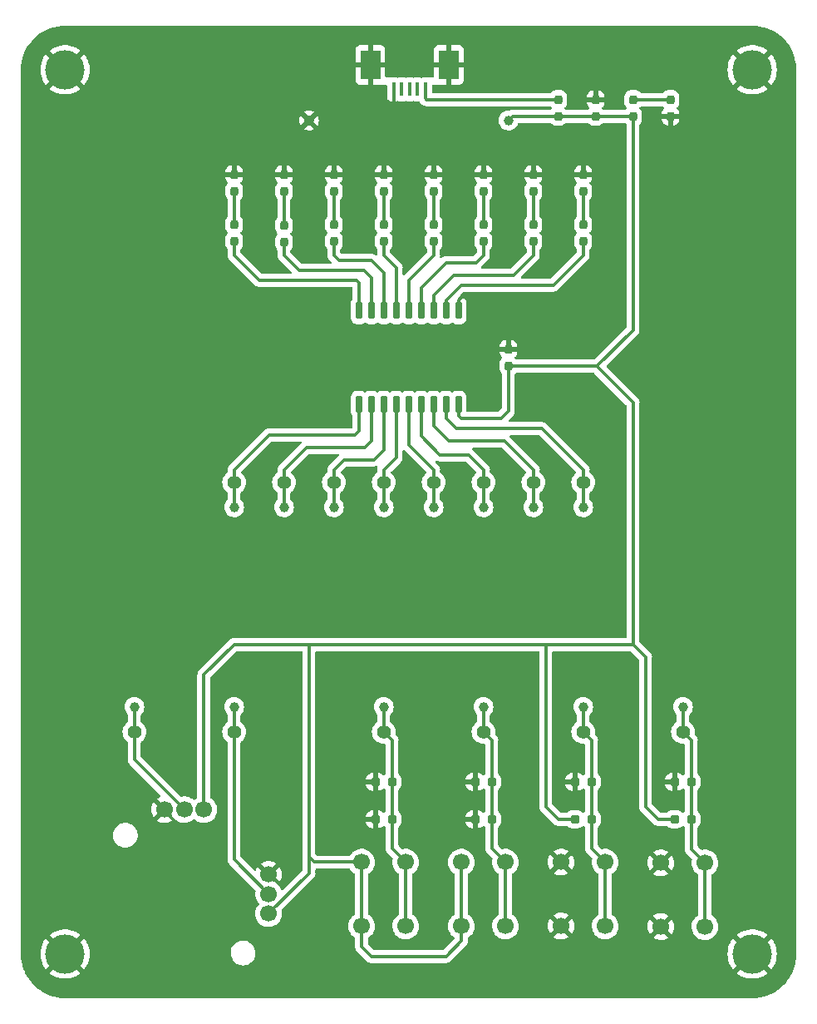
<source format=gtl>
G04 #@! TF.GenerationSoftware,KiCad,Pcbnew,(6.0.4-0)*
G04 #@! TF.CreationDate,2022-04-01T19:28:55+09:00*
G04 #@! TF.ProjectId,TrainingBoard-01,54726169-6e69-46e6-9742-6f6172642d30,V1.0*
G04 #@! TF.SameCoordinates,Original*
G04 #@! TF.FileFunction,Copper,L1,Top*
G04 #@! TF.FilePolarity,Positive*
%FSLAX46Y46*%
G04 Gerber Fmt 4.6, Leading zero omitted, Abs format (unit mm)*
G04 Created by KiCad (PCBNEW (6.0.4-0)) date 2022-04-01 19:28:55*
%MOMM*%
%LPD*%
G01*
G04 APERTURE LIST*
G04 Aperture macros list*
%AMRoundRect*
0 Rectangle with rounded corners*
0 $1 Rounding radius*
0 $2 $3 $4 $5 $6 $7 $8 $9 X,Y pos of 4 corners*
0 Add a 4 corners polygon primitive as box body*
4,1,4,$2,$3,$4,$5,$6,$7,$8,$9,$2,$3,0*
0 Add four circle primitives for the rounded corners*
1,1,$1+$1,$2,$3*
1,1,$1+$1,$4,$5*
1,1,$1+$1,$6,$7*
1,1,$1+$1,$8,$9*
0 Add four rect primitives between the rounded corners*
20,1,$1+$1,$2,$3,$4,$5,0*
20,1,$1+$1,$4,$5,$6,$7,0*
20,1,$1+$1,$6,$7,$8,$9,0*
20,1,$1+$1,$8,$9,$2,$3,0*%
G04 Aperture macros list end*
G04 #@! TA.AperFunction,ComponentPad*
%ADD10C,4.000000*%
G04 #@! TD*
G04 #@! TA.AperFunction,SMDPad,CuDef*
%ADD11RoundRect,0.200000X-0.250000X-0.200000X0.250000X-0.200000X0.250000X0.200000X-0.250000X0.200000X0*%
G04 #@! TD*
G04 #@! TA.AperFunction,SMDPad,CuDef*
%ADD12C,1.000000*%
G04 #@! TD*
G04 #@! TA.AperFunction,SMDPad,CuDef*
%ADD13RoundRect,0.200000X-0.200000X0.250000X-0.200000X-0.250000X0.200000X-0.250000X0.200000X0.250000X0*%
G04 #@! TD*
G04 #@! TA.AperFunction,ComponentPad*
%ADD14C,1.400000*%
G04 #@! TD*
G04 #@! TA.AperFunction,SMDPad,CuDef*
%ADD15RoundRect,0.200000X0.200000X-0.250000X0.200000X0.250000X-0.200000X0.250000X-0.200000X-0.250000X0*%
G04 #@! TD*
G04 #@! TA.AperFunction,ComponentPad*
%ADD16C,1.700000*%
G04 #@! TD*
G04 #@! TA.AperFunction,SMDPad,CuDef*
%ADD17RoundRect,0.200000X0.250000X0.200000X-0.250000X0.200000X-0.250000X-0.200000X0.250000X-0.200000X0*%
G04 #@! TD*
G04 #@! TA.AperFunction,SMDPad,CuDef*
%ADD18RoundRect,0.150000X0.150000X-0.725000X0.150000X0.725000X-0.150000X0.725000X-0.150000X-0.725000X0*%
G04 #@! TD*
G04 #@! TA.AperFunction,SMDPad,CuDef*
%ADD19R,0.400000X1.400000*%
G04 #@! TD*
G04 #@! TA.AperFunction,SMDPad,CuDef*
%ADD20R,2.000000X3.000000*%
G04 #@! TD*
G04 #@! TA.AperFunction,ViaPad*
%ADD21C,0.609600*%
G04 #@! TD*
G04 #@! TA.AperFunction,Conductor*
%ADD22C,0.304800*%
G04 #@! TD*
G04 APERTURE END LIST*
D10*
X-35000000Y-95000000D03*
X35000000Y-95000000D03*
X35000000Y-5000000D03*
X-35000000Y-5000000D03*
D11*
X6770000Y-81280000D03*
X8470000Y-81280000D03*
D12*
X10160000Y-10160000D03*
D13*
X-17780000Y-15660000D03*
X-17780000Y-17360000D03*
D14*
X17780000Y-46990000D03*
D12*
X17780000Y-49530000D03*
D14*
X-2540000Y-46990000D03*
D12*
X-2540000Y-49530000D03*
D15*
X17780000Y-22440000D03*
X17780000Y-20740000D03*
X7620000Y-22440000D03*
X7620000Y-20740000D03*
D16*
X5370000Y-92150000D03*
X5370000Y-85650000D03*
X9870000Y-92150000D03*
X9870000Y-85650000D03*
D15*
X12700000Y-22440000D03*
X12700000Y-20740000D03*
D17*
X28790000Y-81280000D03*
X27090000Y-81280000D03*
D12*
X7620000Y-49530000D03*
D14*
X7620000Y-46990000D03*
D11*
X-3390000Y-81280000D03*
X-1690000Y-81280000D03*
D13*
X12700000Y-15660000D03*
X12700000Y-17360000D03*
D17*
X28790000Y-77470000D03*
X27090000Y-77470000D03*
D16*
X-20860000Y-80300000D03*
X-22860000Y-80300000D03*
X-24860000Y-80300000D03*
D17*
X-1690000Y-77470000D03*
X-3390000Y-77470000D03*
D14*
X-12700000Y-46990000D03*
D12*
X-12700000Y-49530000D03*
D16*
X25690000Y-92220000D03*
X25690000Y-85720000D03*
X30190000Y-92220000D03*
X30190000Y-85720000D03*
X15530000Y-92150000D03*
X15530000Y-85650000D03*
X20030000Y-92150000D03*
X20030000Y-85650000D03*
D12*
X27940000Y-69850000D03*
D14*
X27940000Y-72390000D03*
D15*
X10160000Y-35140000D03*
X10160000Y-33440000D03*
D18*
X-5080000Y-39065000D03*
X-3810000Y-39065000D03*
X-2540000Y-39065000D03*
X-1270000Y-39065000D03*
X0Y-39065000D03*
X1270000Y-39065000D03*
X2540000Y-39065000D03*
X3810000Y-39065000D03*
X5080000Y-39065000D03*
X5080000Y-29515000D03*
X3810000Y-29515000D03*
X2540000Y-29515000D03*
X1270000Y-29515000D03*
X0Y-29515000D03*
X-1270000Y-29515000D03*
X-2540000Y-29515000D03*
X-3810000Y-29515000D03*
X-5080000Y-29515000D03*
D14*
X7620000Y-72390000D03*
D12*
X7620000Y-69850000D03*
D13*
X-12700000Y-15660000D03*
X-12700000Y-17360000D03*
D12*
X-17780000Y-49530000D03*
D14*
X-17780000Y-46990000D03*
D13*
X7620000Y-15660000D03*
X7620000Y-17360000D03*
D15*
X2540000Y-22440000D03*
X2540000Y-20740000D03*
D13*
X15240000Y-8040000D03*
X15240000Y-9740000D03*
D12*
X12700000Y-49530000D03*
D14*
X12700000Y-46990000D03*
X-2540000Y-72390000D03*
D12*
X-2540000Y-69850000D03*
X-17780000Y-69850000D03*
D14*
X-17780000Y-72390000D03*
D15*
X26670000Y-9740000D03*
X26670000Y-8040000D03*
D13*
X2540000Y-15660000D03*
X2540000Y-17360000D03*
D15*
X-12700000Y-22540000D03*
X-12700000Y-20840000D03*
X-17780000Y-22440000D03*
X-17780000Y-20740000D03*
D17*
X8470000Y-77470000D03*
X6770000Y-77470000D03*
D12*
X-10160000Y-10160000D03*
D13*
X-2540000Y-15660000D03*
X-2540000Y-17360000D03*
D12*
X17780000Y-69850000D03*
D14*
X17780000Y-72390000D03*
D16*
X-14260000Y-90900000D03*
X-14260000Y-88900000D03*
X-14260000Y-86900000D03*
D15*
X22860000Y-9740000D03*
X22860000Y-8040000D03*
D12*
X-27940000Y-69850000D03*
D14*
X-27940000Y-72390000D03*
D19*
X1700000Y-7000000D03*
X900000Y-7000000D03*
X100000Y-7000000D03*
X-700000Y-7000000D03*
X-1500000Y-7000000D03*
D20*
X-3900000Y-4500000D03*
X4100000Y-4500000D03*
D16*
X-4790000Y-92150000D03*
X-4790000Y-85650000D03*
X-290000Y-92150000D03*
X-290000Y-85650000D03*
D17*
X18630000Y-81280000D03*
X16930000Y-81280000D03*
D14*
X-7620000Y-46990000D03*
D12*
X-7620000Y-49530000D03*
D15*
X-7620000Y-22440000D03*
X-7620000Y-20740000D03*
D17*
X18630000Y-77470000D03*
X16930000Y-77470000D03*
D13*
X17780000Y-15660000D03*
X17780000Y-17360000D03*
D14*
X2540000Y-46990000D03*
D12*
X2540000Y-49530000D03*
D13*
X-7620000Y-15660000D03*
X-7620000Y-17360000D03*
D15*
X19050000Y-9740000D03*
X19050000Y-8040000D03*
X-2540000Y-22440000D03*
X-2540000Y-20740000D03*
D21*
X0Y-80000000D03*
X10000000Y-80000000D03*
X20000000Y-80000000D03*
X30000000Y-80000000D03*
X-30000000Y-80000000D03*
X-10000000Y-60000000D03*
X-20000000Y-10000000D03*
X-20000000Y-60000000D03*
X-10000000Y-40000000D03*
X-10000000Y-90000000D03*
X10000000Y-60000000D03*
X30000000Y-10000000D03*
X-30000000Y-60000000D03*
X20000000Y-40000000D03*
X-30000000Y-20000000D03*
X10000000Y-50000000D03*
X20000000Y-50000000D03*
X0Y-20000000D03*
X-20000000Y-30000000D03*
X0Y-70000000D03*
X-20000000Y-40000000D03*
X-30000000Y-90000000D03*
X20000000Y-70000000D03*
X-30000000Y-10000000D03*
X20000000Y-30000000D03*
X10000000Y-20000000D03*
X0Y-60000000D03*
X-30000000Y-50000000D03*
X10000000Y-70000000D03*
X-20000000Y-20000000D03*
X-20000000Y-50000000D03*
X20000000Y-60000000D03*
X-30000000Y-40000000D03*
X30000000Y-20000000D03*
X-30000000Y-30000000D03*
X-20000000Y-90000000D03*
X30000000Y-70000000D03*
X30000000Y-60000000D03*
X-10000000Y-30000000D03*
X30000000Y-50000000D03*
X-10000000Y-50000000D03*
X-10000000Y-20000000D03*
X20000000Y-20000000D03*
X-30000000Y-70000000D03*
X30000000Y-40000000D03*
X0Y-50000000D03*
X30000000Y-30000000D03*
D22*
X-9600000Y-85650000D02*
X-4790000Y-85650000D01*
X16510000Y-63500000D02*
X13970000Y-63500000D01*
X13970000Y-63500000D02*
X-10160000Y-63500000D01*
X13970000Y-80010000D02*
X13970000Y-63500000D01*
X27090000Y-81280000D02*
X25400000Y-81280000D01*
X25400000Y-81280000D02*
X24130000Y-80010000D01*
X24130000Y-80010000D02*
X24130000Y-64770000D01*
X24130000Y-64770000D02*
X22860000Y-63500000D01*
X-1690000Y-81280000D02*
X-1690000Y-84250000D01*
X-1690000Y-73240000D02*
X-2540000Y-72390000D01*
X-290000Y-85650000D02*
X-290000Y-92150000D01*
X-2540000Y-72390000D02*
X-2540000Y-69850000D01*
X-1690000Y-77470000D02*
X-1690000Y-73240000D01*
X-1690000Y-84250000D02*
X-290000Y-85650000D01*
X-1690000Y-77470000D02*
X-1690000Y-81280000D01*
X5461000Y-28067000D02*
X9144000Y-28067000D01*
X-1500000Y-7000000D02*
X-1500000Y-8612000D01*
X-3556000Y-8890000D02*
X-3900000Y-8546000D01*
X-1778000Y-8890000D02*
X-3556000Y-8890000D01*
X9144000Y-28067000D02*
X10160000Y-29083000D01*
X10160000Y-29083000D02*
X10160000Y-33440000D01*
X5080000Y-28448000D02*
X5461000Y-28067000D01*
X-3900000Y-8546000D02*
X-3900000Y-4500000D01*
X-1500000Y-8612000D02*
X-1778000Y-8890000D01*
X5080000Y-29515000D02*
X5080000Y-28448000D01*
X8470000Y-84250000D02*
X9870000Y-85650000D01*
X8470000Y-77470000D02*
X8470000Y-73240000D01*
X8470000Y-81280000D02*
X8470000Y-84250000D01*
X8470000Y-77470000D02*
X8470000Y-81280000D01*
X7620000Y-72390000D02*
X7620000Y-69850000D01*
X8470000Y-73240000D02*
X7620000Y-72390000D01*
X9870000Y-85650000D02*
X9870000Y-92150000D01*
X20030000Y-85650000D02*
X20030000Y-92150000D01*
X18630000Y-77470000D02*
X18630000Y-73240000D01*
X18630000Y-84250000D02*
X20030000Y-85650000D01*
X18630000Y-81280000D02*
X18630000Y-84250000D01*
X18630000Y-77470000D02*
X18630000Y-81280000D01*
X17780000Y-72390000D02*
X17780000Y-69850000D01*
X18630000Y-73240000D02*
X17780000Y-72390000D01*
X30190000Y-85720000D02*
X30190000Y-92220000D01*
X27940000Y-72390000D02*
X27940000Y-69850000D01*
X28790000Y-77470000D02*
X28790000Y-81280000D01*
X28790000Y-73240000D02*
X27940000Y-72390000D01*
X28790000Y-84320000D02*
X30190000Y-85720000D01*
X28790000Y-77470000D02*
X28790000Y-73240000D01*
X28790000Y-81280000D02*
X28790000Y-84320000D01*
X-10160000Y-85090000D02*
X-10160000Y-86800000D01*
X-4790000Y-94270000D02*
X-3810000Y-95250000D01*
X-20860000Y-66580000D02*
X-20860000Y-80300000D01*
X-4790000Y-92150000D02*
X-4790000Y-94270000D01*
X22860000Y-63500000D02*
X16510000Y-63500000D01*
X5080000Y-40259000D02*
X5334000Y-40513000D01*
X15240000Y-81280000D02*
X16930000Y-81280000D01*
X10160000Y-39751000D02*
X10160000Y-35140000D01*
X5080000Y-39065000D02*
X5080000Y-40259000D01*
X-10160000Y-63500000D02*
X-17780000Y-63500000D01*
X-10160000Y-63500000D02*
X-10160000Y-85090000D01*
X13970000Y-80010000D02*
X15240000Y-81280000D01*
X15240000Y-9740000D02*
X19050000Y-9740000D01*
X22860000Y-9740000D02*
X19050000Y-9740000D01*
X5370000Y-93690000D02*
X5370000Y-92150000D01*
X-3810000Y-95250000D02*
X3810000Y-95250000D01*
X-17780000Y-63500000D02*
X-20860000Y-66580000D01*
X10199000Y-35179000D02*
X10160000Y-35140000D01*
X5370000Y-85650000D02*
X5370000Y-92150000D01*
X10580000Y-9740000D02*
X10160000Y-10160000D01*
X22860000Y-38862000D02*
X22860000Y-63500000D01*
X-9600000Y-85650000D02*
X-10160000Y-85090000D01*
X19177000Y-35179000D02*
X10199000Y-35179000D01*
X15240000Y-9740000D02*
X10580000Y-9740000D01*
X22860000Y-31496000D02*
X19177000Y-35179000D01*
X3810000Y-95250000D02*
X5370000Y-93690000D01*
X22860000Y-9740000D02*
X22860000Y-31496000D01*
X-10160000Y-86800000D02*
X-14260000Y-90900000D01*
X-4790000Y-85650000D02*
X-4790000Y-92150000D01*
X19177000Y-35179000D02*
X22860000Y-38862000D01*
X9398000Y-40513000D02*
X10160000Y-39751000D01*
X5334000Y-40513000D02*
X9398000Y-40513000D01*
X-17780000Y-17360000D02*
X-17780000Y-20740000D01*
X-12700000Y-17360000D02*
X-12700000Y-20840000D01*
X-7620000Y-17360000D02*
X-7620000Y-20740000D01*
X-2540000Y-17360000D02*
X-2540000Y-20740000D01*
X2540000Y-17360000D02*
X2540000Y-20740000D01*
X7620000Y-17360000D02*
X7620000Y-20740000D01*
X12700000Y-17360000D02*
X12700000Y-20740000D01*
X17780000Y-17360000D02*
X17780000Y-20740000D01*
X22860000Y-8040000D02*
X26670000Y-8040000D01*
X1700000Y-7923000D02*
X1817000Y-8040000D01*
X1817000Y-8040000D02*
X15240000Y-8040000D01*
X1700000Y-7000000D02*
X1700000Y-7923000D01*
X-5080000Y-29515000D02*
X-5080000Y-26670000D01*
X-15240000Y-26416000D02*
X-17780000Y-23876000D01*
X-5334000Y-26416000D02*
X-15240000Y-26416000D01*
X-17780000Y-23876000D02*
X-17780000Y-22440000D01*
X-5080000Y-26670000D02*
X-5334000Y-26416000D01*
X-4572000Y-25400000D02*
X-11176000Y-25400000D01*
X-3810000Y-29515000D02*
X-3810000Y-26162000D01*
X-12700000Y-23876000D02*
X-12700000Y-22540000D01*
X-11176000Y-25400000D02*
X-12700000Y-23876000D01*
X-3810000Y-26162000D02*
X-4572000Y-25400000D01*
X-7620000Y-23876000D02*
X-7620000Y-22440000D01*
X-2540000Y-25654000D02*
X-3810000Y-24384000D01*
X-7112000Y-24384000D02*
X-7620000Y-23876000D01*
X-2540000Y-29515000D02*
X-2540000Y-25654000D01*
X-3810000Y-24384000D02*
X-7112000Y-24384000D01*
X-2540000Y-23876000D02*
X-2540000Y-22440000D01*
X-1270000Y-29515000D02*
X-1270000Y-25146000D01*
X-1270000Y-25146000D02*
X-2540000Y-23876000D01*
X0Y-26416000D02*
X0Y-29515000D01*
X2540000Y-23876000D02*
X0Y-26416000D01*
X2540000Y-22440000D02*
X2540000Y-23876000D01*
X1270000Y-27178000D02*
X3810000Y-24638000D01*
X7620000Y-23876000D02*
X7620000Y-22440000D01*
X1270000Y-29515000D02*
X1270000Y-27178000D01*
X6858000Y-24638000D02*
X7620000Y-23876000D01*
X3810000Y-24638000D02*
X6858000Y-24638000D01*
X2540000Y-27940000D02*
X4572000Y-25908000D01*
X10668000Y-25908000D02*
X12700000Y-23876000D01*
X12700000Y-23876000D02*
X12700000Y-22440000D01*
X4572000Y-25908000D02*
X10668000Y-25908000D01*
X2540000Y-29515000D02*
X2540000Y-27940000D01*
X17780000Y-23876000D02*
X17780000Y-22440000D01*
X14732000Y-26924000D02*
X17780000Y-23876000D01*
X5334000Y-26924000D02*
X14732000Y-26924000D01*
X3810000Y-28448000D02*
X5334000Y-26924000D01*
X3810000Y-29515000D02*
X3810000Y-28448000D01*
X-27940000Y-75220000D02*
X-22860000Y-80300000D01*
X-27940000Y-72390000D02*
X-27940000Y-69850000D01*
X-27940000Y-72390000D02*
X-27940000Y-75220000D01*
X-17780000Y-85380000D02*
X-14260000Y-88900000D01*
X-17780000Y-72390000D02*
X-17780000Y-85380000D01*
X-17780000Y-72390000D02*
X-17780000Y-69850000D01*
X-5080000Y-39065000D02*
X-5080000Y-41783000D01*
X-17780000Y-45720000D02*
X-17780000Y-46990000D01*
X-14224000Y-42164000D02*
X-17780000Y-45720000D01*
X-5461000Y-42164000D02*
X-14224000Y-42164000D01*
X-5080000Y-41783000D02*
X-5461000Y-42164000D01*
X-17780000Y-46990000D02*
X-17780000Y-49530000D01*
X-12700000Y-45720000D02*
X-12700000Y-46990000D01*
X-3810000Y-39065000D02*
X-3810000Y-42799000D01*
X-12700000Y-46990000D02*
X-12700000Y-49530000D01*
X-4445000Y-43434000D02*
X-10414000Y-43434000D01*
X-3810000Y-42799000D02*
X-4445000Y-43434000D01*
X-10414000Y-43434000D02*
X-12700000Y-45720000D01*
X-2540000Y-43688000D02*
X-3556000Y-44704000D01*
X-2540000Y-39065000D02*
X-2540000Y-43688000D01*
X-7620000Y-45720000D02*
X-7620000Y-46990000D01*
X-7620000Y-46990000D02*
X-7620000Y-49530000D01*
X-6604000Y-44704000D02*
X-7620000Y-45720000D01*
X-3556000Y-44704000D02*
X-6604000Y-44704000D01*
X-1270000Y-39065000D02*
X-1270000Y-44450000D01*
X-2540000Y-46990000D02*
X-2540000Y-45720000D01*
X-2540000Y-46990000D02*
X-2540000Y-49530000D01*
X-1270000Y-44450000D02*
X-2540000Y-45720000D01*
X2540000Y-46990000D02*
X2540000Y-45720000D01*
X0Y-39065000D02*
X0Y-43180000D01*
X0Y-43180000D02*
X2540000Y-45720000D01*
X2540000Y-46990000D02*
X2540000Y-49530000D01*
X7620000Y-45720000D02*
X7620000Y-46990000D01*
X7620000Y-46990000D02*
X7620000Y-49530000D01*
X1270000Y-39065000D02*
X1270000Y-42291000D01*
X1270000Y-42291000D02*
X3175000Y-44196000D01*
X6096000Y-44196000D02*
X7620000Y-45720000D01*
X3175000Y-44196000D02*
X6096000Y-44196000D01*
X2540000Y-39065000D02*
X2540000Y-41275000D01*
X4064000Y-42799000D02*
X9779000Y-42799000D01*
X9779000Y-42799000D02*
X12700000Y-45720000D01*
X12700000Y-46990000D02*
X12700000Y-49530000D01*
X2540000Y-41275000D02*
X4064000Y-42799000D01*
X12700000Y-45720000D02*
X12700000Y-46990000D01*
X3810000Y-40513000D02*
X4826000Y-41529000D01*
X17780000Y-46990000D02*
X17780000Y-49530000D01*
X3810000Y-39065000D02*
X3810000Y-40513000D01*
X4826000Y-41529000D02*
X13589000Y-41529000D01*
X17780000Y-45720000D02*
X17780000Y-46990000D01*
X13589000Y-41529000D02*
X17780000Y-45720000D01*
G04 #@! TA.AperFunction,Conductor*
G36*
X34970018Y-510000D02*
G01*
X34984851Y-512310D01*
X34984855Y-512310D01*
X34993724Y-513691D01*
X35014183Y-511016D01*
X35036007Y-510072D01*
X35385965Y-525352D01*
X35396913Y-526310D01*
X35774498Y-576019D01*
X35785307Y-577926D01*
X36157114Y-660353D01*
X36167731Y-663198D01*
X36530939Y-777718D01*
X36541254Y-781471D01*
X36893123Y-927220D01*
X36903067Y-931858D01*
X37240867Y-1107705D01*
X37250387Y-1113201D01*
X37571574Y-1317820D01*
X37580578Y-1324124D01*
X37882716Y-1555962D01*
X37891137Y-1563028D01*
X38171914Y-1820314D01*
X38179686Y-1828086D01*
X38436972Y-2108863D01*
X38444038Y-2117284D01*
X38675876Y-2419422D01*
X38682180Y-2428426D01*
X38886799Y-2749613D01*
X38892294Y-2759132D01*
X39052105Y-3066124D01*
X39068138Y-3096924D01*
X39072780Y-3106877D01*
X39218526Y-3458739D01*
X39222285Y-3469068D01*
X39336802Y-3832268D01*
X39339647Y-3842886D01*
X39422073Y-4214685D01*
X39423981Y-4225502D01*
X39443172Y-4371277D01*
X39473690Y-4603086D01*
X39474648Y-4614035D01*
X39480955Y-4758475D01*
X39489603Y-4956552D01*
X39488223Y-4981429D01*
X39486309Y-4993724D01*
X39487473Y-5002626D01*
X39487473Y-5002628D01*
X39490436Y-5025283D01*
X39491500Y-5041621D01*
X39491500Y-94950633D01*
X39490000Y-94970018D01*
X39487690Y-94984851D01*
X39487690Y-94984855D01*
X39486309Y-94993724D01*
X39488984Y-95014183D01*
X39489928Y-95036007D01*
X39475020Y-95377435D01*
X39474648Y-95385964D01*
X39473690Y-95396913D01*
X39427095Y-95750847D01*
X39423982Y-95774490D01*
X39422074Y-95785307D01*
X39376687Y-95990036D01*
X39339647Y-96157114D01*
X39336802Y-96167732D01*
X39222285Y-96530932D01*
X39218529Y-96541254D01*
X39115439Y-96790136D01*
X39072784Y-96893114D01*
X39068142Y-96903067D01*
X39045578Y-96946413D01*
X38892295Y-97240867D01*
X38886799Y-97250387D01*
X38682180Y-97571574D01*
X38675876Y-97580578D01*
X38444038Y-97882716D01*
X38436972Y-97891137D01*
X38179686Y-98171914D01*
X38171914Y-98179686D01*
X37891137Y-98436972D01*
X37882716Y-98444038D01*
X37580578Y-98675876D01*
X37571574Y-98682180D01*
X37250387Y-98886799D01*
X37240868Y-98892294D01*
X36903067Y-99068142D01*
X36893123Y-99072780D01*
X36541254Y-99218529D01*
X36530939Y-99222282D01*
X36167732Y-99336802D01*
X36157115Y-99339647D01*
X35785307Y-99422074D01*
X35774498Y-99423981D01*
X35396914Y-99473690D01*
X35385965Y-99474648D01*
X35043446Y-99489603D01*
X35018571Y-99488223D01*
X35006276Y-99486309D01*
X34997374Y-99487473D01*
X34997372Y-99487473D01*
X34982323Y-99489441D01*
X34974714Y-99490436D01*
X34958379Y-99491500D01*
X-34950633Y-99491500D01*
X-34970018Y-99490000D01*
X-34984851Y-99487690D01*
X-34984855Y-99487690D01*
X-34993724Y-99486309D01*
X-35014183Y-99488984D01*
X-35036007Y-99489928D01*
X-35385965Y-99474648D01*
X-35396914Y-99473690D01*
X-35774498Y-99423981D01*
X-35785307Y-99422074D01*
X-36157115Y-99339647D01*
X-36167732Y-99336802D01*
X-36530939Y-99222282D01*
X-36541254Y-99218529D01*
X-36893123Y-99072780D01*
X-36903067Y-99068142D01*
X-37240868Y-98892294D01*
X-37250387Y-98886799D01*
X-37571574Y-98682180D01*
X-37580578Y-98675876D01*
X-37882716Y-98444038D01*
X-37891137Y-98436972D01*
X-38171914Y-98179686D01*
X-38179686Y-98171914D01*
X-38436972Y-97891137D01*
X-38444038Y-97882716D01*
X-38675876Y-97580578D01*
X-38682180Y-97571574D01*
X-38886799Y-97250387D01*
X-38892295Y-97240867D01*
X-39045578Y-96946413D01*
X-39045800Y-96945987D01*
X-36581279Y-96945987D01*
X-36572452Y-96957605D01*
X-36349719Y-97119430D01*
X-36343039Y-97123670D01*
X-36073428Y-97271890D01*
X-36066293Y-97275247D01*
X-35780230Y-97388508D01*
X-35772704Y-97390953D01*
X-35474721Y-97467462D01*
X-35466950Y-97468945D01*
X-35161722Y-97507503D01*
X-35153831Y-97508000D01*
X-34846169Y-97508000D01*
X-34838278Y-97507503D01*
X-34533050Y-97468945D01*
X-34525279Y-97467462D01*
X-34227296Y-97390953D01*
X-34219770Y-97388508D01*
X-33933707Y-97275247D01*
X-33926572Y-97271890D01*
X-33656961Y-97123670D01*
X-33650281Y-97119430D01*
X-33427177Y-96957336D01*
X-33418754Y-96946413D01*
X-33418983Y-96945987D01*
X33418721Y-96945987D01*
X33427548Y-96957605D01*
X33650281Y-97119430D01*
X33656961Y-97123670D01*
X33926572Y-97271890D01*
X33933707Y-97275247D01*
X34219770Y-97388508D01*
X34227296Y-97390953D01*
X34525279Y-97467462D01*
X34533050Y-97468945D01*
X34838278Y-97507503D01*
X34846169Y-97508000D01*
X35153831Y-97508000D01*
X35161722Y-97507503D01*
X35466950Y-97468945D01*
X35474721Y-97467462D01*
X35772704Y-97390953D01*
X35780230Y-97388508D01*
X36066293Y-97275247D01*
X36073428Y-97271890D01*
X36343039Y-97123670D01*
X36349719Y-97119430D01*
X36572823Y-96957336D01*
X36581246Y-96946413D01*
X36574342Y-96933552D01*
X35012812Y-95372022D01*
X34998868Y-95364408D01*
X34997035Y-95364539D01*
X34990420Y-95368790D01*
X33425334Y-96933876D01*
X33418721Y-96945987D01*
X-33418983Y-96945987D01*
X-33425658Y-96933552D01*
X-34987188Y-95372022D01*
X-35001132Y-95364408D01*
X-35002965Y-95364539D01*
X-35009580Y-95368790D01*
X-36574666Y-96933876D01*
X-36581279Y-96945987D01*
X-39045800Y-96945987D01*
X-39068142Y-96903067D01*
X-39072784Y-96893114D01*
X-39115438Y-96790136D01*
X-39218529Y-96541254D01*
X-39222285Y-96530932D01*
X-39336802Y-96167732D01*
X-39339647Y-96157114D01*
X-39376687Y-95990036D01*
X-39422074Y-95785307D01*
X-39423982Y-95774490D01*
X-39427094Y-95750847D01*
X-39473690Y-95396913D01*
X-39474648Y-95385964D01*
X-39475020Y-95377435D01*
X-39489439Y-95047206D01*
X-39487812Y-95020805D01*
X-39487231Y-95017352D01*
X-39487230Y-95017345D01*
X-39486424Y-95012552D01*
X-39486319Y-95003958D01*
X-37512710Y-95003958D01*
X-37493393Y-95310994D01*
X-37492400Y-95318855D01*
X-37434754Y-95621046D01*
X-37432783Y-95628723D01*
X-37337716Y-95921309D01*
X-37334801Y-95928672D01*
X-37203811Y-96207041D01*
X-37199999Y-96213974D01*
X-37035149Y-96473736D01*
X-37030505Y-96480129D01*
X-36955503Y-96570790D01*
X-36942986Y-96579245D01*
X-36932248Y-96573038D01*
X-35372022Y-95012812D01*
X-35365644Y-95001132D01*
X-34635592Y-95001132D01*
X-34635461Y-95002965D01*
X-34631210Y-95009580D01*
X-33068855Y-96571935D01*
X-33055593Y-96579177D01*
X-33045488Y-96571988D01*
X-32969495Y-96480129D01*
X-32964851Y-96473736D01*
X-32800001Y-96213974D01*
X-32796189Y-96207041D01*
X-32665199Y-95928672D01*
X-32662284Y-95921309D01*
X-32567217Y-95628723D01*
X-32565246Y-95621046D01*
X-32507600Y-95318855D01*
X-32506607Y-95310994D01*
X-32487290Y-95003958D01*
X-32487290Y-94996042D01*
X-32490835Y-94939690D01*
X-18122963Y-94939690D01*
X-18095975Y-95162715D01*
X-18029918Y-95377435D01*
X-18027348Y-95382415D01*
X-18027346Y-95382419D01*
X-17962148Y-95508738D01*
X-17926882Y-95577064D01*
X-17790123Y-95755292D01*
X-17623964Y-95906485D01*
X-17619217Y-95909463D01*
X-17619214Y-95909465D01*
X-17490771Y-95990036D01*
X-17433656Y-96025864D01*
X-17225217Y-96109656D01*
X-17005233Y-96155213D01*
X-17000622Y-96155479D01*
X-17000621Y-96155479D01*
X-16950048Y-96158395D01*
X-16950044Y-96158395D01*
X-16948225Y-96158500D01*
X-16803001Y-96158500D01*
X-16800214Y-96158251D01*
X-16800208Y-96158251D01*
X-16730071Y-96151991D01*
X-16636238Y-96143617D01*
X-16630824Y-96142136D01*
X-16630819Y-96142135D01*
X-16503088Y-96107191D01*
X-16419549Y-96084337D01*
X-16414491Y-96081925D01*
X-16414487Y-96081923D01*
X-16296958Y-96025864D01*
X-16216782Y-95987622D01*
X-16034346Y-95856529D01*
X-15959099Y-95778880D01*
X-15881911Y-95699229D01*
X-15881909Y-95699226D01*
X-15878008Y-95695201D01*
X-15752710Y-95508738D01*
X-15662412Y-95303033D01*
X-15609968Y-95084589D01*
X-15604352Y-94987188D01*
X-15597360Y-94865917D01*
X-15597360Y-94865914D01*
X-15597037Y-94860310D01*
X-15624025Y-94637285D01*
X-15690082Y-94422565D01*
X-15716553Y-94371277D01*
X-15790546Y-94227919D01*
X-15790546Y-94227918D01*
X-15793118Y-94222936D01*
X-15929877Y-94044708D01*
X-16096036Y-93893515D01*
X-16100783Y-93890537D01*
X-16100786Y-93890535D01*
X-16281595Y-93777115D01*
X-16286344Y-93774136D01*
X-16494783Y-93690344D01*
X-16714767Y-93644787D01*
X-16719378Y-93644521D01*
X-16719379Y-93644521D01*
X-16769952Y-93641605D01*
X-16769956Y-93641605D01*
X-16771775Y-93641500D01*
X-16916999Y-93641500D01*
X-16919786Y-93641749D01*
X-16919792Y-93641749D01*
X-16989929Y-93648009D01*
X-17083762Y-93656383D01*
X-17089176Y-93657864D01*
X-17089181Y-93657865D01*
X-17203738Y-93689205D01*
X-17300451Y-93715663D01*
X-17305509Y-93718075D01*
X-17305513Y-93718077D01*
X-17349940Y-93739268D01*
X-17503218Y-93812378D01*
X-17685654Y-93943471D01*
X-17689561Y-93947503D01*
X-17809556Y-94071328D01*
X-17841992Y-94104799D01*
X-17967290Y-94291262D01*
X-18057588Y-94496967D01*
X-18058897Y-94502418D01*
X-18058898Y-94502422D01*
X-18103693Y-94689006D01*
X-18110032Y-94715411D01*
X-18122963Y-94939690D01*
X-32490835Y-94939690D01*
X-32506607Y-94689006D01*
X-32507600Y-94681145D01*
X-32565246Y-94378954D01*
X-32567217Y-94371277D01*
X-32662284Y-94078691D01*
X-32665199Y-94071328D01*
X-32796189Y-93792959D01*
X-32800001Y-93786026D01*
X-32964851Y-93526264D01*
X-32969495Y-93519871D01*
X-33044497Y-93429210D01*
X-33057014Y-93420755D01*
X-33067752Y-93426962D01*
X-34627978Y-94987188D01*
X-34635592Y-95001132D01*
X-35365644Y-95001132D01*
X-35364408Y-94998868D01*
X-35364539Y-94997035D01*
X-35368790Y-94990420D01*
X-36931145Y-93428065D01*
X-36944407Y-93420823D01*
X-36954512Y-93428012D01*
X-37030505Y-93519871D01*
X-37035149Y-93526264D01*
X-37199999Y-93786026D01*
X-37203811Y-93792959D01*
X-37334801Y-94071328D01*
X-37337716Y-94078691D01*
X-37432783Y-94371277D01*
X-37434754Y-94378954D01*
X-37492400Y-94681145D01*
X-37493393Y-94689006D01*
X-37512710Y-94996042D01*
X-37512710Y-95003958D01*
X-39486319Y-95003958D01*
X-39486271Y-95000000D01*
X-39490227Y-94972376D01*
X-39491500Y-94954514D01*
X-39491500Y-93053587D01*
X-36581246Y-93053587D01*
X-36574342Y-93066448D01*
X-35012812Y-94627978D01*
X-34998868Y-94635592D01*
X-34997035Y-94635461D01*
X-34990420Y-94631210D01*
X-33425334Y-93066124D01*
X-33418721Y-93054013D01*
X-33427548Y-93042395D01*
X-33650281Y-92880570D01*
X-33656961Y-92876330D01*
X-33926572Y-92728110D01*
X-33933707Y-92724753D01*
X-34219770Y-92611492D01*
X-34227296Y-92609047D01*
X-34525279Y-92532538D01*
X-34533050Y-92531055D01*
X-34838278Y-92492497D01*
X-34846169Y-92492000D01*
X-35153831Y-92492000D01*
X-35161722Y-92492497D01*
X-35466950Y-92531055D01*
X-35474721Y-92532538D01*
X-35772704Y-92609047D01*
X-35780230Y-92611492D01*
X-36066293Y-92724753D01*
X-36073428Y-92728110D01*
X-36343039Y-92876330D01*
X-36349719Y-92880570D01*
X-36572823Y-93042664D01*
X-36581246Y-93053587D01*
X-39491500Y-93053587D01*
X-39491500Y-82939690D01*
X-30122963Y-82939690D01*
X-30095975Y-83162715D01*
X-30029918Y-83377435D01*
X-30027348Y-83382415D01*
X-30027346Y-83382419D01*
X-29962148Y-83508738D01*
X-29926882Y-83577064D01*
X-29790123Y-83755292D01*
X-29623964Y-83906485D01*
X-29619217Y-83909463D01*
X-29619214Y-83909465D01*
X-29490771Y-83990036D01*
X-29433656Y-84025864D01*
X-29225217Y-84109656D01*
X-29005233Y-84155213D01*
X-29000622Y-84155479D01*
X-29000621Y-84155479D01*
X-28950048Y-84158395D01*
X-28950044Y-84158395D01*
X-28948225Y-84158500D01*
X-28803001Y-84158500D01*
X-28800214Y-84158251D01*
X-28800208Y-84158251D01*
X-28730071Y-84151991D01*
X-28636238Y-84143617D01*
X-28630824Y-84142136D01*
X-28630819Y-84142135D01*
X-28503088Y-84107191D01*
X-28419549Y-84084337D01*
X-28414491Y-84081925D01*
X-28414487Y-84081923D01*
X-28296958Y-84025864D01*
X-28216782Y-83987622D01*
X-28034346Y-83856529D01*
X-27878008Y-83695201D01*
X-27752710Y-83508738D01*
X-27662412Y-83303033D01*
X-27609968Y-83084589D01*
X-27597037Y-82860310D01*
X-27624025Y-82637285D01*
X-27690082Y-82422565D01*
X-27755202Y-82296396D01*
X-27790546Y-82227919D01*
X-27790546Y-82227918D01*
X-27793118Y-82222936D01*
X-27929877Y-82044708D01*
X-28096036Y-81893515D01*
X-28100783Y-81890537D01*
X-28100786Y-81890535D01*
X-28281595Y-81777115D01*
X-28286344Y-81774136D01*
X-28494783Y-81690344D01*
X-28714767Y-81644787D01*
X-28719378Y-81644521D01*
X-28719379Y-81644521D01*
X-28769952Y-81641605D01*
X-28769956Y-81641605D01*
X-28771775Y-81641500D01*
X-28916999Y-81641500D01*
X-28919786Y-81641749D01*
X-28919792Y-81641749D01*
X-28989929Y-81648009D01*
X-29083762Y-81656383D01*
X-29089176Y-81657864D01*
X-29089181Y-81657865D01*
X-29203738Y-81689205D01*
X-29300451Y-81715663D01*
X-29305509Y-81718075D01*
X-29305513Y-81718077D01*
X-29401835Y-81764021D01*
X-29503218Y-81812378D01*
X-29621383Y-81897288D01*
X-29676772Y-81937089D01*
X-29685654Y-81943471D01*
X-29689561Y-81947503D01*
X-29798087Y-82059493D01*
X-29841992Y-82104799D01*
X-29967290Y-82291262D01*
X-30057588Y-82496967D01*
X-30110032Y-82715411D01*
X-30122963Y-82939690D01*
X-39491500Y-82939690D01*
X-39491500Y-81424853D01*
X-25620023Y-81424853D01*
X-25614742Y-81431907D01*
X-25453244Y-81526279D01*
X-25443958Y-81530729D01*
X-25244999Y-81606703D01*
X-25235101Y-81609579D01*
X-25026405Y-81652038D01*
X-25016177Y-81653257D01*
X-24803350Y-81661062D01*
X-24793064Y-81660595D01*
X-24581815Y-81633534D01*
X-24571738Y-81631392D01*
X-24367745Y-81570191D01*
X-24358158Y-81566433D01*
X-24166902Y-81472738D01*
X-24158056Y-81467465D01*
X-24110753Y-81433723D01*
X-24102352Y-81423023D01*
X-24109340Y-81409870D01*
X-24847188Y-80672022D01*
X-24861132Y-80664408D01*
X-24862965Y-80664539D01*
X-24869580Y-80668790D01*
X-25613263Y-81412473D01*
X-25620023Y-81424853D01*
X-39491500Y-81424853D01*
X-39491500Y-80271863D01*
X-26221950Y-80271863D01*
X-26209691Y-80484477D01*
X-26208255Y-80494697D01*
X-26161435Y-80702446D01*
X-26158355Y-80712275D01*
X-26078230Y-80909603D01*
X-26073587Y-80918794D01*
X-25993540Y-81049420D01*
X-25983084Y-81058880D01*
X-25974306Y-81055096D01*
X-25232022Y-80312812D01*
X-25224408Y-80298868D01*
X-25224539Y-80297035D01*
X-25228790Y-80290420D01*
X-25970151Y-79549059D01*
X-25981687Y-79542759D01*
X-25993969Y-79552382D01*
X-26041911Y-79622662D01*
X-26046996Y-79631613D01*
X-26136662Y-79824783D01*
X-26140225Y-79834470D01*
X-26197136Y-80039681D01*
X-26199067Y-80049800D01*
X-26221698Y-80261574D01*
X-26221950Y-80271863D01*
X-39491500Y-80271863D01*
X-39491500Y-72390000D01*
X-29153116Y-72390000D01*
X-29134686Y-72600655D01*
X-29079956Y-72804910D01*
X-29077634Y-72809891D01*
X-29077633Y-72809892D01*
X-28994992Y-72987115D01*
X-28990589Y-72996558D01*
X-28869301Y-73169776D01*
X-28719776Y-73319301D01*
X-28715273Y-73322454D01*
X-28654630Y-73364916D01*
X-28610301Y-73420373D01*
X-28600900Y-73468130D01*
X-28600900Y-75192737D01*
X-28601192Y-75201308D01*
X-28604842Y-75254843D01*
X-28603537Y-75262320D01*
X-28603537Y-75262321D01*
X-28594632Y-75313343D01*
X-28593670Y-75319865D01*
X-28586537Y-75378805D01*
X-28583851Y-75385913D01*
X-28582140Y-75392879D01*
X-28580721Y-75398068D01*
X-28578644Y-75404947D01*
X-28577339Y-75412424D01*
X-28553471Y-75466795D01*
X-28550988Y-75472881D01*
X-28529994Y-75528441D01*
X-28525691Y-75534702D01*
X-28522385Y-75541026D01*
X-28519729Y-75545798D01*
X-28516094Y-75551944D01*
X-28513042Y-75558896D01*
X-28508420Y-75564919D01*
X-28476898Y-75606001D01*
X-28473027Y-75611328D01*
X-28439389Y-75660271D01*
X-28433713Y-75665328D01*
X-28396181Y-75698768D01*
X-28390905Y-75703749D01*
X-26288207Y-77806446D01*
X-25279008Y-78815645D01*
X-25244982Y-78877957D01*
X-25250047Y-78948772D01*
X-25292594Y-79005608D01*
X-25328958Y-79024505D01*
X-25383132Y-79042212D01*
X-25392641Y-79046209D01*
X-25581534Y-79144540D01*
X-25590266Y-79150039D01*
X-25610323Y-79165099D01*
X-25618777Y-79176427D01*
X-25612032Y-79188758D01*
X-24206253Y-80594537D01*
X-24172431Y-80655931D01*
X-24160778Y-80707639D01*
X-24076734Y-80914616D01*
X-24074035Y-80919020D01*
X-24008325Y-81026249D01*
X-23960013Y-81105088D01*
X-23813750Y-81273938D01*
X-23641874Y-81416632D01*
X-23449000Y-81529338D01*
X-23444175Y-81531180D01*
X-23444174Y-81531181D01*
X-23421433Y-81539865D01*
X-23240308Y-81609030D01*
X-23235240Y-81610061D01*
X-23235237Y-81610062D01*
X-23130396Y-81631392D01*
X-23021403Y-81653567D01*
X-23016228Y-81653757D01*
X-23016226Y-81653757D01*
X-22803327Y-81661564D01*
X-22803323Y-81661564D01*
X-22798163Y-81661753D01*
X-22793043Y-81661097D01*
X-22793041Y-81661097D01*
X-22581712Y-81634025D01*
X-22581711Y-81634025D01*
X-22576584Y-81633368D01*
X-22571634Y-81631883D01*
X-22367571Y-81570661D01*
X-22367566Y-81570659D01*
X-22362616Y-81569174D01*
X-22162006Y-81470896D01*
X-21980140Y-81341173D01*
X-21948924Y-81310066D01*
X-21886555Y-81276150D01*
X-21815748Y-81281338D01*
X-21779500Y-81302373D01*
X-21737154Y-81337529D01*
X-21641874Y-81416632D01*
X-21449000Y-81529338D01*
X-21444175Y-81531180D01*
X-21444174Y-81531181D01*
X-21421433Y-81539865D01*
X-21240308Y-81609030D01*
X-21235240Y-81610061D01*
X-21235237Y-81610062D01*
X-21130396Y-81631392D01*
X-21021403Y-81653567D01*
X-21016228Y-81653757D01*
X-21016226Y-81653757D01*
X-20803327Y-81661564D01*
X-20803323Y-81661564D01*
X-20798163Y-81661753D01*
X-20793043Y-81661097D01*
X-20793041Y-81661097D01*
X-20581712Y-81634025D01*
X-20581711Y-81634025D01*
X-20576584Y-81633368D01*
X-20571634Y-81631883D01*
X-20367571Y-81570661D01*
X-20367566Y-81570659D01*
X-20362616Y-81569174D01*
X-20162006Y-81470896D01*
X-19980140Y-81341173D01*
X-19920095Y-81281338D01*
X-19898791Y-81260107D01*
X-19821904Y-81183489D01*
X-19762406Y-81100689D01*
X-19694565Y-81006277D01*
X-19691547Y-81002077D01*
X-19592570Y-80801811D01*
X-19537058Y-80619100D01*
X-19529135Y-80593023D01*
X-19529135Y-80593021D01*
X-19527630Y-80588069D01*
X-19498471Y-80366590D01*
X-19498039Y-80348896D01*
X-19496926Y-80303365D01*
X-19496926Y-80303361D01*
X-19496844Y-80300000D01*
X-19515148Y-80077361D01*
X-19569569Y-79860702D01*
X-19658646Y-79655840D01*
X-19779986Y-79468277D01*
X-19930330Y-79303051D01*
X-19934381Y-79299852D01*
X-19934385Y-79299848D01*
X-20101586Y-79167800D01*
X-20101590Y-79167798D01*
X-20105641Y-79164598D01*
X-20133993Y-79148947D01*
X-20183964Y-79098514D01*
X-20199100Y-79038638D01*
X-20199100Y-66905944D01*
X-20179098Y-66837823D01*
X-20162195Y-66816849D01*
X-17543151Y-64197805D01*
X-17480839Y-64163779D01*
X-17454056Y-64160900D01*
X-10946900Y-64160900D01*
X-10878779Y-64180902D01*
X-10832286Y-64234558D01*
X-10820900Y-64286900D01*
X-10820900Y-85062737D01*
X-10821192Y-85071308D01*
X-10824842Y-85124843D01*
X-10823537Y-85132320D01*
X-10823537Y-85132321D01*
X-10822776Y-85136680D01*
X-10820900Y-85158344D01*
X-10820900Y-86474057D01*
X-10840902Y-86542178D01*
X-10857805Y-86563152D01*
X-12773799Y-88479146D01*
X-12836111Y-88513172D01*
X-12906926Y-88508107D01*
X-12963762Y-88465560D01*
X-12978441Y-88440299D01*
X-13058646Y-88255840D01*
X-13179986Y-88068277D01*
X-13330330Y-87903051D01*
X-13334381Y-87899852D01*
X-13334385Y-87899848D01*
X-13501586Y-87767800D01*
X-13501590Y-87767798D01*
X-13505641Y-87764598D01*
X-13701211Y-87656638D01*
X-13706080Y-87654914D01*
X-13706084Y-87654912D01*
X-13906919Y-87583793D01*
X-13906921Y-87583792D01*
X-13911788Y-87582069D01*
X-13913667Y-87581734D01*
X-13969690Y-87549520D01*
X-14618078Y-86901132D01*
X-13895592Y-86901132D01*
X-13895461Y-86902965D01*
X-13891210Y-86909580D01*
X-13149526Y-87651264D01*
X-13137516Y-87657823D01*
X-13125777Y-87648855D01*
X-13094996Y-87606019D01*
X-13089685Y-87597180D01*
X-12995330Y-87406267D01*
X-12991531Y-87396672D01*
X-12929624Y-87192915D01*
X-12927445Y-87182834D01*
X-12899410Y-86969887D01*
X-12898891Y-86963212D01*
X-12897428Y-86903364D01*
X-12897622Y-86896646D01*
X-12915219Y-86682604D01*
X-12916904Y-86672424D01*
X-12968786Y-86465875D01*
X-12972106Y-86456124D01*
X-13057028Y-86260814D01*
X-13061895Y-86251739D01*
X-13126937Y-86151197D01*
X-13137623Y-86141995D01*
X-13147188Y-86146398D01*
X-13887978Y-86887188D01*
X-13895592Y-86901132D01*
X-14618078Y-86901132D01*
X-15370151Y-86149059D01*
X-15381687Y-86142759D01*
X-15393969Y-86152382D01*
X-15441911Y-86222662D01*
X-15446996Y-86231613D01*
X-15536668Y-86424798D01*
X-15539614Y-86432803D01*
X-15581908Y-86489827D01*
X-15648318Y-86514932D01*
X-15717758Y-86500148D01*
X-15746958Y-86478389D01*
X-16448920Y-85776427D01*
X-15018777Y-85776427D01*
X-15012032Y-85788758D01*
X-14272812Y-86527978D01*
X-14258868Y-86535592D01*
X-14257035Y-86535461D01*
X-14250420Y-86531210D01*
X-13506611Y-85787401D01*
X-13499590Y-85774544D01*
X-13506389Y-85765213D01*
X-13510446Y-85762518D01*
X-13696883Y-85659599D01*
X-13706295Y-85655369D01*
X-13907041Y-85584280D01*
X-13917011Y-85581646D01*
X-14126673Y-85544301D01*
X-14136927Y-85543331D01*
X-14349884Y-85540728D01*
X-14360168Y-85541448D01*
X-14570679Y-85573661D01*
X-14580707Y-85576050D01*
X-14783132Y-85642212D01*
X-14792641Y-85646209D01*
X-14981534Y-85744540D01*
X-14990266Y-85750039D01*
X-15010323Y-85765099D01*
X-15018777Y-85776427D01*
X-16448920Y-85776427D01*
X-17082195Y-85143152D01*
X-17116221Y-85080840D01*
X-17119100Y-85054057D01*
X-17119100Y-73468130D01*
X-17099098Y-73400009D01*
X-17065370Y-73364916D01*
X-17004727Y-73322454D01*
X-17000224Y-73319301D01*
X-16850699Y-73169776D01*
X-16729411Y-72996558D01*
X-16725007Y-72987115D01*
X-16642367Y-72809892D01*
X-16642366Y-72809891D01*
X-16640044Y-72804910D01*
X-16585314Y-72600655D01*
X-16566884Y-72390000D01*
X-16585314Y-72179345D01*
X-16640044Y-71975090D01*
X-16729411Y-71783442D01*
X-16850699Y-71610224D01*
X-17000224Y-71460699D01*
X-17065370Y-71415083D01*
X-17109699Y-71359627D01*
X-17119100Y-71311870D01*
X-17119100Y-70673171D01*
X-17099098Y-70605050D01*
X-17082392Y-70584829D01*
X-17081153Y-70583861D01*
X-17072768Y-70574147D01*
X-16955951Y-70438813D01*
X-16955950Y-70438811D01*
X-16951922Y-70434145D01*
X-16854231Y-70262179D01*
X-16791803Y-70074513D01*
X-16767015Y-69878295D01*
X-16766620Y-69850000D01*
X-16785920Y-69653167D01*
X-16843084Y-69463831D01*
X-16935934Y-69289204D01*
X-17006291Y-69202938D01*
X-17057040Y-69140713D01*
X-17057043Y-69140710D01*
X-17060935Y-69135938D01*
X-17067276Y-69130692D01*
X-17208575Y-69013799D01*
X-17208579Y-69013797D01*
X-17213325Y-69009870D01*
X-17387299Y-68915802D01*
X-17576232Y-68857318D01*
X-17582357Y-68856674D01*
X-17582358Y-68856674D01*
X-17766796Y-68837289D01*
X-17766798Y-68837289D01*
X-17772925Y-68836645D01*
X-17855424Y-68844153D01*
X-17963749Y-68854011D01*
X-17963752Y-68854012D01*
X-17969888Y-68854570D01*
X-17975794Y-68856308D01*
X-17975798Y-68856309D01*
X-18080924Y-68887249D01*
X-18159619Y-68910410D01*
X-18165077Y-68913263D01*
X-18165081Y-68913265D01*
X-18255853Y-68960720D01*
X-18334890Y-69002040D01*
X-18489025Y-69125968D01*
X-18616154Y-69277474D01*
X-18619121Y-69282872D01*
X-18619125Y-69282877D01*
X-18622603Y-69289204D01*
X-18711433Y-69450787D01*
X-18713294Y-69456654D01*
X-18713295Y-69456656D01*
X-18769373Y-69633436D01*
X-18771235Y-69639306D01*
X-18793281Y-69835851D01*
X-18776732Y-70032934D01*
X-18722217Y-70223050D01*
X-18631813Y-70398956D01*
X-18508965Y-70553953D01*
X-18504271Y-70557948D01*
X-18485237Y-70574147D01*
X-18446324Y-70633530D01*
X-18440900Y-70670101D01*
X-18440900Y-71311870D01*
X-18460902Y-71379991D01*
X-18494629Y-71415083D01*
X-18559776Y-71460699D01*
X-18709301Y-71610224D01*
X-18830589Y-71783442D01*
X-18919956Y-71975090D01*
X-18974686Y-72179345D01*
X-18993116Y-72390000D01*
X-18974686Y-72600655D01*
X-18919956Y-72804910D01*
X-18917634Y-72809891D01*
X-18917633Y-72809892D01*
X-18834992Y-72987115D01*
X-18830589Y-72996558D01*
X-18709301Y-73169776D01*
X-18559776Y-73319301D01*
X-18555273Y-73322454D01*
X-18494630Y-73364916D01*
X-18450301Y-73420373D01*
X-18440900Y-73468130D01*
X-18440900Y-85352737D01*
X-18441192Y-85361308D01*
X-18444842Y-85414843D01*
X-18437016Y-85459681D01*
X-18434632Y-85473343D01*
X-18433670Y-85479865D01*
X-18426537Y-85538805D01*
X-18423851Y-85545913D01*
X-18422140Y-85552879D01*
X-18420721Y-85558068D01*
X-18418644Y-85564947D01*
X-18417339Y-85572424D01*
X-18393471Y-85626795D01*
X-18390988Y-85632881D01*
X-18388139Y-85640420D01*
X-18380899Y-85659580D01*
X-18369994Y-85688441D01*
X-18365691Y-85694702D01*
X-18362385Y-85701026D01*
X-18359729Y-85705798D01*
X-18356094Y-85711944D01*
X-18353042Y-85718896D01*
X-18348420Y-85724919D01*
X-18316898Y-85766001D01*
X-18313027Y-85771328D01*
X-18279389Y-85820271D01*
X-18251974Y-85844697D01*
X-18236181Y-85858768D01*
X-18230905Y-85863749D01*
X-15618636Y-88476018D01*
X-15584610Y-88538330D01*
X-15586313Y-88598782D01*
X-15599011Y-88644570D01*
X-15622749Y-88866695D01*
X-15609890Y-89089715D01*
X-15608753Y-89094761D01*
X-15608752Y-89094767D01*
X-15584696Y-89201508D01*
X-15560778Y-89307639D01*
X-15476734Y-89514616D01*
X-15360013Y-89705088D01*
X-15356633Y-89708990D01*
X-15262612Y-89817530D01*
X-15233129Y-89882116D01*
X-15243243Y-89952388D01*
X-15266755Y-89987079D01*
X-15319371Y-90042138D01*
X-15445257Y-90226680D01*
X-15539312Y-90429305D01*
X-15599011Y-90644570D01*
X-15622749Y-90866695D01*
X-15622452Y-90871848D01*
X-15622452Y-90871851D01*
X-15610329Y-91082101D01*
X-15609890Y-91089715D01*
X-15608753Y-91094761D01*
X-15608752Y-91094767D01*
X-15584893Y-91200635D01*
X-15560778Y-91307639D01*
X-15523656Y-91399059D01*
X-15494364Y-91471197D01*
X-15476734Y-91514616D01*
X-15360013Y-91705088D01*
X-15213750Y-91873938D01*
X-15041874Y-92016632D01*
X-14849000Y-92129338D01*
X-14640308Y-92209030D01*
X-14635240Y-92210061D01*
X-14635237Y-92210062D01*
X-14571816Y-92222965D01*
X-14421403Y-92253567D01*
X-14416228Y-92253757D01*
X-14416226Y-92253757D01*
X-14203327Y-92261564D01*
X-14203323Y-92261564D01*
X-14198163Y-92261753D01*
X-14193043Y-92261097D01*
X-14193041Y-92261097D01*
X-13981712Y-92234025D01*
X-13981711Y-92234025D01*
X-13976584Y-92233368D01*
X-13963958Y-92229580D01*
X-13767571Y-92170661D01*
X-13767566Y-92170659D01*
X-13762616Y-92169174D01*
X-13562006Y-92070896D01*
X-13380140Y-91941173D01*
X-13371458Y-91932522D01*
X-13225565Y-91787137D01*
X-13221904Y-91783489D01*
X-13216489Y-91775954D01*
X-13094565Y-91606277D01*
X-13091547Y-91602077D01*
X-13080927Y-91580590D01*
X-12994864Y-91406453D01*
X-12994863Y-91406451D01*
X-12992570Y-91401811D01*
X-12937285Y-91219848D01*
X-12929135Y-91193023D01*
X-12929135Y-91193021D01*
X-12927630Y-91188069D01*
X-12898471Y-90966590D01*
X-12898029Y-90948514D01*
X-12896926Y-90903365D01*
X-12896926Y-90903361D01*
X-12896844Y-90900000D01*
X-12915148Y-90677361D01*
X-12935400Y-90596735D01*
X-12932596Y-90525795D01*
X-12902291Y-90476945D01*
X-9711953Y-87286607D01*
X-9705687Y-87280753D01*
X-9670975Y-87250472D01*
X-9665248Y-87245476D01*
X-9631108Y-87196900D01*
X-9627182Y-87191614D01*
X-9595226Y-87150858D01*
X-9590537Y-87144878D01*
X-9587409Y-87137950D01*
X-9583681Y-87131794D01*
X-9581046Y-87127175D01*
X-9577638Y-87120819D01*
X-9573269Y-87114603D01*
X-9551708Y-87059302D01*
X-9549152Y-87053221D01*
X-9527834Y-87006007D01*
X-9524710Y-86999088D01*
X-9523327Y-86991625D01*
X-9521190Y-86984807D01*
X-9519713Y-86979622D01*
X-9517922Y-86972645D01*
X-9515162Y-86965566D01*
X-9507411Y-86906692D01*
X-9506380Y-86900183D01*
X-9503971Y-86887188D01*
X-9495560Y-86841802D01*
X-9496048Y-86833327D01*
X-9498891Y-86784032D01*
X-9499100Y-86776779D01*
X-9499100Y-86436900D01*
X-9479098Y-86368779D01*
X-9425442Y-86322286D01*
X-9373100Y-86310900D01*
X-6048935Y-86310900D01*
X-5980814Y-86330902D01*
X-5941502Y-86371066D01*
X-5892713Y-86450683D01*
X-5892709Y-86450688D01*
X-5890013Y-86455088D01*
X-5743750Y-86623938D01*
X-5571874Y-86766632D01*
X-5542626Y-86783723D01*
X-5513330Y-86800842D01*
X-5464606Y-86852480D01*
X-5450900Y-86909630D01*
X-5450900Y-90886209D01*
X-5470902Y-90954330D01*
X-5509757Y-90992829D01*
X-5511804Y-90994118D01*
X-5516393Y-90996507D01*
X-5520529Y-90999612D01*
X-5520530Y-90999613D01*
X-5664090Y-91107401D01*
X-5695035Y-91130635D01*
X-5849371Y-91292138D01*
X-5975257Y-91476680D01*
X-6069312Y-91679305D01*
X-6129011Y-91894570D01*
X-6152749Y-92116695D01*
X-6152452Y-92121848D01*
X-6152452Y-92121851D01*
X-6146054Y-92232812D01*
X-6139890Y-92339715D01*
X-6138753Y-92344761D01*
X-6138752Y-92344767D01*
X-6118881Y-92432939D01*
X-6090778Y-92557639D01*
X-6050654Y-92656453D01*
X-6021557Y-92728110D01*
X-6006734Y-92764616D01*
X-6004035Y-92769020D01*
X-5907668Y-92926277D01*
X-5890013Y-92955088D01*
X-5743750Y-93123938D01*
X-5571874Y-93266632D01*
X-5542626Y-93283723D01*
X-5513330Y-93300842D01*
X-5464606Y-93352480D01*
X-5450900Y-93409630D01*
X-5450900Y-94242737D01*
X-5451192Y-94251308D01*
X-5454842Y-94304843D01*
X-5453537Y-94312320D01*
X-5453537Y-94312321D01*
X-5444632Y-94363343D01*
X-5443670Y-94369865D01*
X-5436537Y-94428805D01*
X-5433851Y-94435913D01*
X-5432140Y-94442879D01*
X-5430721Y-94448068D01*
X-5428644Y-94454947D01*
X-5427339Y-94462424D01*
X-5403471Y-94516795D01*
X-5400986Y-94522886D01*
X-5383524Y-94569098D01*
X-5379994Y-94578441D01*
X-5375691Y-94584702D01*
X-5372385Y-94591026D01*
X-5369729Y-94595798D01*
X-5366094Y-94601944D01*
X-5363042Y-94608896D01*
X-5358420Y-94614919D01*
X-5326898Y-94656001D01*
X-5323027Y-94661328D01*
X-5289389Y-94710271D01*
X-5283713Y-94715328D01*
X-5246181Y-94748768D01*
X-5240905Y-94753749D01*
X-4296607Y-95698047D01*
X-4290754Y-95704312D01*
X-4255476Y-95744752D01*
X-4213162Y-95774490D01*
X-4206916Y-95778880D01*
X-4201620Y-95782813D01*
X-4154879Y-95819463D01*
X-4147955Y-95822589D01*
X-4141824Y-95826302D01*
X-4137204Y-95828938D01*
X-4130822Y-95832360D01*
X-4124603Y-95836731D01*
X-4117524Y-95839491D01*
X-4069287Y-95858298D01*
X-4063208Y-95860854D01*
X-4009088Y-95885289D01*
X-4001612Y-95886675D01*
X-3994734Y-95888830D01*
X-3989609Y-95890290D01*
X-3982645Y-95892078D01*
X-3975566Y-95894838D01*
X-3968034Y-95895830D01*
X-3968032Y-95895830D01*
X-3942804Y-95899151D01*
X-3916700Y-95902587D01*
X-3910202Y-95903616D01*
X-3851803Y-95914440D01*
X-3844223Y-95914003D01*
X-3844222Y-95914003D01*
X-3794033Y-95911109D01*
X-3786780Y-95910900D01*
X3782737Y-95910900D01*
X3791308Y-95911192D01*
X3844843Y-95914842D01*
X3852320Y-95913537D01*
X3852321Y-95913537D01*
X3892726Y-95906485D01*
X3903347Y-95904631D01*
X3909865Y-95903670D01*
X3928223Y-95901448D01*
X3961262Y-95897450D01*
X3961264Y-95897450D01*
X3968805Y-95896537D01*
X3975913Y-95893851D01*
X3982879Y-95892140D01*
X3988068Y-95890721D01*
X3994947Y-95888644D01*
X4002424Y-95887339D01*
X4056795Y-95863471D01*
X4062886Y-95860986D01*
X4063236Y-95860854D01*
X4085352Y-95852497D01*
X4111336Y-95842679D01*
X4111338Y-95842678D01*
X4118441Y-95839994D01*
X4124702Y-95835691D01*
X4131026Y-95832385D01*
X4135798Y-95829729D01*
X4141944Y-95826094D01*
X4148896Y-95823042D01*
X4196001Y-95786898D01*
X4201334Y-95783023D01*
X4204592Y-95780784D01*
X4250271Y-95749389D01*
X4288769Y-95706180D01*
X4293749Y-95700905D01*
X4990696Y-95003958D01*
X32487290Y-95003958D01*
X32506607Y-95310994D01*
X32507600Y-95318855D01*
X32565246Y-95621046D01*
X32567217Y-95628723D01*
X32662284Y-95921309D01*
X32665199Y-95928672D01*
X32796189Y-96207041D01*
X32800001Y-96213974D01*
X32964851Y-96473736D01*
X32969495Y-96480129D01*
X33044497Y-96570790D01*
X33057014Y-96579245D01*
X33067752Y-96573038D01*
X34627978Y-95012812D01*
X34634356Y-95001132D01*
X35364408Y-95001132D01*
X35364539Y-95002965D01*
X35368790Y-95009580D01*
X36931145Y-96571935D01*
X36944407Y-96579177D01*
X36954512Y-96571988D01*
X37030505Y-96480129D01*
X37035149Y-96473736D01*
X37199999Y-96213974D01*
X37203811Y-96207041D01*
X37334801Y-95928672D01*
X37337716Y-95921309D01*
X37432783Y-95628723D01*
X37434754Y-95621046D01*
X37492400Y-95318855D01*
X37493393Y-95310994D01*
X37512710Y-95003958D01*
X37512710Y-94996042D01*
X37493393Y-94689006D01*
X37492400Y-94681145D01*
X37434754Y-94378954D01*
X37432783Y-94371277D01*
X37337716Y-94078691D01*
X37334801Y-94071328D01*
X37203811Y-93792959D01*
X37199999Y-93786026D01*
X37035149Y-93526264D01*
X37030505Y-93519871D01*
X36955503Y-93429210D01*
X36942986Y-93420755D01*
X36932248Y-93426962D01*
X35372022Y-94987188D01*
X35364408Y-95001132D01*
X34634356Y-95001132D01*
X34635592Y-94998868D01*
X34635461Y-94997035D01*
X34631210Y-94990420D01*
X33068855Y-93428065D01*
X33055593Y-93420823D01*
X33045488Y-93428012D01*
X32969495Y-93519871D01*
X32964851Y-93526264D01*
X32800001Y-93786026D01*
X32796189Y-93792959D01*
X32665199Y-94071328D01*
X32662284Y-94078691D01*
X32567217Y-94371277D01*
X32565246Y-94378954D01*
X32507600Y-94681145D01*
X32506607Y-94689006D01*
X32487290Y-94996042D01*
X32487290Y-95003958D01*
X4990696Y-95003958D01*
X5818047Y-94176607D01*
X5824313Y-94170753D01*
X5859025Y-94140472D01*
X5864752Y-94135476D01*
X5898882Y-94086913D01*
X5902814Y-94081618D01*
X5934777Y-94040855D01*
X5939463Y-94034879D01*
X5942589Y-94027955D01*
X5946302Y-94021824D01*
X5948938Y-94017204D01*
X5952360Y-94010822D01*
X5956731Y-94004603D01*
X5978299Y-93949286D01*
X5980854Y-93943207D01*
X5982214Y-93940195D01*
X6005289Y-93889088D01*
X6006675Y-93881612D01*
X6008830Y-93874734D01*
X6010290Y-93869609D01*
X6012078Y-93862645D01*
X6014838Y-93855566D01*
X6022587Y-93796700D01*
X6023618Y-93790189D01*
X6024390Y-93786026D01*
X6034440Y-93731803D01*
X6032050Y-93690344D01*
X6031109Y-93674033D01*
X6030900Y-93666780D01*
X6030900Y-93412249D01*
X6050902Y-93344128D01*
X6083732Y-93309670D01*
X6249860Y-93191173D01*
X6408096Y-93033489D01*
X6467594Y-92950689D01*
X6535435Y-92856277D01*
X6538453Y-92852077D01*
X6540874Y-92847180D01*
X6635136Y-92656453D01*
X6635137Y-92656451D01*
X6637430Y-92651811D01*
X6682693Y-92502834D01*
X6700865Y-92443023D01*
X6700865Y-92443021D01*
X6702370Y-92438069D01*
X6731529Y-92216590D01*
X6731680Y-92210420D01*
X6733074Y-92153365D01*
X6733074Y-92153361D01*
X6733156Y-92150000D01*
X6714852Y-91927361D01*
X6660431Y-91710702D01*
X6571354Y-91505840D01*
X6492828Y-91384457D01*
X6452822Y-91322617D01*
X6452820Y-91322614D01*
X6450014Y-91318277D01*
X6299670Y-91153051D01*
X6295619Y-91149852D01*
X6295615Y-91149848D01*
X6128414Y-91017800D01*
X6128410Y-91017798D01*
X6124359Y-91014598D01*
X6096007Y-90998947D01*
X6046036Y-90948514D01*
X6030900Y-90888638D01*
X6030900Y-86912249D01*
X6050902Y-86844128D01*
X6083732Y-86809670D01*
X6249860Y-86691173D01*
X6408096Y-86533489D01*
X6421431Y-86514932D01*
X6535435Y-86356277D01*
X6538453Y-86352077D01*
X6540874Y-86347180D01*
X6635136Y-86156453D01*
X6635137Y-86156451D01*
X6637430Y-86151811D01*
X6702370Y-85938069D01*
X6731529Y-85716590D01*
X6732133Y-85691863D01*
X6733074Y-85653365D01*
X6733074Y-85653361D01*
X6733156Y-85650000D01*
X6714852Y-85427361D01*
X6660431Y-85210702D01*
X6571354Y-85005840D01*
X6450014Y-84818277D01*
X6299670Y-84653051D01*
X6295619Y-84649852D01*
X6295615Y-84649848D01*
X6128414Y-84517800D01*
X6128410Y-84517798D01*
X6124359Y-84514598D01*
X6092075Y-84496776D01*
X6052468Y-84474912D01*
X5928789Y-84406638D01*
X5923920Y-84404914D01*
X5923916Y-84404912D01*
X5723087Y-84333795D01*
X5723083Y-84333794D01*
X5718212Y-84332069D01*
X5713119Y-84331162D01*
X5713116Y-84331161D01*
X5503373Y-84293800D01*
X5503367Y-84293799D01*
X5498284Y-84292894D01*
X5424452Y-84291992D01*
X5280081Y-84290228D01*
X5280079Y-84290228D01*
X5274911Y-84290165D01*
X5054091Y-84323955D01*
X4841756Y-84393357D01*
X4804889Y-84412549D01*
X4685091Y-84474912D01*
X4643607Y-84496507D01*
X4639474Y-84499610D01*
X4639471Y-84499612D01*
X4494102Y-84608758D01*
X4464965Y-84630635D01*
X4461393Y-84634373D01*
X4390446Y-84708615D01*
X4310629Y-84792138D01*
X4307715Y-84796410D01*
X4307714Y-84796411D01*
X4295404Y-84814457D01*
X4184743Y-84976680D01*
X4169003Y-85010590D01*
X4100418Y-85158344D01*
X4090688Y-85179305D01*
X4030989Y-85394570D01*
X4007251Y-85616695D01*
X4007548Y-85621848D01*
X4007548Y-85621851D01*
X4013011Y-85716590D01*
X4020110Y-85839715D01*
X4021247Y-85844761D01*
X4021248Y-85844767D01*
X4041119Y-85932939D01*
X4069222Y-86057639D01*
X4153266Y-86264616D01*
X4155965Y-86269020D01*
X4267288Y-86450683D01*
X4269987Y-86455088D01*
X4416250Y-86623938D01*
X4588126Y-86766632D01*
X4617374Y-86783723D01*
X4646670Y-86800842D01*
X4695394Y-86852480D01*
X4709100Y-86909630D01*
X4709100Y-90886209D01*
X4689098Y-90954330D01*
X4650243Y-90992829D01*
X4648196Y-90994118D01*
X4643607Y-90996507D01*
X4639471Y-90999612D01*
X4639470Y-90999613D01*
X4495910Y-91107401D01*
X4464965Y-91130635D01*
X4310629Y-91292138D01*
X4184743Y-91476680D01*
X4090688Y-91679305D01*
X4030989Y-91894570D01*
X4007251Y-92116695D01*
X4007548Y-92121848D01*
X4007548Y-92121851D01*
X4013946Y-92232812D01*
X4020110Y-92339715D01*
X4021247Y-92344761D01*
X4021248Y-92344767D01*
X4041119Y-92432939D01*
X4069222Y-92557639D01*
X4109346Y-92656453D01*
X4138443Y-92728110D01*
X4153266Y-92764616D01*
X4155965Y-92769020D01*
X4252332Y-92926277D01*
X4269987Y-92955088D01*
X4416250Y-93123938D01*
X4588126Y-93266632D01*
X4617906Y-93284034D01*
X4666628Y-93335670D01*
X4679700Y-93405453D01*
X4652969Y-93471225D01*
X4643430Y-93481916D01*
X3573152Y-94552195D01*
X3510840Y-94586220D01*
X3484057Y-94589100D01*
X-3484055Y-94589100D01*
X-3552176Y-94569098D01*
X-3573150Y-94552196D01*
X-4092195Y-94033152D01*
X-4126220Y-93970839D01*
X-4129100Y-93944056D01*
X-4129100Y-93412249D01*
X-4109098Y-93344128D01*
X-4076268Y-93309670D01*
X-3910140Y-93191173D01*
X-3751904Y-93033489D01*
X-3692406Y-92950689D01*
X-3624565Y-92856277D01*
X-3621547Y-92852077D01*
X-3619126Y-92847180D01*
X-3524864Y-92656453D01*
X-3524863Y-92656451D01*
X-3522570Y-92651811D01*
X-3477307Y-92502834D01*
X-3459135Y-92443023D01*
X-3459135Y-92443021D01*
X-3457630Y-92438069D01*
X-3428471Y-92216590D01*
X-3428320Y-92210420D01*
X-3426926Y-92153365D01*
X-3426926Y-92153361D01*
X-3426844Y-92150000D01*
X-3445148Y-91927361D01*
X-3499569Y-91710702D01*
X-3588646Y-91505840D01*
X-3667172Y-91384457D01*
X-3707178Y-91322617D01*
X-3707180Y-91322614D01*
X-3709986Y-91318277D01*
X-3860330Y-91153051D01*
X-3864381Y-91149852D01*
X-3864385Y-91149848D01*
X-4031586Y-91017800D01*
X-4031590Y-91017798D01*
X-4035641Y-91014598D01*
X-4063993Y-90998947D01*
X-4113964Y-90948514D01*
X-4129100Y-90888638D01*
X-4129100Y-86912249D01*
X-4109098Y-86844128D01*
X-4076268Y-86809670D01*
X-3910140Y-86691173D01*
X-3751904Y-86533489D01*
X-3738569Y-86514932D01*
X-3624565Y-86356277D01*
X-3621547Y-86352077D01*
X-3619126Y-86347180D01*
X-3524864Y-86156453D01*
X-3524863Y-86156451D01*
X-3522570Y-86151811D01*
X-3457630Y-85938069D01*
X-3428471Y-85716590D01*
X-3427867Y-85691863D01*
X-3426926Y-85653365D01*
X-3426926Y-85653361D01*
X-3426844Y-85650000D01*
X-3445148Y-85427361D01*
X-3499569Y-85210702D01*
X-3588646Y-85005840D01*
X-3709986Y-84818277D01*
X-3860330Y-84653051D01*
X-3864381Y-84649852D01*
X-3864385Y-84649848D01*
X-4031586Y-84517800D01*
X-4031590Y-84517798D01*
X-4035641Y-84514598D01*
X-4067925Y-84496776D01*
X-4107532Y-84474912D01*
X-4231211Y-84406638D01*
X-4236080Y-84404914D01*
X-4236084Y-84404912D01*
X-4436913Y-84333795D01*
X-4436917Y-84333794D01*
X-4441788Y-84332069D01*
X-4446881Y-84331162D01*
X-4446884Y-84331161D01*
X-4656627Y-84293800D01*
X-4656633Y-84293799D01*
X-4661716Y-84292894D01*
X-4735548Y-84291992D01*
X-4879919Y-84290228D01*
X-4879921Y-84290228D01*
X-4885089Y-84290165D01*
X-5105909Y-84323955D01*
X-5318244Y-84393357D01*
X-5355111Y-84412549D01*
X-5474909Y-84474912D01*
X-5516393Y-84496507D01*
X-5520526Y-84499610D01*
X-5520529Y-84499612D01*
X-5665898Y-84608758D01*
X-5695035Y-84630635D01*
X-5698607Y-84634373D01*
X-5769554Y-84708615D01*
X-5849371Y-84792138D01*
X-5852285Y-84796410D01*
X-5852286Y-84796411D01*
X-5946214Y-84934104D01*
X-6001125Y-84979107D01*
X-6050302Y-84989100D01*
X-9274057Y-84989100D01*
X-9342178Y-84969098D01*
X-9363152Y-84952195D01*
X-9462195Y-84853152D01*
X-9496221Y-84790840D01*
X-9499100Y-84764057D01*
X-9499100Y-81544294D01*
X-4347291Y-81544294D01*
X-4341868Y-81603315D01*
X-4339257Y-81616351D01*
X-4292285Y-81766243D01*
X-4286079Y-81779988D01*
X-4205176Y-81913574D01*
X-4195869Y-81925443D01*
X-4085443Y-82035869D01*
X-4073574Y-82045176D01*
X-3939988Y-82126079D01*
X-3926243Y-82132285D01*
X-3776356Y-82179256D01*
X-3763306Y-82181869D01*
X-3699479Y-82187734D01*
X-3693691Y-82188000D01*
X-3662115Y-82188000D01*
X-3646876Y-82183525D01*
X-3645671Y-82182135D01*
X-3644000Y-82174452D01*
X-3644000Y-81552115D01*
X-3648475Y-81536876D01*
X-3649865Y-81535671D01*
X-3657548Y-81534000D01*
X-4329884Y-81534000D01*
X-4345123Y-81538475D01*
X-4346328Y-81539865D01*
X-4347291Y-81544294D01*
X-9499100Y-81544294D01*
X-9499100Y-81011586D01*
X-4346913Y-81011586D01*
X-4343525Y-81023124D01*
X-4342135Y-81024329D01*
X-4334452Y-81026000D01*
X-3662115Y-81026000D01*
X-3646876Y-81021525D01*
X-3645671Y-81020135D01*
X-3644000Y-81012452D01*
X-3644000Y-80390116D01*
X-3648475Y-80374877D01*
X-3649865Y-80373672D01*
X-3657548Y-80372001D01*
X-3693705Y-80372001D01*
X-3699454Y-80372264D01*
X-3763315Y-80378132D01*
X-3776351Y-80380743D01*
X-3926243Y-80427715D01*
X-3939988Y-80433921D01*
X-4073574Y-80514824D01*
X-4085443Y-80524131D01*
X-4195869Y-80634557D01*
X-4205176Y-80646426D01*
X-4286079Y-80780012D01*
X-4292285Y-80793757D01*
X-4339256Y-80943644D01*
X-4341869Y-80956694D01*
X-4346913Y-81011586D01*
X-9499100Y-81011586D01*
X-9499100Y-77734294D01*
X-4347291Y-77734294D01*
X-4341868Y-77793315D01*
X-4339257Y-77806351D01*
X-4292285Y-77956243D01*
X-4286079Y-77969988D01*
X-4205176Y-78103574D01*
X-4195869Y-78115443D01*
X-4085443Y-78225869D01*
X-4073574Y-78235176D01*
X-3939988Y-78316079D01*
X-3926243Y-78322285D01*
X-3776356Y-78369256D01*
X-3763306Y-78371869D01*
X-3699479Y-78377734D01*
X-3693691Y-78378000D01*
X-3662115Y-78378000D01*
X-3646876Y-78373525D01*
X-3645671Y-78372135D01*
X-3644000Y-78364452D01*
X-3644000Y-77742115D01*
X-3648475Y-77726876D01*
X-3649865Y-77725671D01*
X-3657548Y-77724000D01*
X-4329884Y-77724000D01*
X-4345123Y-77728475D01*
X-4346328Y-77729865D01*
X-4347291Y-77734294D01*
X-9499100Y-77734294D01*
X-9499100Y-77201586D01*
X-4346913Y-77201586D01*
X-4343525Y-77213124D01*
X-4342135Y-77214329D01*
X-4334452Y-77216000D01*
X-3662115Y-77216000D01*
X-3646876Y-77211525D01*
X-3645671Y-77210135D01*
X-3644000Y-77202452D01*
X-3644000Y-76580116D01*
X-3648475Y-76564877D01*
X-3649865Y-76563672D01*
X-3657548Y-76562001D01*
X-3693705Y-76562001D01*
X-3699454Y-76562264D01*
X-3763315Y-76568132D01*
X-3776351Y-76570743D01*
X-3926243Y-76617715D01*
X-3939988Y-76623921D01*
X-4073574Y-76704824D01*
X-4085443Y-76714131D01*
X-4195869Y-76824557D01*
X-4205176Y-76836426D01*
X-4286079Y-76970012D01*
X-4292285Y-76983757D01*
X-4339256Y-77133644D01*
X-4341869Y-77146694D01*
X-4346913Y-77201586D01*
X-9499100Y-77201586D01*
X-9499100Y-72390000D01*
X-3753116Y-72390000D01*
X-3734686Y-72600655D01*
X-3679956Y-72804910D01*
X-3677634Y-72809891D01*
X-3677633Y-72809892D01*
X-3594992Y-72987115D01*
X-3590589Y-72996558D01*
X-3469301Y-73169776D01*
X-3319776Y-73319301D01*
X-3146558Y-73440589D01*
X-3141580Y-73442910D01*
X-3141577Y-73442912D01*
X-2959892Y-73527633D01*
X-2954910Y-73529956D01*
X-2949602Y-73531378D01*
X-2949600Y-73531379D01*
X-2755970Y-73583262D01*
X-2755968Y-73583262D01*
X-2750655Y-73584686D01*
X-2540000Y-73603116D01*
X-2534525Y-73602637D01*
X-2534514Y-73602637D01*
X-2487882Y-73598557D01*
X-2418277Y-73612545D01*
X-2367285Y-73661944D01*
X-2350900Y-73724077D01*
X-2350900Y-76626690D01*
X-2370902Y-76694811D01*
X-2387805Y-76715785D01*
X-2451259Y-76779239D01*
X-2513571Y-76813265D01*
X-2584386Y-76808200D01*
X-2629449Y-76779239D01*
X-2694557Y-76714131D01*
X-2706426Y-76704824D01*
X-2840012Y-76623921D01*
X-2853757Y-76617715D01*
X-3003644Y-76570744D01*
X-3016694Y-76568131D01*
X-3080521Y-76562266D01*
X-3086309Y-76562000D01*
X-3117885Y-76562000D01*
X-3133124Y-76566475D01*
X-3134329Y-76567865D01*
X-3136000Y-76575548D01*
X-3136000Y-78359884D01*
X-3131525Y-78375123D01*
X-3130135Y-78376328D01*
X-3122452Y-78377999D01*
X-3086295Y-78377999D01*
X-3080546Y-78377736D01*
X-3016685Y-78371868D01*
X-3003649Y-78369257D01*
X-2853757Y-78322285D01*
X-2840012Y-78316079D01*
X-2706426Y-78235176D01*
X-2694557Y-78225869D01*
X-2629449Y-78160761D01*
X-2567137Y-78126735D01*
X-2496322Y-78131800D01*
X-2451259Y-78160761D01*
X-2387805Y-78224215D01*
X-2353779Y-78286527D01*
X-2350900Y-78313310D01*
X-2350900Y-80436690D01*
X-2370902Y-80504811D01*
X-2387805Y-80525785D01*
X-2451259Y-80589239D01*
X-2513571Y-80623265D01*
X-2584386Y-80618200D01*
X-2629449Y-80589239D01*
X-2694557Y-80524131D01*
X-2706426Y-80514824D01*
X-2840012Y-80433921D01*
X-2853757Y-80427715D01*
X-3003644Y-80380744D01*
X-3016694Y-80378131D01*
X-3080521Y-80372266D01*
X-3086309Y-80372000D01*
X-3117885Y-80372000D01*
X-3133124Y-80376475D01*
X-3134329Y-80377865D01*
X-3136000Y-80385548D01*
X-3136000Y-82169884D01*
X-3131525Y-82185123D01*
X-3130135Y-82186328D01*
X-3122452Y-82187999D01*
X-3086295Y-82187999D01*
X-3080546Y-82187736D01*
X-3016685Y-82181868D01*
X-3003649Y-82179257D01*
X-2853757Y-82132285D01*
X-2840012Y-82126079D01*
X-2706426Y-82045176D01*
X-2694557Y-82035869D01*
X-2629449Y-81970761D01*
X-2567137Y-81936735D01*
X-2496322Y-81941800D01*
X-2451259Y-81970761D01*
X-2387805Y-82034215D01*
X-2353779Y-82096527D01*
X-2350900Y-82123310D01*
X-2350900Y-84222737D01*
X-2351192Y-84231308D01*
X-2354842Y-84284843D01*
X-2346298Y-84333795D01*
X-2344632Y-84343343D01*
X-2343670Y-84349865D01*
X-2342093Y-84362894D01*
X-2338406Y-84393357D01*
X-2336537Y-84408805D01*
X-2333851Y-84415913D01*
X-2332140Y-84422879D01*
X-2330721Y-84428068D01*
X-2328644Y-84434947D01*
X-2327339Y-84442424D01*
X-2303471Y-84496795D01*
X-2300986Y-84502886D01*
X-2287431Y-84538758D01*
X-2279994Y-84558441D01*
X-2275691Y-84564702D01*
X-2272385Y-84571026D01*
X-2269729Y-84575798D01*
X-2266094Y-84581944D01*
X-2263042Y-84588896D01*
X-2238150Y-84621336D01*
X-2226898Y-84636001D01*
X-2223027Y-84641328D01*
X-2189389Y-84690271D01*
X-2183713Y-84695328D01*
X-2146181Y-84728768D01*
X-2140905Y-84733749D01*
X-1648636Y-85226018D01*
X-1614610Y-85288330D01*
X-1616313Y-85348782D01*
X-1629011Y-85394570D01*
X-1652749Y-85616695D01*
X-1652452Y-85621848D01*
X-1652452Y-85621851D01*
X-1646989Y-85716590D01*
X-1639890Y-85839715D01*
X-1638753Y-85844761D01*
X-1638752Y-85844767D01*
X-1618881Y-85932939D01*
X-1590778Y-86057639D01*
X-1506734Y-86264616D01*
X-1504035Y-86269020D01*
X-1392712Y-86450683D01*
X-1390013Y-86455088D01*
X-1243750Y-86623938D01*
X-1071874Y-86766632D01*
X-1042626Y-86783723D01*
X-1013330Y-86800842D01*
X-964606Y-86852480D01*
X-950900Y-86909630D01*
X-950900Y-90886209D01*
X-970902Y-90954330D01*
X-1009757Y-90992829D01*
X-1011804Y-90994118D01*
X-1016393Y-90996507D01*
X-1020529Y-90999612D01*
X-1020530Y-90999613D01*
X-1164090Y-91107401D01*
X-1195035Y-91130635D01*
X-1349371Y-91292138D01*
X-1475257Y-91476680D01*
X-1569312Y-91679305D01*
X-1629011Y-91894570D01*
X-1652749Y-92116695D01*
X-1652452Y-92121848D01*
X-1652452Y-92121851D01*
X-1646054Y-92232812D01*
X-1639890Y-92339715D01*
X-1638753Y-92344761D01*
X-1638752Y-92344767D01*
X-1618881Y-92432939D01*
X-1590778Y-92557639D01*
X-1550654Y-92656453D01*
X-1521557Y-92728110D01*
X-1506734Y-92764616D01*
X-1504035Y-92769020D01*
X-1407668Y-92926277D01*
X-1390013Y-92955088D01*
X-1243750Y-93123938D01*
X-1071874Y-93266632D01*
X-879000Y-93379338D01*
X-874175Y-93381180D01*
X-874174Y-93381181D01*
X-848733Y-93390896D01*
X-670308Y-93459030D01*
X-665240Y-93460061D01*
X-665237Y-93460062D01*
X-560396Y-93481392D01*
X-451403Y-93503567D01*
X-446228Y-93503757D01*
X-446226Y-93503757D01*
X-233327Y-93511564D01*
X-233323Y-93511564D01*
X-228163Y-93511753D01*
X-223043Y-93511097D01*
X-223041Y-93511097D01*
X-11712Y-93484025D01*
X-11711Y-93484025D01*
X-6584Y-93483368D01*
X-1634Y-93481883D01*
X202429Y-93420661D01*
X202434Y-93420659D01*
X207384Y-93419174D01*
X407994Y-93320896D01*
X589860Y-93191173D01*
X748096Y-93033489D01*
X807594Y-92950689D01*
X875435Y-92856277D01*
X878453Y-92852077D01*
X880874Y-92847180D01*
X975136Y-92656453D01*
X975137Y-92656451D01*
X977430Y-92651811D01*
X1022693Y-92502834D01*
X1040865Y-92443023D01*
X1040865Y-92443021D01*
X1042370Y-92438069D01*
X1071529Y-92216590D01*
X1071680Y-92210420D01*
X1073074Y-92153365D01*
X1073074Y-92153361D01*
X1073156Y-92150000D01*
X1054852Y-91927361D01*
X1000431Y-91710702D01*
X911354Y-91505840D01*
X832828Y-91384457D01*
X792822Y-91322617D01*
X792820Y-91322614D01*
X790014Y-91318277D01*
X639670Y-91153051D01*
X635619Y-91149852D01*
X635615Y-91149848D01*
X468414Y-91017800D01*
X468410Y-91017798D01*
X464359Y-91014598D01*
X436007Y-90998947D01*
X386036Y-90948514D01*
X370900Y-90888638D01*
X370900Y-86912249D01*
X390902Y-86844128D01*
X423732Y-86809670D01*
X589860Y-86691173D01*
X748096Y-86533489D01*
X761431Y-86514932D01*
X875435Y-86356277D01*
X878453Y-86352077D01*
X880874Y-86347180D01*
X975136Y-86156453D01*
X975137Y-86156451D01*
X977430Y-86151811D01*
X1042370Y-85938069D01*
X1071529Y-85716590D01*
X1072133Y-85691863D01*
X1073074Y-85653365D01*
X1073074Y-85653361D01*
X1073156Y-85650000D01*
X1054852Y-85427361D01*
X1000431Y-85210702D01*
X911354Y-85005840D01*
X790014Y-84818277D01*
X639670Y-84653051D01*
X635619Y-84649852D01*
X635615Y-84649848D01*
X468414Y-84517800D01*
X468410Y-84517798D01*
X464359Y-84514598D01*
X432075Y-84496776D01*
X392468Y-84474912D01*
X268789Y-84406638D01*
X263920Y-84404914D01*
X263916Y-84404912D01*
X63087Y-84333795D01*
X63083Y-84333794D01*
X58212Y-84332069D01*
X53119Y-84331162D01*
X53116Y-84331161D01*
X-156627Y-84293800D01*
X-156633Y-84293799D01*
X-161716Y-84292894D01*
X-235548Y-84291992D01*
X-379919Y-84290228D01*
X-379921Y-84290228D01*
X-385089Y-84290165D01*
X-605909Y-84323955D01*
X-606196Y-84322082D01*
X-668895Y-84318848D01*
X-716311Y-84289036D01*
X-992195Y-84013152D01*
X-1026221Y-83950840D01*
X-1029100Y-83924057D01*
X-1029100Y-82123310D01*
X-1009098Y-82055189D01*
X-992195Y-82034215D01*
X-878361Y-81920381D01*
X-789528Y-81773699D01*
X-776173Y-81731085D01*
X-754387Y-81661564D01*
X-738247Y-81610062D01*
X-732204Y-81544294D01*
X5812709Y-81544294D01*
X5818132Y-81603315D01*
X5820743Y-81616351D01*
X5867715Y-81766243D01*
X5873921Y-81779988D01*
X5954824Y-81913574D01*
X5964131Y-81925443D01*
X6074557Y-82035869D01*
X6086426Y-82045176D01*
X6220012Y-82126079D01*
X6233757Y-82132285D01*
X6383644Y-82179256D01*
X6396694Y-82181869D01*
X6460521Y-82187734D01*
X6466309Y-82188000D01*
X6497885Y-82188000D01*
X6513124Y-82183525D01*
X6514329Y-82182135D01*
X6516000Y-82174452D01*
X6516000Y-81552115D01*
X6511525Y-81536876D01*
X6510135Y-81535671D01*
X6502452Y-81534000D01*
X5830116Y-81534000D01*
X5814877Y-81538475D01*
X5813672Y-81539865D01*
X5812709Y-81544294D01*
X-732204Y-81544294D01*
X-731500Y-81536635D01*
X-731501Y-81023366D01*
X-731797Y-81020135D01*
X-732583Y-81011586D01*
X5813087Y-81011586D01*
X5816475Y-81023124D01*
X5817865Y-81024329D01*
X5825548Y-81026000D01*
X6497885Y-81026000D01*
X6513124Y-81021525D01*
X6514329Y-81020135D01*
X6516000Y-81012452D01*
X6516000Y-80390116D01*
X6511525Y-80374877D01*
X6510135Y-80373672D01*
X6502452Y-80372001D01*
X6466295Y-80372001D01*
X6460546Y-80372264D01*
X6396685Y-80378132D01*
X6383649Y-80380743D01*
X6233757Y-80427715D01*
X6220012Y-80433921D01*
X6086426Y-80514824D01*
X6074557Y-80524131D01*
X5964131Y-80634557D01*
X5954824Y-80646426D01*
X5873921Y-80780012D01*
X5867715Y-80793757D01*
X5820744Y-80943644D01*
X5818131Y-80956694D01*
X5813087Y-81011586D01*
X-732583Y-81011586D01*
X-735026Y-80984996D01*
X-738247Y-80949938D01*
X-750887Y-80909603D01*
X-787256Y-80793550D01*
X-787257Y-80793548D01*
X-789528Y-80786301D01*
X-878361Y-80639619D01*
X-992195Y-80525785D01*
X-1026221Y-80463473D01*
X-1029100Y-80436690D01*
X-1029100Y-78313310D01*
X-1009098Y-78245189D01*
X-992195Y-78224215D01*
X-878361Y-78110381D01*
X-789528Y-77963699D01*
X-738247Y-77800062D01*
X-732204Y-77734294D01*
X5812709Y-77734294D01*
X5818132Y-77793315D01*
X5820743Y-77806351D01*
X5867715Y-77956243D01*
X5873921Y-77969988D01*
X5954824Y-78103574D01*
X5964131Y-78115443D01*
X6074557Y-78225869D01*
X6086426Y-78235176D01*
X6220012Y-78316079D01*
X6233757Y-78322285D01*
X6383644Y-78369256D01*
X6396694Y-78371869D01*
X6460521Y-78377734D01*
X6466309Y-78378000D01*
X6497885Y-78378000D01*
X6513124Y-78373525D01*
X6514329Y-78372135D01*
X6516000Y-78364452D01*
X6516000Y-77742115D01*
X6511525Y-77726876D01*
X6510135Y-77725671D01*
X6502452Y-77724000D01*
X5830116Y-77724000D01*
X5814877Y-77728475D01*
X5813672Y-77729865D01*
X5812709Y-77734294D01*
X-732204Y-77734294D01*
X-731500Y-77726635D01*
X-731501Y-77213366D01*
X-731797Y-77210135D01*
X-732583Y-77201586D01*
X5813087Y-77201586D01*
X5816475Y-77213124D01*
X5817865Y-77214329D01*
X5825548Y-77216000D01*
X6497885Y-77216000D01*
X6513124Y-77211525D01*
X6514329Y-77210135D01*
X6516000Y-77202452D01*
X6516000Y-76580116D01*
X6511525Y-76564877D01*
X6510135Y-76563672D01*
X6502452Y-76562001D01*
X6466295Y-76562001D01*
X6460546Y-76562264D01*
X6396685Y-76568132D01*
X6383649Y-76570743D01*
X6233757Y-76617715D01*
X6220012Y-76623921D01*
X6086426Y-76704824D01*
X6074557Y-76714131D01*
X5964131Y-76824557D01*
X5954824Y-76836426D01*
X5873921Y-76970012D01*
X5867715Y-76983757D01*
X5820744Y-77133644D01*
X5818131Y-77146694D01*
X5813087Y-77201586D01*
X-732583Y-77201586D01*
X-735026Y-77174996D01*
X-738247Y-77139938D01*
X-789528Y-76976301D01*
X-878361Y-76829619D01*
X-992195Y-76715785D01*
X-1026221Y-76653473D01*
X-1029100Y-76626690D01*
X-1029100Y-73267267D01*
X-1028808Y-73258697D01*
X-1025674Y-73212733D01*
X-1025674Y-73212729D01*
X-1025158Y-73205157D01*
X-1035370Y-73146647D01*
X-1036327Y-73140167D01*
X-1043463Y-73081195D01*
X-1046149Y-73074087D01*
X-1047865Y-73067101D01*
X-1049267Y-73061975D01*
X-1051353Y-73055065D01*
X-1052660Y-73047577D01*
X-1067406Y-73013986D01*
X-1076520Y-72993223D01*
X-1079013Y-72987115D01*
X-1097322Y-72938662D01*
X-1100006Y-72931559D01*
X-1104307Y-72925301D01*
X-1107615Y-72918973D01*
X-1110268Y-72914208D01*
X-1113905Y-72908059D01*
X-1116958Y-72901104D01*
X-1153111Y-72853989D01*
X-1156964Y-72848685D01*
X-1186306Y-72805992D01*
X-1186308Y-72805989D01*
X-1190611Y-72799729D01*
X-1233829Y-72761223D01*
X-1239104Y-72756243D01*
X-1307740Y-72687607D01*
X-1341766Y-72625295D01*
X-1344166Y-72587530D01*
X-1327363Y-72395475D01*
X-1326884Y-72390000D01*
X6406884Y-72390000D01*
X6425314Y-72600655D01*
X6480044Y-72804910D01*
X6482366Y-72809891D01*
X6482367Y-72809892D01*
X6565008Y-72987115D01*
X6569411Y-72996558D01*
X6690699Y-73169776D01*
X6840224Y-73319301D01*
X7013442Y-73440589D01*
X7018420Y-73442910D01*
X7018423Y-73442912D01*
X7200108Y-73527633D01*
X7205090Y-73529956D01*
X7210398Y-73531378D01*
X7210400Y-73531379D01*
X7404030Y-73583262D01*
X7404032Y-73583262D01*
X7409345Y-73584686D01*
X7620000Y-73603116D01*
X7625475Y-73602637D01*
X7625486Y-73602637D01*
X7672118Y-73598557D01*
X7741723Y-73612545D01*
X7792715Y-73661944D01*
X7809100Y-73724077D01*
X7809100Y-76626690D01*
X7789098Y-76694811D01*
X7772195Y-76715785D01*
X7708741Y-76779239D01*
X7646429Y-76813265D01*
X7575614Y-76808200D01*
X7530551Y-76779239D01*
X7465443Y-76714131D01*
X7453574Y-76704824D01*
X7319988Y-76623921D01*
X7306243Y-76617715D01*
X7156356Y-76570744D01*
X7143306Y-76568131D01*
X7079479Y-76562266D01*
X7073691Y-76562000D01*
X7042115Y-76562000D01*
X7026876Y-76566475D01*
X7025671Y-76567865D01*
X7024000Y-76575548D01*
X7024000Y-78359884D01*
X7028475Y-78375123D01*
X7029865Y-78376328D01*
X7037548Y-78377999D01*
X7073705Y-78377999D01*
X7079454Y-78377736D01*
X7143315Y-78371868D01*
X7156351Y-78369257D01*
X7306243Y-78322285D01*
X7319988Y-78316079D01*
X7453574Y-78235176D01*
X7465443Y-78225869D01*
X7530551Y-78160761D01*
X7592863Y-78126735D01*
X7663678Y-78131800D01*
X7708741Y-78160761D01*
X7772195Y-78224215D01*
X7806221Y-78286527D01*
X7809100Y-78313310D01*
X7809100Y-80436690D01*
X7789098Y-80504811D01*
X7772195Y-80525785D01*
X7708741Y-80589239D01*
X7646429Y-80623265D01*
X7575614Y-80618200D01*
X7530551Y-80589239D01*
X7465443Y-80524131D01*
X7453574Y-80514824D01*
X7319988Y-80433921D01*
X7306243Y-80427715D01*
X7156356Y-80380744D01*
X7143306Y-80378131D01*
X7079479Y-80372266D01*
X7073691Y-80372000D01*
X7042115Y-80372000D01*
X7026876Y-80376475D01*
X7025671Y-80377865D01*
X7024000Y-80385548D01*
X7024000Y-82169884D01*
X7028475Y-82185123D01*
X7029865Y-82186328D01*
X7037548Y-82187999D01*
X7073705Y-82187999D01*
X7079454Y-82187736D01*
X7143315Y-82181868D01*
X7156351Y-82179257D01*
X7306243Y-82132285D01*
X7319988Y-82126079D01*
X7453574Y-82045176D01*
X7465443Y-82035869D01*
X7530551Y-81970761D01*
X7592863Y-81936735D01*
X7663678Y-81941800D01*
X7708741Y-81970761D01*
X7772195Y-82034215D01*
X7806221Y-82096527D01*
X7809100Y-82123310D01*
X7809100Y-84222737D01*
X7808808Y-84231308D01*
X7805158Y-84284843D01*
X7813702Y-84333795D01*
X7815368Y-84343343D01*
X7816330Y-84349865D01*
X7817907Y-84362894D01*
X7821594Y-84393357D01*
X7823463Y-84408805D01*
X7826149Y-84415913D01*
X7827860Y-84422879D01*
X7829279Y-84428068D01*
X7831356Y-84434947D01*
X7832661Y-84442424D01*
X7856529Y-84496795D01*
X7859014Y-84502886D01*
X7872569Y-84538758D01*
X7880006Y-84558441D01*
X7884309Y-84564702D01*
X7887615Y-84571026D01*
X7890271Y-84575798D01*
X7893906Y-84581944D01*
X7896958Y-84588896D01*
X7921850Y-84621336D01*
X7933102Y-84636001D01*
X7936973Y-84641328D01*
X7970611Y-84690271D01*
X7976287Y-84695328D01*
X8013819Y-84728768D01*
X8019095Y-84733749D01*
X8511364Y-85226018D01*
X8545390Y-85288330D01*
X8543687Y-85348782D01*
X8530989Y-85394570D01*
X8507251Y-85616695D01*
X8507548Y-85621848D01*
X8507548Y-85621851D01*
X8513011Y-85716590D01*
X8520110Y-85839715D01*
X8521247Y-85844761D01*
X8521248Y-85844767D01*
X8541119Y-85932939D01*
X8569222Y-86057639D01*
X8653266Y-86264616D01*
X8655965Y-86269020D01*
X8767288Y-86450683D01*
X8769987Y-86455088D01*
X8916250Y-86623938D01*
X9088126Y-86766632D01*
X9117374Y-86783723D01*
X9146670Y-86800842D01*
X9195394Y-86852480D01*
X9209100Y-86909630D01*
X9209100Y-90886209D01*
X9189098Y-90954330D01*
X9150243Y-90992829D01*
X9148196Y-90994118D01*
X9143607Y-90996507D01*
X9139471Y-90999612D01*
X9139470Y-90999613D01*
X8995910Y-91107401D01*
X8964965Y-91130635D01*
X8810629Y-91292138D01*
X8684743Y-91476680D01*
X8590688Y-91679305D01*
X8530989Y-91894570D01*
X8507251Y-92116695D01*
X8507548Y-92121848D01*
X8507548Y-92121851D01*
X8513946Y-92232812D01*
X8520110Y-92339715D01*
X8521247Y-92344761D01*
X8521248Y-92344767D01*
X8541119Y-92432939D01*
X8569222Y-92557639D01*
X8609346Y-92656453D01*
X8638443Y-92728110D01*
X8653266Y-92764616D01*
X8655965Y-92769020D01*
X8752332Y-92926277D01*
X8769987Y-92955088D01*
X8916250Y-93123938D01*
X9088126Y-93266632D01*
X9281000Y-93379338D01*
X9285825Y-93381180D01*
X9285826Y-93381181D01*
X9311267Y-93390896D01*
X9489692Y-93459030D01*
X9494760Y-93460061D01*
X9494763Y-93460062D01*
X9599604Y-93481392D01*
X9708597Y-93503567D01*
X9713772Y-93503757D01*
X9713774Y-93503757D01*
X9926673Y-93511564D01*
X9926677Y-93511564D01*
X9931837Y-93511753D01*
X9936957Y-93511097D01*
X9936959Y-93511097D01*
X10148288Y-93484025D01*
X10148289Y-93484025D01*
X10153416Y-93483368D01*
X10158366Y-93481883D01*
X10362429Y-93420661D01*
X10362434Y-93420659D01*
X10367384Y-93419174D01*
X10567994Y-93320896D01*
X10632544Y-93274853D01*
X14769977Y-93274853D01*
X14775258Y-93281907D01*
X14936756Y-93376279D01*
X14946042Y-93380729D01*
X15145001Y-93456703D01*
X15154899Y-93459579D01*
X15363595Y-93502038D01*
X15373823Y-93503257D01*
X15586650Y-93511062D01*
X15596936Y-93510595D01*
X15808185Y-93483534D01*
X15818262Y-93481392D01*
X16022255Y-93420191D01*
X16031842Y-93416433D01*
X16223098Y-93322738D01*
X16231944Y-93317465D01*
X16279247Y-93283723D01*
X16287648Y-93273023D01*
X16280660Y-93259870D01*
X15542812Y-92522022D01*
X15528868Y-92514408D01*
X15527035Y-92514539D01*
X15520420Y-92518790D01*
X14776737Y-93262473D01*
X14769977Y-93274853D01*
X10632544Y-93274853D01*
X10749860Y-93191173D01*
X10908096Y-93033489D01*
X10967594Y-92950689D01*
X11035435Y-92856277D01*
X11038453Y-92852077D01*
X11040874Y-92847180D01*
X11135136Y-92656453D01*
X11135137Y-92656451D01*
X11137430Y-92651811D01*
X11182693Y-92502834D01*
X11200865Y-92443023D01*
X11200865Y-92443021D01*
X11202370Y-92438069D01*
X11231529Y-92216590D01*
X11231680Y-92210420D01*
X11233074Y-92153365D01*
X11233074Y-92153361D01*
X11233156Y-92150000D01*
X11230843Y-92121863D01*
X14168050Y-92121863D01*
X14180309Y-92334477D01*
X14181745Y-92344697D01*
X14228565Y-92552446D01*
X14231645Y-92562275D01*
X14311770Y-92759603D01*
X14316413Y-92768794D01*
X14396460Y-92899420D01*
X14406916Y-92908880D01*
X14415694Y-92905096D01*
X15157978Y-92162812D01*
X15164356Y-92151132D01*
X15894408Y-92151132D01*
X15894539Y-92152965D01*
X15898790Y-92159580D01*
X16640474Y-92901264D01*
X16652484Y-92907823D01*
X16664223Y-92898855D01*
X16695004Y-92856019D01*
X16700315Y-92847180D01*
X16794670Y-92656267D01*
X16798469Y-92646672D01*
X16860376Y-92442915D01*
X16862555Y-92432834D01*
X16890590Y-92219887D01*
X16891109Y-92213212D01*
X16892572Y-92153364D01*
X16892378Y-92146646D01*
X16874781Y-91932604D01*
X16873096Y-91922424D01*
X16821214Y-91715875D01*
X16817894Y-91706124D01*
X16732972Y-91510814D01*
X16728105Y-91501739D01*
X16663063Y-91401197D01*
X16652377Y-91391995D01*
X16642812Y-91396398D01*
X15902022Y-92137188D01*
X15894408Y-92151132D01*
X15164356Y-92151132D01*
X15165592Y-92148868D01*
X15165461Y-92147035D01*
X15161210Y-92140420D01*
X14419849Y-91399059D01*
X14408313Y-91392759D01*
X14396031Y-91402382D01*
X14348089Y-91472662D01*
X14343004Y-91481613D01*
X14253338Y-91674783D01*
X14249775Y-91684470D01*
X14192864Y-91889681D01*
X14190933Y-91899800D01*
X14168302Y-92111574D01*
X14168050Y-92121863D01*
X11230843Y-92121863D01*
X11214852Y-91927361D01*
X11160431Y-91710702D01*
X11071354Y-91505840D01*
X10992828Y-91384457D01*
X10952822Y-91322617D01*
X10952820Y-91322614D01*
X10950014Y-91318277D01*
X10799670Y-91153051D01*
X10795619Y-91149852D01*
X10795615Y-91149848D01*
X10639338Y-91026427D01*
X14771223Y-91026427D01*
X14777968Y-91038758D01*
X15517188Y-91777978D01*
X15531132Y-91785592D01*
X15532965Y-91785461D01*
X15539580Y-91781210D01*
X16283389Y-91037401D01*
X16290410Y-91024544D01*
X16283611Y-91015213D01*
X16279554Y-91012518D01*
X16093117Y-90909599D01*
X16083705Y-90905369D01*
X15882959Y-90834280D01*
X15872989Y-90831646D01*
X15663327Y-90794301D01*
X15653073Y-90793331D01*
X15440116Y-90790728D01*
X15429832Y-90791448D01*
X15219321Y-90823661D01*
X15209293Y-90826050D01*
X15006868Y-90892212D01*
X14997359Y-90896209D01*
X14808466Y-90994540D01*
X14799734Y-91000039D01*
X14779677Y-91015099D01*
X14771223Y-91026427D01*
X10639338Y-91026427D01*
X10628414Y-91017800D01*
X10628410Y-91017798D01*
X10624359Y-91014598D01*
X10596007Y-90998947D01*
X10546036Y-90948514D01*
X10530900Y-90888638D01*
X10530900Y-86912249D01*
X10550902Y-86844128D01*
X10583732Y-86809670D01*
X10632544Y-86774853D01*
X14769977Y-86774853D01*
X14775258Y-86781907D01*
X14936756Y-86876279D01*
X14946042Y-86880729D01*
X15145001Y-86956703D01*
X15154899Y-86959579D01*
X15363595Y-87002038D01*
X15373823Y-87003257D01*
X15586650Y-87011062D01*
X15596936Y-87010595D01*
X15808185Y-86983534D01*
X15818262Y-86981392D01*
X16022255Y-86920191D01*
X16031842Y-86916433D01*
X16223098Y-86822738D01*
X16231944Y-86817465D01*
X16279247Y-86783723D01*
X16287648Y-86773023D01*
X16280660Y-86759870D01*
X15542812Y-86022022D01*
X15528868Y-86014408D01*
X15527035Y-86014539D01*
X15520420Y-86018790D01*
X14776737Y-86762473D01*
X14769977Y-86774853D01*
X10632544Y-86774853D01*
X10749860Y-86691173D01*
X10908096Y-86533489D01*
X10921431Y-86514932D01*
X11035435Y-86356277D01*
X11038453Y-86352077D01*
X11040874Y-86347180D01*
X11135136Y-86156453D01*
X11135137Y-86156451D01*
X11137430Y-86151811D01*
X11202370Y-85938069D01*
X11231529Y-85716590D01*
X11232133Y-85691863D01*
X11233074Y-85653365D01*
X11233074Y-85653361D01*
X11233156Y-85650000D01*
X11230843Y-85621863D01*
X14168050Y-85621863D01*
X14180309Y-85834477D01*
X14181745Y-85844697D01*
X14228565Y-86052446D01*
X14231645Y-86062275D01*
X14311770Y-86259603D01*
X14316413Y-86268794D01*
X14396460Y-86399420D01*
X14406916Y-86408880D01*
X14415694Y-86405096D01*
X15157978Y-85662812D01*
X15164356Y-85651132D01*
X15894408Y-85651132D01*
X15894539Y-85652965D01*
X15898790Y-85659580D01*
X16640474Y-86401264D01*
X16652484Y-86407823D01*
X16664223Y-86398855D01*
X16695004Y-86356019D01*
X16700315Y-86347180D01*
X16794670Y-86156267D01*
X16798469Y-86146672D01*
X16860376Y-85942915D01*
X16862555Y-85932834D01*
X16890590Y-85719887D01*
X16891109Y-85713212D01*
X16892572Y-85653364D01*
X16892378Y-85646646D01*
X16874781Y-85432604D01*
X16873096Y-85422424D01*
X16821214Y-85215875D01*
X16817894Y-85206124D01*
X16732972Y-85010814D01*
X16728105Y-85001739D01*
X16663063Y-84901197D01*
X16652377Y-84891995D01*
X16642812Y-84896398D01*
X15902022Y-85637188D01*
X15894408Y-85651132D01*
X15164356Y-85651132D01*
X15165592Y-85648868D01*
X15165461Y-85647035D01*
X15161210Y-85640420D01*
X14419849Y-84899059D01*
X14408313Y-84892759D01*
X14396031Y-84902382D01*
X14348089Y-84972662D01*
X14343004Y-84981613D01*
X14253338Y-85174783D01*
X14249775Y-85184470D01*
X14192864Y-85389681D01*
X14190933Y-85399800D01*
X14168302Y-85611574D01*
X14168050Y-85621863D01*
X11230843Y-85621863D01*
X11214852Y-85427361D01*
X11160431Y-85210702D01*
X11071354Y-85005840D01*
X10950014Y-84818277D01*
X10799670Y-84653051D01*
X10795619Y-84649852D01*
X10795615Y-84649848D01*
X10639338Y-84526427D01*
X14771223Y-84526427D01*
X14777968Y-84538758D01*
X15517188Y-85277978D01*
X15531132Y-85285592D01*
X15532965Y-85285461D01*
X15539580Y-85281210D01*
X16283389Y-84537401D01*
X16290410Y-84524544D01*
X16283611Y-84515213D01*
X16279554Y-84512518D01*
X16093117Y-84409599D01*
X16083705Y-84405369D01*
X15882959Y-84334280D01*
X15872989Y-84331646D01*
X15663327Y-84294301D01*
X15653073Y-84293331D01*
X15440116Y-84290728D01*
X15429832Y-84291448D01*
X15219321Y-84323661D01*
X15209293Y-84326050D01*
X15006868Y-84392212D01*
X14997359Y-84396209D01*
X14808466Y-84494540D01*
X14799734Y-84500039D01*
X14779677Y-84515099D01*
X14771223Y-84526427D01*
X10639338Y-84526427D01*
X10628414Y-84517800D01*
X10628410Y-84517798D01*
X10624359Y-84514598D01*
X10592075Y-84496776D01*
X10552468Y-84474912D01*
X10428789Y-84406638D01*
X10423920Y-84404914D01*
X10423916Y-84404912D01*
X10223087Y-84333795D01*
X10223083Y-84333794D01*
X10218212Y-84332069D01*
X10213119Y-84331162D01*
X10213116Y-84331161D01*
X10003373Y-84293800D01*
X10003367Y-84293799D01*
X9998284Y-84292894D01*
X9924452Y-84291992D01*
X9780081Y-84290228D01*
X9780079Y-84290228D01*
X9774911Y-84290165D01*
X9554091Y-84323955D01*
X9553804Y-84322082D01*
X9491105Y-84318848D01*
X9443689Y-84289036D01*
X9167805Y-84013152D01*
X9133779Y-83950840D01*
X9130900Y-83924057D01*
X9130900Y-82123310D01*
X9150902Y-82055189D01*
X9167805Y-82034215D01*
X9281639Y-81920381D01*
X9370472Y-81773699D01*
X9383827Y-81731085D01*
X9405613Y-81661564D01*
X9421753Y-81610062D01*
X9428500Y-81536635D01*
X9428499Y-81023366D01*
X9428203Y-81020135D01*
X9424974Y-80984996D01*
X9421753Y-80949938D01*
X9409113Y-80909603D01*
X9372744Y-80793550D01*
X9372743Y-80793548D01*
X9370472Y-80786301D01*
X9281639Y-80639619D01*
X9167805Y-80525785D01*
X9133779Y-80463473D01*
X9130900Y-80436690D01*
X9130900Y-78313310D01*
X9150902Y-78245189D01*
X9167805Y-78224215D01*
X9281639Y-78110381D01*
X9370472Y-77963699D01*
X9421753Y-77800062D01*
X9428500Y-77726635D01*
X9428499Y-77213366D01*
X9428203Y-77210135D01*
X9424974Y-77174996D01*
X9421753Y-77139938D01*
X9370472Y-76976301D01*
X9281639Y-76829619D01*
X9167805Y-76715785D01*
X9133779Y-76653473D01*
X9130900Y-76626690D01*
X9130900Y-73267267D01*
X9131192Y-73258697D01*
X9134326Y-73212733D01*
X9134326Y-73212729D01*
X9134842Y-73205157D01*
X9124630Y-73146647D01*
X9123673Y-73140167D01*
X9116537Y-73081195D01*
X9113851Y-73074087D01*
X9112135Y-73067101D01*
X9110733Y-73061975D01*
X9108647Y-73055065D01*
X9107340Y-73047577D01*
X9092594Y-73013986D01*
X9083480Y-72993223D01*
X9080987Y-72987115D01*
X9062678Y-72938662D01*
X9059994Y-72931559D01*
X9055693Y-72925301D01*
X9052385Y-72918973D01*
X9049732Y-72914208D01*
X9046095Y-72908059D01*
X9043042Y-72901104D01*
X9006889Y-72853989D01*
X9003036Y-72848685D01*
X8973694Y-72805992D01*
X8973692Y-72805989D01*
X8969389Y-72799729D01*
X8926171Y-72761223D01*
X8920896Y-72756243D01*
X8852260Y-72687607D01*
X8818234Y-72625295D01*
X8815834Y-72587530D01*
X8832637Y-72395475D01*
X8833116Y-72390000D01*
X8814686Y-72179345D01*
X8759956Y-71975090D01*
X8670589Y-71783442D01*
X8549301Y-71610224D01*
X8399776Y-71460699D01*
X8334630Y-71415083D01*
X8290301Y-71359627D01*
X8280900Y-71311870D01*
X8280900Y-70673171D01*
X8300902Y-70605050D01*
X8317608Y-70584829D01*
X8318847Y-70583861D01*
X8327232Y-70574147D01*
X8444049Y-70438813D01*
X8444050Y-70438811D01*
X8448078Y-70434145D01*
X8545769Y-70262179D01*
X8608197Y-70074513D01*
X8632985Y-69878295D01*
X8633380Y-69850000D01*
X8614080Y-69653167D01*
X8556916Y-69463831D01*
X8464066Y-69289204D01*
X8393709Y-69202938D01*
X8342960Y-69140713D01*
X8342957Y-69140710D01*
X8339065Y-69135938D01*
X8332724Y-69130692D01*
X8191425Y-69013799D01*
X8191421Y-69013797D01*
X8186675Y-69009870D01*
X8012701Y-68915802D01*
X7823768Y-68857318D01*
X7817643Y-68856674D01*
X7817642Y-68856674D01*
X7633204Y-68837289D01*
X7633202Y-68837289D01*
X7627075Y-68836645D01*
X7544576Y-68844153D01*
X7436251Y-68854011D01*
X7436248Y-68854012D01*
X7430112Y-68854570D01*
X7424206Y-68856308D01*
X7424202Y-68856309D01*
X7319076Y-68887249D01*
X7240381Y-68910410D01*
X7234923Y-68913263D01*
X7234919Y-68913265D01*
X7144147Y-68960720D01*
X7065110Y-69002040D01*
X6910975Y-69125968D01*
X6783846Y-69277474D01*
X6780879Y-69282872D01*
X6780875Y-69282877D01*
X6777397Y-69289204D01*
X6688567Y-69450787D01*
X6686706Y-69456654D01*
X6686705Y-69456656D01*
X6630627Y-69633436D01*
X6628765Y-69639306D01*
X6606719Y-69835851D01*
X6623268Y-70032934D01*
X6677783Y-70223050D01*
X6768187Y-70398956D01*
X6891035Y-70553953D01*
X6895729Y-70557948D01*
X6914763Y-70574147D01*
X6953676Y-70633530D01*
X6959100Y-70670101D01*
X6959100Y-71311870D01*
X6939098Y-71379991D01*
X6905371Y-71415083D01*
X6840224Y-71460699D01*
X6690699Y-71610224D01*
X6569411Y-71783442D01*
X6480044Y-71975090D01*
X6425314Y-72179345D01*
X6406884Y-72390000D01*
X-1326884Y-72390000D01*
X-1345314Y-72179345D01*
X-1400044Y-71975090D01*
X-1489411Y-71783442D01*
X-1610699Y-71610224D01*
X-1760224Y-71460699D01*
X-1825370Y-71415083D01*
X-1869699Y-71359627D01*
X-1879100Y-71311870D01*
X-1879100Y-70673171D01*
X-1859098Y-70605050D01*
X-1842392Y-70584829D01*
X-1841153Y-70583861D01*
X-1832768Y-70574147D01*
X-1715951Y-70438813D01*
X-1715950Y-70438811D01*
X-1711922Y-70434145D01*
X-1614231Y-70262179D01*
X-1551803Y-70074513D01*
X-1527015Y-69878295D01*
X-1526620Y-69850000D01*
X-1545920Y-69653167D01*
X-1603084Y-69463831D01*
X-1695934Y-69289204D01*
X-1766291Y-69202938D01*
X-1817040Y-69140713D01*
X-1817043Y-69140710D01*
X-1820935Y-69135938D01*
X-1827276Y-69130692D01*
X-1968575Y-69013799D01*
X-1968579Y-69013797D01*
X-1973325Y-69009870D01*
X-2147299Y-68915802D01*
X-2336232Y-68857318D01*
X-2342357Y-68856674D01*
X-2342358Y-68856674D01*
X-2526796Y-68837289D01*
X-2526798Y-68837289D01*
X-2532925Y-68836645D01*
X-2615424Y-68844153D01*
X-2723749Y-68854011D01*
X-2723752Y-68854012D01*
X-2729888Y-68854570D01*
X-2735794Y-68856308D01*
X-2735798Y-68856309D01*
X-2840924Y-68887249D01*
X-2919619Y-68910410D01*
X-2925077Y-68913263D01*
X-2925081Y-68913265D01*
X-3015853Y-68960720D01*
X-3094890Y-69002040D01*
X-3249025Y-69125968D01*
X-3376154Y-69277474D01*
X-3379121Y-69282872D01*
X-3379125Y-69282877D01*
X-3382603Y-69289204D01*
X-3471433Y-69450787D01*
X-3473294Y-69456654D01*
X-3473295Y-69456656D01*
X-3529373Y-69633436D01*
X-3531235Y-69639306D01*
X-3553281Y-69835851D01*
X-3536732Y-70032934D01*
X-3482217Y-70223050D01*
X-3391813Y-70398956D01*
X-3268965Y-70553953D01*
X-3264271Y-70557948D01*
X-3245237Y-70574147D01*
X-3206324Y-70633530D01*
X-3200900Y-70670101D01*
X-3200900Y-71311870D01*
X-3220902Y-71379991D01*
X-3254629Y-71415083D01*
X-3319776Y-71460699D01*
X-3469301Y-71610224D01*
X-3590589Y-71783442D01*
X-3679956Y-71975090D01*
X-3734686Y-72179345D01*
X-3753116Y-72390000D01*
X-9499100Y-72390000D01*
X-9499100Y-64286900D01*
X-9479098Y-64218779D01*
X-9425442Y-64172286D01*
X-9373100Y-64160900D01*
X13183100Y-64160900D01*
X13251221Y-64180902D01*
X13297714Y-64234558D01*
X13309100Y-64286900D01*
X13309100Y-79982737D01*
X13308808Y-79991308D01*
X13305158Y-80044843D01*
X13306463Y-80052320D01*
X13306463Y-80052321D01*
X13315368Y-80103343D01*
X13316330Y-80109865D01*
X13323463Y-80168805D01*
X13326149Y-80175913D01*
X13327860Y-80182879D01*
X13329279Y-80188068D01*
X13331356Y-80194947D01*
X13332661Y-80202424D01*
X13356529Y-80256795D01*
X13359012Y-80262881D01*
X13380006Y-80318441D01*
X13384309Y-80324702D01*
X13387615Y-80331026D01*
X13390271Y-80335798D01*
X13393906Y-80341944D01*
X13396958Y-80348896D01*
X13414686Y-80372000D01*
X13433102Y-80396001D01*
X13436973Y-80401328D01*
X13470611Y-80450271D01*
X13476287Y-80455328D01*
X13513819Y-80488768D01*
X13519095Y-80493749D01*
X14753393Y-81728047D01*
X14759246Y-81734312D01*
X14794524Y-81774752D01*
X14800742Y-81779122D01*
X14843084Y-81808880D01*
X14848380Y-81812813D01*
X14895121Y-81849463D01*
X14902045Y-81852589D01*
X14908176Y-81856302D01*
X14912796Y-81858938D01*
X14919178Y-81862360D01*
X14925397Y-81866731D01*
X14932476Y-81869491D01*
X14980713Y-81888298D01*
X14986792Y-81890854D01*
X15040912Y-81915289D01*
X15048388Y-81916675D01*
X15055266Y-81918830D01*
X15060391Y-81920290D01*
X15067355Y-81922078D01*
X15074434Y-81924838D01*
X15081966Y-81925830D01*
X15081968Y-81925830D01*
X15107196Y-81929151D01*
X15133300Y-81932587D01*
X15139798Y-81933616D01*
X15198197Y-81944440D01*
X15205777Y-81944003D01*
X15205778Y-81944003D01*
X15255967Y-81941109D01*
X15263220Y-81940900D01*
X16086690Y-81940900D01*
X16154811Y-81960902D01*
X16175785Y-81977805D01*
X16239619Y-82041639D01*
X16386301Y-82130472D01*
X16393548Y-82132743D01*
X16393550Y-82132744D01*
X16459836Y-82153517D01*
X16549938Y-82181753D01*
X16623365Y-82188500D01*
X16626263Y-82188500D01*
X16930795Y-82188499D01*
X17236634Y-82188499D01*
X17239492Y-82188236D01*
X17239501Y-82188236D01*
X17275004Y-82184974D01*
X17310062Y-82181753D01*
X17318030Y-82179256D01*
X17466450Y-82132744D01*
X17466452Y-82132743D01*
X17473699Y-82130472D01*
X17620381Y-82041639D01*
X17690905Y-81971115D01*
X17753217Y-81937089D01*
X17824032Y-81942154D01*
X17869095Y-81971115D01*
X17932195Y-82034215D01*
X17966221Y-82096527D01*
X17969100Y-82123310D01*
X17969100Y-84222737D01*
X17968808Y-84231308D01*
X17965158Y-84284843D01*
X17973702Y-84333795D01*
X17975368Y-84343343D01*
X17976330Y-84349865D01*
X17977907Y-84362894D01*
X17981594Y-84393357D01*
X17983463Y-84408805D01*
X17986149Y-84415913D01*
X17987860Y-84422879D01*
X17989279Y-84428068D01*
X17991356Y-84434947D01*
X17992661Y-84442424D01*
X18016529Y-84496795D01*
X18019014Y-84502886D01*
X18032569Y-84538758D01*
X18040006Y-84558441D01*
X18044309Y-84564702D01*
X18047615Y-84571026D01*
X18050271Y-84575798D01*
X18053906Y-84581944D01*
X18056958Y-84588896D01*
X18081850Y-84621336D01*
X18093102Y-84636001D01*
X18096973Y-84641328D01*
X18130611Y-84690271D01*
X18136287Y-84695328D01*
X18173819Y-84728768D01*
X18179095Y-84733749D01*
X18671364Y-85226018D01*
X18705390Y-85288330D01*
X18703687Y-85348782D01*
X18690989Y-85394570D01*
X18667251Y-85616695D01*
X18667548Y-85621848D01*
X18667548Y-85621851D01*
X18673011Y-85716590D01*
X18680110Y-85839715D01*
X18681247Y-85844761D01*
X18681248Y-85844767D01*
X18701119Y-85932939D01*
X18729222Y-86057639D01*
X18813266Y-86264616D01*
X18815965Y-86269020D01*
X18927288Y-86450683D01*
X18929987Y-86455088D01*
X19076250Y-86623938D01*
X19248126Y-86766632D01*
X19277374Y-86783723D01*
X19306670Y-86800842D01*
X19355394Y-86852480D01*
X19369100Y-86909630D01*
X19369100Y-90886209D01*
X19349098Y-90954330D01*
X19310243Y-90992829D01*
X19308196Y-90994118D01*
X19303607Y-90996507D01*
X19299471Y-90999612D01*
X19299470Y-90999613D01*
X19155910Y-91107401D01*
X19124965Y-91130635D01*
X18970629Y-91292138D01*
X18844743Y-91476680D01*
X18750688Y-91679305D01*
X18690989Y-91894570D01*
X18667251Y-92116695D01*
X18667548Y-92121848D01*
X18667548Y-92121851D01*
X18673946Y-92232812D01*
X18680110Y-92339715D01*
X18681247Y-92344761D01*
X18681248Y-92344767D01*
X18701119Y-92432939D01*
X18729222Y-92557639D01*
X18769346Y-92656453D01*
X18798443Y-92728110D01*
X18813266Y-92764616D01*
X18815965Y-92769020D01*
X18912332Y-92926277D01*
X18929987Y-92955088D01*
X19076250Y-93123938D01*
X19248126Y-93266632D01*
X19441000Y-93379338D01*
X19445825Y-93381180D01*
X19445826Y-93381181D01*
X19471267Y-93390896D01*
X19649692Y-93459030D01*
X19654760Y-93460061D01*
X19654763Y-93460062D01*
X19759604Y-93481392D01*
X19868597Y-93503567D01*
X19873772Y-93503757D01*
X19873774Y-93503757D01*
X20086673Y-93511564D01*
X20086677Y-93511564D01*
X20091837Y-93511753D01*
X20096957Y-93511097D01*
X20096959Y-93511097D01*
X20308288Y-93484025D01*
X20308289Y-93484025D01*
X20313416Y-93483368D01*
X20318366Y-93481883D01*
X20522429Y-93420661D01*
X20522434Y-93420659D01*
X20527384Y-93419174D01*
X20679092Y-93344853D01*
X24929977Y-93344853D01*
X24935258Y-93351907D01*
X25096756Y-93446279D01*
X25106042Y-93450729D01*
X25305001Y-93526703D01*
X25314899Y-93529579D01*
X25523595Y-93572038D01*
X25533823Y-93573257D01*
X25746650Y-93581062D01*
X25756936Y-93580595D01*
X25968185Y-93553534D01*
X25978262Y-93551392D01*
X26182255Y-93490191D01*
X26191842Y-93486433D01*
X26383098Y-93392738D01*
X26391944Y-93387465D01*
X26439247Y-93353723D01*
X26447648Y-93343023D01*
X26440660Y-93329870D01*
X25702812Y-92592022D01*
X25688868Y-92584408D01*
X25687035Y-92584539D01*
X25680420Y-92588790D01*
X24936737Y-93332473D01*
X24929977Y-93344853D01*
X20679092Y-93344853D01*
X20727994Y-93320896D01*
X20909860Y-93191173D01*
X21068096Y-93033489D01*
X21127594Y-92950689D01*
X21195435Y-92856277D01*
X21198453Y-92852077D01*
X21200874Y-92847180D01*
X21295136Y-92656453D01*
X21295137Y-92656451D01*
X21297430Y-92651811D01*
X21342693Y-92502834D01*
X21360865Y-92443023D01*
X21360865Y-92443021D01*
X21362370Y-92438069D01*
X21391529Y-92216590D01*
X21391680Y-92210420D01*
X21392133Y-92191863D01*
X24328050Y-92191863D01*
X24340309Y-92404477D01*
X24341745Y-92414697D01*
X24388565Y-92622446D01*
X24391645Y-92632275D01*
X24471770Y-92829603D01*
X24476413Y-92838794D01*
X24556460Y-92969420D01*
X24566916Y-92978880D01*
X24575694Y-92975096D01*
X25317978Y-92232812D01*
X25324356Y-92221132D01*
X26054408Y-92221132D01*
X26054539Y-92222965D01*
X26058790Y-92229580D01*
X26800474Y-92971264D01*
X26812484Y-92977823D01*
X26824223Y-92968855D01*
X26855004Y-92926019D01*
X26860315Y-92917180D01*
X26954670Y-92726267D01*
X26958469Y-92716672D01*
X27020376Y-92512915D01*
X27022555Y-92502834D01*
X27050590Y-92289887D01*
X27051109Y-92283212D01*
X27052572Y-92223364D01*
X27052378Y-92216646D01*
X27034781Y-92002604D01*
X27033096Y-91992424D01*
X26981214Y-91785875D01*
X26977894Y-91776124D01*
X26892972Y-91580814D01*
X26888105Y-91571739D01*
X26823063Y-91471197D01*
X26812377Y-91461995D01*
X26802812Y-91466398D01*
X26062022Y-92207188D01*
X26054408Y-92221132D01*
X25324356Y-92221132D01*
X25325592Y-92218868D01*
X25325461Y-92217035D01*
X25321210Y-92210420D01*
X24579849Y-91469059D01*
X24568313Y-91462759D01*
X24556031Y-91472382D01*
X24508089Y-91542662D01*
X24503004Y-91551613D01*
X24413338Y-91744783D01*
X24409775Y-91754470D01*
X24352864Y-91959681D01*
X24350933Y-91969800D01*
X24328302Y-92181574D01*
X24328050Y-92191863D01*
X21392133Y-92191863D01*
X21393074Y-92153365D01*
X21393074Y-92153361D01*
X21393156Y-92150000D01*
X21374852Y-91927361D01*
X21320431Y-91710702D01*
X21231354Y-91505840D01*
X21152828Y-91384457D01*
X21112822Y-91322617D01*
X21112820Y-91322614D01*
X21110014Y-91318277D01*
X20959670Y-91153051D01*
X20955619Y-91149852D01*
X20955615Y-91149848D01*
X20887973Y-91096427D01*
X24931223Y-91096427D01*
X24937968Y-91108758D01*
X25677188Y-91847978D01*
X25691132Y-91855592D01*
X25692965Y-91855461D01*
X25699580Y-91851210D01*
X26443389Y-91107401D01*
X26450410Y-91094544D01*
X26443611Y-91085213D01*
X26439554Y-91082518D01*
X26253117Y-90979599D01*
X26243705Y-90975369D01*
X26042959Y-90904280D01*
X26032989Y-90901646D01*
X25823327Y-90864301D01*
X25813073Y-90863331D01*
X25600116Y-90860728D01*
X25589832Y-90861448D01*
X25379321Y-90893661D01*
X25369293Y-90896050D01*
X25166868Y-90962212D01*
X25157359Y-90966209D01*
X24968466Y-91064540D01*
X24959734Y-91070039D01*
X24939677Y-91085099D01*
X24931223Y-91096427D01*
X20887973Y-91096427D01*
X20788414Y-91017800D01*
X20788410Y-91017798D01*
X20784359Y-91014598D01*
X20756007Y-90998947D01*
X20706036Y-90948514D01*
X20690900Y-90888638D01*
X20690900Y-86912249D01*
X20710689Y-86844853D01*
X24929977Y-86844853D01*
X24935258Y-86851907D01*
X25096756Y-86946279D01*
X25106042Y-86950729D01*
X25305001Y-87026703D01*
X25314899Y-87029579D01*
X25523595Y-87072038D01*
X25533823Y-87073257D01*
X25746650Y-87081062D01*
X25756936Y-87080595D01*
X25968185Y-87053534D01*
X25978262Y-87051392D01*
X26182255Y-86990191D01*
X26191842Y-86986433D01*
X26383098Y-86892738D01*
X26391944Y-86887465D01*
X26439247Y-86853723D01*
X26447648Y-86843023D01*
X26440660Y-86829870D01*
X25702812Y-86092022D01*
X25688868Y-86084408D01*
X25687035Y-86084539D01*
X25680420Y-86088790D01*
X24936737Y-86832473D01*
X24929977Y-86844853D01*
X20710689Y-86844853D01*
X20710902Y-86844128D01*
X20743732Y-86809670D01*
X20909860Y-86691173D01*
X21068096Y-86533489D01*
X21081431Y-86514932D01*
X21195435Y-86356277D01*
X21198453Y-86352077D01*
X21200874Y-86347180D01*
X21295136Y-86156453D01*
X21295137Y-86156451D01*
X21297430Y-86151811D01*
X21362370Y-85938069D01*
X21391529Y-85716590D01*
X21392133Y-85691863D01*
X24328050Y-85691863D01*
X24340309Y-85904477D01*
X24341745Y-85914697D01*
X24388565Y-86122446D01*
X24391645Y-86132275D01*
X24471770Y-86329603D01*
X24476413Y-86338794D01*
X24556460Y-86469420D01*
X24566916Y-86478880D01*
X24575694Y-86475096D01*
X25317978Y-85732812D01*
X25324356Y-85721132D01*
X26054408Y-85721132D01*
X26054539Y-85722965D01*
X26058790Y-85729580D01*
X26800474Y-86471264D01*
X26812484Y-86477823D01*
X26824223Y-86468855D01*
X26855004Y-86426019D01*
X26860315Y-86417180D01*
X26954670Y-86226267D01*
X26958469Y-86216672D01*
X27020376Y-86012915D01*
X27022555Y-86002834D01*
X27050590Y-85789887D01*
X27051109Y-85783212D01*
X27052572Y-85723364D01*
X27052378Y-85716646D01*
X27034781Y-85502604D01*
X27033096Y-85492424D01*
X26981214Y-85285875D01*
X26977894Y-85276124D01*
X26892972Y-85080814D01*
X26888105Y-85071739D01*
X26823063Y-84971197D01*
X26812377Y-84961995D01*
X26802812Y-84966398D01*
X26062022Y-85707188D01*
X26054408Y-85721132D01*
X25324356Y-85721132D01*
X25325592Y-85718868D01*
X25325461Y-85717035D01*
X25321210Y-85710420D01*
X24579849Y-84969059D01*
X24568313Y-84962759D01*
X24556031Y-84972382D01*
X24508089Y-85042662D01*
X24503004Y-85051613D01*
X24413338Y-85244783D01*
X24409775Y-85254470D01*
X24352864Y-85459681D01*
X24350933Y-85469800D01*
X24328302Y-85681574D01*
X24328050Y-85691863D01*
X21392133Y-85691863D01*
X21393074Y-85653365D01*
X21393074Y-85653361D01*
X21393156Y-85650000D01*
X21374852Y-85427361D01*
X21320431Y-85210702D01*
X21231354Y-85005840D01*
X21110014Y-84818277D01*
X20959670Y-84653051D01*
X20955619Y-84649852D01*
X20955615Y-84649848D01*
X20887973Y-84596427D01*
X24931223Y-84596427D01*
X24937968Y-84608758D01*
X25677188Y-85347978D01*
X25691132Y-85355592D01*
X25692965Y-85355461D01*
X25699580Y-85351210D01*
X26443389Y-84607401D01*
X26450410Y-84594544D01*
X26443611Y-84585213D01*
X26439554Y-84582518D01*
X26253117Y-84479599D01*
X26243705Y-84475369D01*
X26042959Y-84404280D01*
X26032989Y-84401646D01*
X25823327Y-84364301D01*
X25813073Y-84363331D01*
X25600116Y-84360728D01*
X25589832Y-84361448D01*
X25379321Y-84393661D01*
X25369293Y-84396050D01*
X25166868Y-84462212D01*
X25157359Y-84466209D01*
X24968466Y-84564540D01*
X24959734Y-84570039D01*
X24939677Y-84585099D01*
X24931223Y-84596427D01*
X20887973Y-84596427D01*
X20788414Y-84517800D01*
X20788410Y-84517798D01*
X20784359Y-84514598D01*
X20752075Y-84496776D01*
X20712468Y-84474912D01*
X20588789Y-84406638D01*
X20583920Y-84404914D01*
X20583916Y-84404912D01*
X20383087Y-84333795D01*
X20383083Y-84333794D01*
X20378212Y-84332069D01*
X20373119Y-84331162D01*
X20373116Y-84331161D01*
X20163373Y-84293800D01*
X20163367Y-84293799D01*
X20158284Y-84292894D01*
X20084452Y-84291992D01*
X19940081Y-84290228D01*
X19940079Y-84290228D01*
X19934911Y-84290165D01*
X19714091Y-84323955D01*
X19713804Y-84322082D01*
X19651105Y-84318848D01*
X19603689Y-84289036D01*
X19327805Y-84013152D01*
X19293779Y-83950840D01*
X19290900Y-83924057D01*
X19290900Y-82123310D01*
X19310902Y-82055189D01*
X19327805Y-82034215D01*
X19441639Y-81920381D01*
X19530472Y-81773699D01*
X19543827Y-81731085D01*
X19565613Y-81661564D01*
X19581753Y-81610062D01*
X19588500Y-81536635D01*
X19588499Y-81023366D01*
X19588203Y-81020135D01*
X19584974Y-80984996D01*
X19581753Y-80949938D01*
X19569113Y-80909603D01*
X19532744Y-80793550D01*
X19532743Y-80793548D01*
X19530472Y-80786301D01*
X19441639Y-80639619D01*
X19327805Y-80525785D01*
X19293779Y-80463473D01*
X19290900Y-80436690D01*
X19290900Y-78313310D01*
X19310902Y-78245189D01*
X19327805Y-78224215D01*
X19441639Y-78110381D01*
X19530472Y-77963699D01*
X19581753Y-77800062D01*
X19588500Y-77726635D01*
X19588499Y-77213366D01*
X19588203Y-77210135D01*
X19584974Y-77174996D01*
X19581753Y-77139938D01*
X19530472Y-76976301D01*
X19441639Y-76829619D01*
X19327805Y-76715785D01*
X19293779Y-76653473D01*
X19290900Y-76626690D01*
X19290900Y-73267267D01*
X19291192Y-73258697D01*
X19294326Y-73212733D01*
X19294326Y-73212729D01*
X19294842Y-73205157D01*
X19284630Y-73146647D01*
X19283673Y-73140167D01*
X19276537Y-73081195D01*
X19273851Y-73074087D01*
X19272135Y-73067101D01*
X19270733Y-73061975D01*
X19268647Y-73055065D01*
X19267340Y-73047577D01*
X19252594Y-73013986D01*
X19243480Y-72993223D01*
X19240987Y-72987115D01*
X19222678Y-72938662D01*
X19219994Y-72931559D01*
X19215693Y-72925301D01*
X19212385Y-72918973D01*
X19209732Y-72914208D01*
X19206095Y-72908059D01*
X19203042Y-72901104D01*
X19166889Y-72853989D01*
X19163036Y-72848685D01*
X19133694Y-72805992D01*
X19133692Y-72805989D01*
X19129389Y-72799729D01*
X19086171Y-72761223D01*
X19080896Y-72756243D01*
X19012260Y-72687607D01*
X18978234Y-72625295D01*
X18975834Y-72587530D01*
X18992637Y-72395475D01*
X18993116Y-72390000D01*
X18974686Y-72179345D01*
X18919956Y-71975090D01*
X18830589Y-71783442D01*
X18709301Y-71610224D01*
X18559776Y-71460699D01*
X18494630Y-71415083D01*
X18450301Y-71359627D01*
X18440900Y-71311870D01*
X18440900Y-70673171D01*
X18460902Y-70605050D01*
X18477608Y-70584829D01*
X18478847Y-70583861D01*
X18487232Y-70574147D01*
X18604049Y-70438813D01*
X18604050Y-70438811D01*
X18608078Y-70434145D01*
X18705769Y-70262179D01*
X18768197Y-70074513D01*
X18792985Y-69878295D01*
X18793380Y-69850000D01*
X18774080Y-69653167D01*
X18716916Y-69463831D01*
X18624066Y-69289204D01*
X18553709Y-69202938D01*
X18502960Y-69140713D01*
X18502957Y-69140710D01*
X18499065Y-69135938D01*
X18492724Y-69130692D01*
X18351425Y-69013799D01*
X18351421Y-69013797D01*
X18346675Y-69009870D01*
X18172701Y-68915802D01*
X17983768Y-68857318D01*
X17977643Y-68856674D01*
X17977642Y-68856674D01*
X17793204Y-68837289D01*
X17793202Y-68837289D01*
X17787075Y-68836645D01*
X17704576Y-68844153D01*
X17596251Y-68854011D01*
X17596248Y-68854012D01*
X17590112Y-68854570D01*
X17584206Y-68856308D01*
X17584202Y-68856309D01*
X17479076Y-68887249D01*
X17400381Y-68910410D01*
X17394923Y-68913263D01*
X17394919Y-68913265D01*
X17304147Y-68960720D01*
X17225110Y-69002040D01*
X17070975Y-69125968D01*
X16943846Y-69277474D01*
X16940879Y-69282872D01*
X16940875Y-69282877D01*
X16937397Y-69289204D01*
X16848567Y-69450787D01*
X16846706Y-69456654D01*
X16846705Y-69456656D01*
X16790627Y-69633436D01*
X16788765Y-69639306D01*
X16766719Y-69835851D01*
X16783268Y-70032934D01*
X16837783Y-70223050D01*
X16928187Y-70398956D01*
X17051035Y-70553953D01*
X17055729Y-70557948D01*
X17074763Y-70574147D01*
X17113676Y-70633530D01*
X17119100Y-70670101D01*
X17119100Y-71311870D01*
X17099098Y-71379991D01*
X17065371Y-71415083D01*
X17000224Y-71460699D01*
X16850699Y-71610224D01*
X16729411Y-71783442D01*
X16640044Y-71975090D01*
X16585314Y-72179345D01*
X16566884Y-72390000D01*
X16585314Y-72600655D01*
X16640044Y-72804910D01*
X16642366Y-72809891D01*
X16642367Y-72809892D01*
X16725008Y-72987115D01*
X16729411Y-72996558D01*
X16850699Y-73169776D01*
X17000224Y-73319301D01*
X17173442Y-73440589D01*
X17178420Y-73442910D01*
X17178423Y-73442912D01*
X17360108Y-73527633D01*
X17365090Y-73529956D01*
X17370398Y-73531378D01*
X17370400Y-73531379D01*
X17564030Y-73583262D01*
X17564032Y-73583262D01*
X17569345Y-73584686D01*
X17780000Y-73603116D01*
X17785475Y-73602637D01*
X17785486Y-73602637D01*
X17832118Y-73598557D01*
X17901723Y-73612545D01*
X17952715Y-73661944D01*
X17969100Y-73724077D01*
X17969100Y-76626690D01*
X17949098Y-76694811D01*
X17932195Y-76715785D01*
X17868741Y-76779239D01*
X17806429Y-76813265D01*
X17735614Y-76808200D01*
X17690551Y-76779239D01*
X17625443Y-76714131D01*
X17613574Y-76704824D01*
X17479988Y-76623921D01*
X17466243Y-76617715D01*
X17316356Y-76570744D01*
X17303306Y-76568131D01*
X17239479Y-76562266D01*
X17233691Y-76562000D01*
X17202115Y-76562000D01*
X17186876Y-76566475D01*
X17185671Y-76567865D01*
X17184000Y-76575548D01*
X17184000Y-78359884D01*
X17188475Y-78375123D01*
X17189865Y-78376328D01*
X17197548Y-78377999D01*
X17233705Y-78377999D01*
X17239454Y-78377736D01*
X17303315Y-78371868D01*
X17316351Y-78369257D01*
X17466243Y-78322285D01*
X17479988Y-78316079D01*
X17613574Y-78235176D01*
X17625443Y-78225869D01*
X17690551Y-78160761D01*
X17752863Y-78126735D01*
X17823678Y-78131800D01*
X17868741Y-78160761D01*
X17932195Y-78224215D01*
X17966221Y-78286527D01*
X17969100Y-78313310D01*
X17969100Y-80436690D01*
X17949098Y-80504811D01*
X17932195Y-80525785D01*
X17869095Y-80588885D01*
X17806783Y-80622911D01*
X17735968Y-80617846D01*
X17690905Y-80588885D01*
X17620381Y-80518361D01*
X17473699Y-80429528D01*
X17466452Y-80427257D01*
X17466450Y-80427256D01*
X17375056Y-80398615D01*
X17310062Y-80378247D01*
X17236635Y-80371500D01*
X17233737Y-80371500D01*
X16929205Y-80371501D01*
X16623366Y-80371501D01*
X16620508Y-80371764D01*
X16620499Y-80371764D01*
X16586619Y-80374877D01*
X16549938Y-80378247D01*
X16543560Y-80380246D01*
X16543559Y-80380246D01*
X16393550Y-80427256D01*
X16393548Y-80427257D01*
X16386301Y-80429528D01*
X16239619Y-80518361D01*
X16175785Y-80582195D01*
X16113473Y-80616221D01*
X16086690Y-80619100D01*
X15565945Y-80619100D01*
X15497824Y-80599098D01*
X15476850Y-80582196D01*
X14667805Y-79773152D01*
X14633780Y-79710839D01*
X14630900Y-79684056D01*
X14630900Y-77734294D01*
X15972709Y-77734294D01*
X15978132Y-77793315D01*
X15980743Y-77806351D01*
X16027715Y-77956243D01*
X16033921Y-77969988D01*
X16114824Y-78103574D01*
X16124131Y-78115443D01*
X16234557Y-78225869D01*
X16246426Y-78235176D01*
X16380012Y-78316079D01*
X16393757Y-78322285D01*
X16543644Y-78369256D01*
X16556694Y-78371869D01*
X16620521Y-78377734D01*
X16626309Y-78378000D01*
X16657885Y-78378000D01*
X16673124Y-78373525D01*
X16674329Y-78372135D01*
X16676000Y-78364452D01*
X16676000Y-77742115D01*
X16671525Y-77726876D01*
X16670135Y-77725671D01*
X16662452Y-77724000D01*
X15990116Y-77724000D01*
X15974877Y-77728475D01*
X15973672Y-77729865D01*
X15972709Y-77734294D01*
X14630900Y-77734294D01*
X14630900Y-77201586D01*
X15973087Y-77201586D01*
X15976475Y-77213124D01*
X15977865Y-77214329D01*
X15985548Y-77216000D01*
X16657885Y-77216000D01*
X16673124Y-77211525D01*
X16674329Y-77210135D01*
X16676000Y-77202452D01*
X16676000Y-76580116D01*
X16671525Y-76564877D01*
X16670135Y-76563672D01*
X16662452Y-76562001D01*
X16626295Y-76562001D01*
X16620546Y-76562264D01*
X16556685Y-76568132D01*
X16543649Y-76570743D01*
X16393757Y-76617715D01*
X16380012Y-76623921D01*
X16246426Y-76704824D01*
X16234557Y-76714131D01*
X16124131Y-76824557D01*
X16114824Y-76836426D01*
X16033921Y-76970012D01*
X16027715Y-76983757D01*
X15980744Y-77133644D01*
X15978131Y-77146694D01*
X15973087Y-77201586D01*
X14630900Y-77201586D01*
X14630900Y-64286900D01*
X14650902Y-64218779D01*
X14704558Y-64172286D01*
X14756900Y-64160900D01*
X22534056Y-64160900D01*
X22602177Y-64180902D01*
X22623151Y-64197805D01*
X23432195Y-65006849D01*
X23466221Y-65069161D01*
X23469100Y-65095944D01*
X23469100Y-79982737D01*
X23468808Y-79991308D01*
X23465158Y-80044843D01*
X23466463Y-80052320D01*
X23466463Y-80052321D01*
X23475368Y-80103343D01*
X23476330Y-80109865D01*
X23483463Y-80168805D01*
X23486149Y-80175913D01*
X23487860Y-80182879D01*
X23489279Y-80188068D01*
X23491356Y-80194947D01*
X23492661Y-80202424D01*
X23516529Y-80256795D01*
X23519012Y-80262881D01*
X23540006Y-80318441D01*
X23544309Y-80324702D01*
X23547615Y-80331026D01*
X23550271Y-80335798D01*
X23553906Y-80341944D01*
X23556958Y-80348896D01*
X23574686Y-80372000D01*
X23593102Y-80396001D01*
X23596973Y-80401328D01*
X23630611Y-80450271D01*
X23636287Y-80455328D01*
X23673819Y-80488768D01*
X23679095Y-80493749D01*
X24913393Y-81728047D01*
X24919246Y-81734312D01*
X24954524Y-81774752D01*
X24960742Y-81779122D01*
X25003084Y-81808880D01*
X25008380Y-81812813D01*
X25055121Y-81849463D01*
X25062045Y-81852589D01*
X25068176Y-81856302D01*
X25072796Y-81858938D01*
X25079178Y-81862360D01*
X25085397Y-81866731D01*
X25092476Y-81869491D01*
X25140713Y-81888298D01*
X25146792Y-81890854D01*
X25200912Y-81915289D01*
X25208388Y-81916675D01*
X25215266Y-81918830D01*
X25220391Y-81920290D01*
X25227355Y-81922078D01*
X25234434Y-81924838D01*
X25241966Y-81925830D01*
X25241968Y-81925830D01*
X25267196Y-81929151D01*
X25293300Y-81932587D01*
X25299798Y-81933616D01*
X25358197Y-81944440D01*
X25365777Y-81944003D01*
X25365778Y-81944003D01*
X25415967Y-81941109D01*
X25423220Y-81940900D01*
X26246690Y-81940900D01*
X26314811Y-81960902D01*
X26335785Y-81977805D01*
X26399619Y-82041639D01*
X26546301Y-82130472D01*
X26553548Y-82132743D01*
X26553550Y-82132744D01*
X26619836Y-82153517D01*
X26709938Y-82181753D01*
X26783365Y-82188500D01*
X26786263Y-82188500D01*
X27090795Y-82188499D01*
X27396634Y-82188499D01*
X27399492Y-82188236D01*
X27399501Y-82188236D01*
X27435004Y-82184974D01*
X27470062Y-82181753D01*
X27478030Y-82179256D01*
X27626450Y-82132744D01*
X27626452Y-82132743D01*
X27633699Y-82130472D01*
X27780381Y-82041639D01*
X27850905Y-81971115D01*
X27913217Y-81937089D01*
X27984032Y-81942154D01*
X28029095Y-81971115D01*
X28092195Y-82034215D01*
X28126221Y-82096527D01*
X28129100Y-82123310D01*
X28129100Y-84292737D01*
X28128808Y-84301308D01*
X28125158Y-84354843D01*
X28134715Y-84409599D01*
X28135368Y-84413343D01*
X28136330Y-84419865D01*
X28143463Y-84478805D01*
X28146149Y-84485913D01*
X28147860Y-84492879D01*
X28149279Y-84498068D01*
X28151356Y-84504947D01*
X28152661Y-84512424D01*
X28176529Y-84566795D01*
X28179014Y-84572886D01*
X28192569Y-84608758D01*
X28200006Y-84628441D01*
X28204309Y-84634702D01*
X28207615Y-84641026D01*
X28210271Y-84645798D01*
X28213906Y-84651944D01*
X28216958Y-84658896D01*
X28221580Y-84664919D01*
X28253102Y-84706001D01*
X28256973Y-84711328D01*
X28290611Y-84760271D01*
X28296287Y-84765328D01*
X28333819Y-84798768D01*
X28339095Y-84803749D01*
X28831364Y-85296018D01*
X28865390Y-85358330D01*
X28863687Y-85418782D01*
X28850989Y-85464570D01*
X28827251Y-85686695D01*
X28827548Y-85691848D01*
X28827548Y-85691851D01*
X28833136Y-85788758D01*
X28840110Y-85909715D01*
X28841247Y-85914761D01*
X28841248Y-85914767D01*
X28861119Y-86002939D01*
X28889222Y-86127639D01*
X28973266Y-86334616D01*
X28983966Y-86352077D01*
X29035946Y-86436900D01*
X29089987Y-86525088D01*
X29236250Y-86693938D01*
X29408126Y-86836632D01*
X29435247Y-86852480D01*
X29466670Y-86870842D01*
X29515394Y-86922480D01*
X29529100Y-86979630D01*
X29529100Y-90956209D01*
X29509098Y-91024330D01*
X29470243Y-91062829D01*
X29468196Y-91064118D01*
X29463607Y-91066507D01*
X29459471Y-91069612D01*
X29459470Y-91069613D01*
X29308534Y-91182939D01*
X29284965Y-91200635D01*
X29281393Y-91204373D01*
X29172544Y-91318277D01*
X29130629Y-91362138D01*
X29004743Y-91546680D01*
X28989003Y-91580590D01*
X28926206Y-91715875D01*
X28910688Y-91749305D01*
X28850989Y-91964570D01*
X28827251Y-92186695D01*
X28827548Y-92191848D01*
X28827548Y-92191851D01*
X28833011Y-92286590D01*
X28840110Y-92409715D01*
X28841247Y-92414761D01*
X28841248Y-92414767D01*
X28861119Y-92502939D01*
X28889222Y-92627639D01*
X28973266Y-92834616D01*
X29089987Y-93025088D01*
X29236250Y-93193938D01*
X29344397Y-93283723D01*
X29391915Y-93323173D01*
X29408126Y-93336632D01*
X29601000Y-93449338D01*
X29809692Y-93529030D01*
X29814760Y-93530061D01*
X29814763Y-93530062D01*
X29919604Y-93551392D01*
X30028597Y-93573567D01*
X30033772Y-93573757D01*
X30033774Y-93573757D01*
X30246673Y-93581564D01*
X30246677Y-93581564D01*
X30251837Y-93581753D01*
X30256957Y-93581097D01*
X30256959Y-93581097D01*
X30468288Y-93554025D01*
X30468289Y-93554025D01*
X30473416Y-93553368D01*
X30478366Y-93551883D01*
X30682429Y-93490661D01*
X30682434Y-93490659D01*
X30687384Y-93489174D01*
X30887994Y-93390896D01*
X31069860Y-93261173D01*
X31228096Y-93103489D01*
X31263954Y-93053587D01*
X33418754Y-93053587D01*
X33425658Y-93066448D01*
X34987188Y-94627978D01*
X35001132Y-94635592D01*
X35002965Y-94635461D01*
X35009580Y-94631210D01*
X36574666Y-93066124D01*
X36581279Y-93054013D01*
X36572452Y-93042395D01*
X36349719Y-92880570D01*
X36343039Y-92876330D01*
X36073428Y-92728110D01*
X36066293Y-92724753D01*
X35780230Y-92611492D01*
X35772704Y-92609047D01*
X35474721Y-92532538D01*
X35466950Y-92531055D01*
X35161722Y-92492497D01*
X35153831Y-92492000D01*
X34846169Y-92492000D01*
X34838278Y-92492497D01*
X34533050Y-92531055D01*
X34525279Y-92532538D01*
X34227296Y-92609047D01*
X34219770Y-92611492D01*
X33933707Y-92724753D01*
X33926572Y-92728110D01*
X33656961Y-92876330D01*
X33650281Y-92880570D01*
X33427177Y-93042664D01*
X33418754Y-93053587D01*
X31263954Y-93053587D01*
X31275775Y-93037137D01*
X31355435Y-92926277D01*
X31358453Y-92922077D01*
X31360874Y-92917180D01*
X31455136Y-92726453D01*
X31455137Y-92726451D01*
X31457430Y-92721811D01*
X31505901Y-92562275D01*
X31520865Y-92513023D01*
X31520865Y-92513021D01*
X31522370Y-92508069D01*
X31551529Y-92286590D01*
X31552136Y-92261753D01*
X31553074Y-92223365D01*
X31553074Y-92223361D01*
X31553156Y-92220000D01*
X31534852Y-91997361D01*
X31480431Y-91780702D01*
X31391354Y-91575840D01*
X31330242Y-91481375D01*
X31272822Y-91392617D01*
X31272820Y-91392614D01*
X31270014Y-91388277D01*
X31119670Y-91223051D01*
X31115619Y-91219852D01*
X31115615Y-91219848D01*
X30948414Y-91087800D01*
X30948410Y-91087798D01*
X30944359Y-91084598D01*
X30916007Y-91068947D01*
X30866036Y-91018514D01*
X30850900Y-90958638D01*
X30850900Y-86982249D01*
X30870902Y-86914128D01*
X30903732Y-86879670D01*
X30908486Y-86876279D01*
X31069860Y-86761173D01*
X31228096Y-86603489D01*
X31275775Y-86537137D01*
X31355435Y-86426277D01*
X31358453Y-86422077D01*
X31360874Y-86417180D01*
X31455136Y-86226453D01*
X31455137Y-86226451D01*
X31457430Y-86221811D01*
X31505901Y-86062275D01*
X31520865Y-86013023D01*
X31520865Y-86013021D01*
X31522370Y-86008069D01*
X31551529Y-85786590D01*
X31552422Y-85750039D01*
X31553074Y-85723365D01*
X31553074Y-85723361D01*
X31553156Y-85720000D01*
X31534852Y-85497361D01*
X31480431Y-85280702D01*
X31391354Y-85075840D01*
X31328775Y-84979107D01*
X31272822Y-84892617D01*
X31272820Y-84892614D01*
X31270014Y-84888277D01*
X31119670Y-84723051D01*
X31115619Y-84719852D01*
X31115615Y-84719848D01*
X30948414Y-84587800D01*
X30948410Y-84587798D01*
X30944359Y-84584598D01*
X30923116Y-84572871D01*
X30884105Y-84551336D01*
X30748789Y-84476638D01*
X30743920Y-84474914D01*
X30743916Y-84474912D01*
X30543087Y-84403795D01*
X30543083Y-84403794D01*
X30538212Y-84402069D01*
X30533119Y-84401162D01*
X30533116Y-84401161D01*
X30323373Y-84363800D01*
X30323367Y-84363799D01*
X30318284Y-84362894D01*
X30244452Y-84361992D01*
X30100081Y-84360228D01*
X30100079Y-84360228D01*
X30094911Y-84360165D01*
X29874091Y-84393955D01*
X29873804Y-84392082D01*
X29811105Y-84388848D01*
X29763689Y-84359036D01*
X29487805Y-84083152D01*
X29453779Y-84020840D01*
X29450900Y-83994057D01*
X29450900Y-82123310D01*
X29470902Y-82055189D01*
X29487805Y-82034215D01*
X29601639Y-81920381D01*
X29690472Y-81773699D01*
X29703827Y-81731085D01*
X29725613Y-81661564D01*
X29741753Y-81610062D01*
X29748500Y-81536635D01*
X29748499Y-81023366D01*
X29748203Y-81020135D01*
X29744974Y-80984996D01*
X29741753Y-80949938D01*
X29729113Y-80909603D01*
X29692744Y-80793550D01*
X29692743Y-80793548D01*
X29690472Y-80786301D01*
X29601639Y-80639619D01*
X29487805Y-80525785D01*
X29453779Y-80463473D01*
X29450900Y-80436690D01*
X29450900Y-78313310D01*
X29470902Y-78245189D01*
X29487805Y-78224215D01*
X29601639Y-78110381D01*
X29690472Y-77963699D01*
X29741753Y-77800062D01*
X29748500Y-77726635D01*
X29748499Y-77213366D01*
X29748203Y-77210135D01*
X29744974Y-77174996D01*
X29741753Y-77139938D01*
X29690472Y-76976301D01*
X29601639Y-76829619D01*
X29487805Y-76715785D01*
X29453779Y-76653473D01*
X29450900Y-76626690D01*
X29450900Y-73267267D01*
X29451192Y-73258697D01*
X29454326Y-73212733D01*
X29454326Y-73212729D01*
X29454842Y-73205157D01*
X29444630Y-73146647D01*
X29443673Y-73140167D01*
X29436537Y-73081195D01*
X29433851Y-73074087D01*
X29432135Y-73067101D01*
X29430733Y-73061975D01*
X29428647Y-73055065D01*
X29427340Y-73047577D01*
X29412594Y-73013986D01*
X29403480Y-72993223D01*
X29400987Y-72987115D01*
X29382678Y-72938662D01*
X29379994Y-72931559D01*
X29375693Y-72925301D01*
X29372385Y-72918973D01*
X29369732Y-72914208D01*
X29366095Y-72908059D01*
X29363042Y-72901104D01*
X29326889Y-72853989D01*
X29323036Y-72848685D01*
X29293694Y-72805992D01*
X29293692Y-72805989D01*
X29289389Y-72799729D01*
X29246171Y-72761223D01*
X29240896Y-72756243D01*
X29172260Y-72687607D01*
X29138234Y-72625295D01*
X29135834Y-72587530D01*
X29152637Y-72395475D01*
X29153116Y-72390000D01*
X29134686Y-72179345D01*
X29079956Y-71975090D01*
X28990589Y-71783442D01*
X28869301Y-71610224D01*
X28719776Y-71460699D01*
X28654630Y-71415083D01*
X28610301Y-71359627D01*
X28600900Y-71311870D01*
X28600900Y-70673171D01*
X28620902Y-70605050D01*
X28637608Y-70584829D01*
X28638847Y-70583861D01*
X28647232Y-70574147D01*
X28764049Y-70438813D01*
X28764050Y-70438811D01*
X28768078Y-70434145D01*
X28865769Y-70262179D01*
X28928197Y-70074513D01*
X28952985Y-69878295D01*
X28953380Y-69850000D01*
X28934080Y-69653167D01*
X28876916Y-69463831D01*
X28784066Y-69289204D01*
X28713709Y-69202938D01*
X28662960Y-69140713D01*
X28662957Y-69140710D01*
X28659065Y-69135938D01*
X28652724Y-69130692D01*
X28511425Y-69013799D01*
X28511421Y-69013797D01*
X28506675Y-69009870D01*
X28332701Y-68915802D01*
X28143768Y-68857318D01*
X28137643Y-68856674D01*
X28137642Y-68856674D01*
X27953204Y-68837289D01*
X27953202Y-68837289D01*
X27947075Y-68836645D01*
X27864576Y-68844153D01*
X27756251Y-68854011D01*
X27756248Y-68854012D01*
X27750112Y-68854570D01*
X27744206Y-68856308D01*
X27744202Y-68856309D01*
X27639076Y-68887249D01*
X27560381Y-68910410D01*
X27554923Y-68913263D01*
X27554919Y-68913265D01*
X27464147Y-68960720D01*
X27385110Y-69002040D01*
X27230975Y-69125968D01*
X27103846Y-69277474D01*
X27100879Y-69282872D01*
X27100875Y-69282877D01*
X27097397Y-69289204D01*
X27008567Y-69450787D01*
X27006706Y-69456654D01*
X27006705Y-69456656D01*
X26950627Y-69633436D01*
X26948765Y-69639306D01*
X26926719Y-69835851D01*
X26943268Y-70032934D01*
X26997783Y-70223050D01*
X27088187Y-70398956D01*
X27211035Y-70553953D01*
X27215729Y-70557948D01*
X27234763Y-70574147D01*
X27273676Y-70633530D01*
X27279100Y-70670101D01*
X27279100Y-71311870D01*
X27259098Y-71379991D01*
X27225371Y-71415083D01*
X27160224Y-71460699D01*
X27010699Y-71610224D01*
X26889411Y-71783442D01*
X26800044Y-71975090D01*
X26745314Y-72179345D01*
X26726884Y-72390000D01*
X26745314Y-72600655D01*
X26800044Y-72804910D01*
X26802366Y-72809891D01*
X26802367Y-72809892D01*
X26885008Y-72987115D01*
X26889411Y-72996558D01*
X27010699Y-73169776D01*
X27160224Y-73319301D01*
X27333442Y-73440589D01*
X27338420Y-73442910D01*
X27338423Y-73442912D01*
X27520108Y-73527633D01*
X27525090Y-73529956D01*
X27530398Y-73531378D01*
X27530400Y-73531379D01*
X27724030Y-73583262D01*
X27724032Y-73583262D01*
X27729345Y-73584686D01*
X27940000Y-73603116D01*
X27945475Y-73602637D01*
X27945486Y-73602637D01*
X27992118Y-73598557D01*
X28061723Y-73612545D01*
X28112715Y-73661944D01*
X28129100Y-73724077D01*
X28129100Y-76626690D01*
X28109098Y-76694811D01*
X28092195Y-76715785D01*
X28028741Y-76779239D01*
X27966429Y-76813265D01*
X27895614Y-76808200D01*
X27850551Y-76779239D01*
X27785443Y-76714131D01*
X27773574Y-76704824D01*
X27639988Y-76623921D01*
X27626243Y-76617715D01*
X27476356Y-76570744D01*
X27463306Y-76568131D01*
X27399479Y-76562266D01*
X27393691Y-76562000D01*
X27362115Y-76562000D01*
X27346876Y-76566475D01*
X27345671Y-76567865D01*
X27344000Y-76575548D01*
X27344000Y-78359884D01*
X27348475Y-78375123D01*
X27349865Y-78376328D01*
X27357548Y-78377999D01*
X27393705Y-78377999D01*
X27399454Y-78377736D01*
X27463315Y-78371868D01*
X27476351Y-78369257D01*
X27626243Y-78322285D01*
X27639988Y-78316079D01*
X27773574Y-78235176D01*
X27785443Y-78225869D01*
X27850551Y-78160761D01*
X27912863Y-78126735D01*
X27983678Y-78131800D01*
X28028741Y-78160761D01*
X28092195Y-78224215D01*
X28126221Y-78286527D01*
X28129100Y-78313310D01*
X28129100Y-80436690D01*
X28109098Y-80504811D01*
X28092195Y-80525785D01*
X28029095Y-80588885D01*
X27966783Y-80622911D01*
X27895968Y-80617846D01*
X27850905Y-80588885D01*
X27780381Y-80518361D01*
X27633699Y-80429528D01*
X27626452Y-80427257D01*
X27626450Y-80427256D01*
X27535056Y-80398615D01*
X27470062Y-80378247D01*
X27396635Y-80371500D01*
X27393737Y-80371500D01*
X27089205Y-80371501D01*
X26783366Y-80371501D01*
X26780508Y-80371764D01*
X26780499Y-80371764D01*
X26746619Y-80374877D01*
X26709938Y-80378247D01*
X26703560Y-80380246D01*
X26703559Y-80380246D01*
X26553550Y-80427256D01*
X26553548Y-80427257D01*
X26546301Y-80429528D01*
X26399619Y-80518361D01*
X26335785Y-80582195D01*
X26273473Y-80616221D01*
X26246690Y-80619100D01*
X25725945Y-80619100D01*
X25657824Y-80599098D01*
X25636850Y-80582196D01*
X24827805Y-79773152D01*
X24793780Y-79710839D01*
X24790900Y-79684056D01*
X24790900Y-77734294D01*
X26132709Y-77734294D01*
X26138132Y-77793315D01*
X26140743Y-77806351D01*
X26187715Y-77956243D01*
X26193921Y-77969988D01*
X26274824Y-78103574D01*
X26284131Y-78115443D01*
X26394557Y-78225869D01*
X26406426Y-78235176D01*
X26540012Y-78316079D01*
X26553757Y-78322285D01*
X26703644Y-78369256D01*
X26716694Y-78371869D01*
X26780521Y-78377734D01*
X26786309Y-78378000D01*
X26817885Y-78378000D01*
X26833124Y-78373525D01*
X26834329Y-78372135D01*
X26836000Y-78364452D01*
X26836000Y-77742115D01*
X26831525Y-77726876D01*
X26830135Y-77725671D01*
X26822452Y-77724000D01*
X26150116Y-77724000D01*
X26134877Y-77728475D01*
X26133672Y-77729865D01*
X26132709Y-77734294D01*
X24790900Y-77734294D01*
X24790900Y-77201586D01*
X26133087Y-77201586D01*
X26136475Y-77213124D01*
X26137865Y-77214329D01*
X26145548Y-77216000D01*
X26817885Y-77216000D01*
X26833124Y-77211525D01*
X26834329Y-77210135D01*
X26836000Y-77202452D01*
X26836000Y-76580116D01*
X26831525Y-76564877D01*
X26830135Y-76563672D01*
X26822452Y-76562001D01*
X26786295Y-76562001D01*
X26780546Y-76562264D01*
X26716685Y-76568132D01*
X26703649Y-76570743D01*
X26553757Y-76617715D01*
X26540012Y-76623921D01*
X26406426Y-76704824D01*
X26394557Y-76714131D01*
X26284131Y-76824557D01*
X26274824Y-76836426D01*
X26193921Y-76970012D01*
X26187715Y-76983757D01*
X26140744Y-77133644D01*
X26138131Y-77146694D01*
X26133087Y-77201586D01*
X24790900Y-77201586D01*
X24790900Y-64797252D01*
X24791192Y-64788682D01*
X24794325Y-64742732D01*
X24794325Y-64742728D01*
X24794841Y-64735156D01*
X24784632Y-64676662D01*
X24783670Y-64670140D01*
X24777450Y-64618737D01*
X24777449Y-64618734D01*
X24776537Y-64611195D01*
X24773851Y-64604087D01*
X24772140Y-64597121D01*
X24770721Y-64591932D01*
X24768644Y-64585053D01*
X24767339Y-64577576D01*
X24743476Y-64523215D01*
X24740985Y-64517111D01*
X24722679Y-64468664D01*
X24722678Y-64468662D01*
X24719994Y-64461559D01*
X24715694Y-64455302D01*
X24712360Y-64448925D01*
X24709760Y-64444255D01*
X24706095Y-64438058D01*
X24703042Y-64431103D01*
X24666894Y-64383995D01*
X24663016Y-64378657D01*
X24633691Y-64335988D01*
X24633689Y-64335986D01*
X24629389Y-64329729D01*
X24586180Y-64291231D01*
X24580905Y-64286251D01*
X23557805Y-63263152D01*
X23523780Y-63200840D01*
X23520900Y-63174057D01*
X23520900Y-38889267D01*
X23521192Y-38880697D01*
X23524326Y-38834733D01*
X23524326Y-38834729D01*
X23524842Y-38827157D01*
X23514630Y-38768647D01*
X23513673Y-38762167D01*
X23506537Y-38703195D01*
X23503851Y-38696087D01*
X23502135Y-38689101D01*
X23500733Y-38683975D01*
X23498647Y-38677065D01*
X23497340Y-38669577D01*
X23473480Y-38615223D01*
X23470987Y-38609115D01*
X23452678Y-38560662D01*
X23449994Y-38553559D01*
X23445693Y-38547301D01*
X23442385Y-38540973D01*
X23439732Y-38536208D01*
X23436095Y-38530059D01*
X23433042Y-38523104D01*
X23396889Y-38475989D01*
X23393036Y-38470685D01*
X23363694Y-38427992D01*
X23363692Y-38427989D01*
X23359389Y-38421729D01*
X23316171Y-38383223D01*
X23310896Y-38378243D01*
X20200749Y-35268096D01*
X20166723Y-35205784D01*
X20171788Y-35134969D01*
X20200749Y-35089906D01*
X23308047Y-31982607D01*
X23314313Y-31976753D01*
X23349025Y-31946472D01*
X23354752Y-31941476D01*
X23388892Y-31892900D01*
X23392818Y-31887614D01*
X23424774Y-31846858D01*
X23429463Y-31840878D01*
X23432591Y-31833950D01*
X23436319Y-31827794D01*
X23438954Y-31823175D01*
X23442362Y-31816819D01*
X23446731Y-31810603D01*
X23468292Y-31755302D01*
X23470848Y-31749221D01*
X23492166Y-31702007D01*
X23495290Y-31695088D01*
X23496673Y-31687625D01*
X23498810Y-31680807D01*
X23500287Y-31675622D01*
X23502078Y-31668645D01*
X23504838Y-31661566D01*
X23512589Y-31602692D01*
X23513620Y-31596183D01*
X23523056Y-31545269D01*
X23524440Y-31537802D01*
X23521109Y-31480031D01*
X23520900Y-31472779D01*
X23520900Y-10583310D01*
X23540902Y-10515189D01*
X23557805Y-10494215D01*
X23621639Y-10430381D01*
X23710472Y-10283699D01*
X23761753Y-10120062D01*
X23768500Y-10046635D01*
X23768500Y-10043705D01*
X25762001Y-10043705D01*
X25762264Y-10049454D01*
X25768132Y-10113315D01*
X25770743Y-10126351D01*
X25817715Y-10276243D01*
X25823921Y-10289988D01*
X25904824Y-10423574D01*
X25914131Y-10435443D01*
X26024557Y-10545869D01*
X26036426Y-10555176D01*
X26170012Y-10636079D01*
X26183757Y-10642285D01*
X26333644Y-10689256D01*
X26346694Y-10691869D01*
X26401586Y-10696913D01*
X26413124Y-10693525D01*
X26414329Y-10692135D01*
X26416000Y-10684452D01*
X26416000Y-10679884D01*
X26924000Y-10679884D01*
X26928475Y-10695123D01*
X26929865Y-10696328D01*
X26934294Y-10697291D01*
X26993315Y-10691868D01*
X27006351Y-10689257D01*
X27156243Y-10642285D01*
X27169988Y-10636079D01*
X27303574Y-10555176D01*
X27315443Y-10545869D01*
X27425869Y-10435443D01*
X27435176Y-10423574D01*
X27516079Y-10289988D01*
X27522285Y-10276243D01*
X27569256Y-10126356D01*
X27571869Y-10113306D01*
X27577734Y-10049479D01*
X27578000Y-10043691D01*
X27578000Y-10012115D01*
X27573525Y-9996876D01*
X27572135Y-9995671D01*
X27564452Y-9994000D01*
X26942115Y-9994000D01*
X26926876Y-9998475D01*
X26925671Y-9999865D01*
X26924000Y-10007548D01*
X26924000Y-10679884D01*
X26416000Y-10679884D01*
X26416000Y-10012115D01*
X26411525Y-9996876D01*
X26410135Y-9995671D01*
X26402452Y-9994000D01*
X25780116Y-9994000D01*
X25764877Y-9998475D01*
X25763672Y-9999865D01*
X25762001Y-10007548D01*
X25762001Y-10043705D01*
X23768500Y-10043705D01*
X23768499Y-9433366D01*
X23761753Y-9359938D01*
X23719292Y-9224444D01*
X23712744Y-9203550D01*
X23712743Y-9203548D01*
X23710472Y-9196301D01*
X23621639Y-9049619D01*
X23551115Y-8979095D01*
X23517089Y-8916783D01*
X23522154Y-8845968D01*
X23551115Y-8800905D01*
X23614215Y-8737805D01*
X23676527Y-8703779D01*
X23703310Y-8700900D01*
X25826690Y-8700900D01*
X25894811Y-8720902D01*
X25915785Y-8737805D01*
X25979239Y-8801259D01*
X26013265Y-8863571D01*
X26008200Y-8934386D01*
X25979239Y-8979449D01*
X25914131Y-9044557D01*
X25904824Y-9056426D01*
X25823921Y-9190012D01*
X25817715Y-9203757D01*
X25770744Y-9353644D01*
X25768131Y-9366694D01*
X25762266Y-9430521D01*
X25762000Y-9436309D01*
X25762000Y-9467885D01*
X25766475Y-9483124D01*
X25767865Y-9484329D01*
X25775548Y-9486000D01*
X27559884Y-9486000D01*
X27575123Y-9481525D01*
X27576328Y-9480135D01*
X27577999Y-9472452D01*
X27577999Y-9436295D01*
X27577736Y-9430546D01*
X27571868Y-9366685D01*
X27569257Y-9353649D01*
X27522285Y-9203757D01*
X27516079Y-9190012D01*
X27435176Y-9056426D01*
X27425869Y-9044557D01*
X27360761Y-8979449D01*
X27326735Y-8917137D01*
X27331800Y-8846322D01*
X27360761Y-8801259D01*
X27431639Y-8730381D01*
X27520472Y-8583699D01*
X27571753Y-8420062D01*
X27578500Y-8346635D01*
X27578499Y-7733366D01*
X27578234Y-7730474D01*
X27573247Y-7676198D01*
X27571753Y-7659938D01*
X27529320Y-7524534D01*
X27522744Y-7503550D01*
X27522743Y-7503548D01*
X27520472Y-7496301D01*
X27431639Y-7349619D01*
X27310381Y-7228361D01*
X27163699Y-7139528D01*
X27156452Y-7137257D01*
X27156450Y-7137256D01*
X27090164Y-7116483D01*
X27000062Y-7088247D01*
X26926635Y-7081500D01*
X26923737Y-7081500D01*
X26669335Y-7081501D01*
X26413366Y-7081501D01*
X26410508Y-7081764D01*
X26410499Y-7081764D01*
X26376619Y-7084877D01*
X26339938Y-7088247D01*
X26333560Y-7090246D01*
X26333559Y-7090246D01*
X26183550Y-7137256D01*
X26183548Y-7137257D01*
X26176301Y-7139528D01*
X26029619Y-7228361D01*
X25915785Y-7342195D01*
X25853473Y-7376221D01*
X25826690Y-7379100D01*
X23703310Y-7379100D01*
X23635189Y-7359098D01*
X23614215Y-7342195D01*
X23500381Y-7228361D01*
X23353699Y-7139528D01*
X23346452Y-7137257D01*
X23346450Y-7137256D01*
X23280164Y-7116483D01*
X23190062Y-7088247D01*
X23116635Y-7081500D01*
X23113737Y-7081500D01*
X22859335Y-7081501D01*
X22603366Y-7081501D01*
X22600508Y-7081764D01*
X22600499Y-7081764D01*
X22566619Y-7084877D01*
X22529938Y-7088247D01*
X22523560Y-7090246D01*
X22523559Y-7090246D01*
X22373550Y-7137256D01*
X22373548Y-7137257D01*
X22366301Y-7139528D01*
X22219619Y-7228361D01*
X22098361Y-7349619D01*
X22009528Y-7496301D01*
X22007257Y-7503548D01*
X22007256Y-7503550D01*
X22000680Y-7524534D01*
X21958247Y-7659938D01*
X21951500Y-7733365D01*
X21951501Y-8346634D01*
X21951764Y-8349492D01*
X21951764Y-8349501D01*
X21952454Y-8357009D01*
X21958247Y-8420062D01*
X21960246Y-8426440D01*
X21960246Y-8426441D01*
X21981517Y-8494315D01*
X22009528Y-8583699D01*
X22098361Y-8730381D01*
X22168885Y-8800905D01*
X22202911Y-8863217D01*
X22197846Y-8934032D01*
X22168885Y-8979095D01*
X22105785Y-9042195D01*
X22043473Y-9076221D01*
X22016690Y-9079100D01*
X19893310Y-9079100D01*
X19825189Y-9059098D01*
X19804215Y-9042195D01*
X19740761Y-8978741D01*
X19706735Y-8916429D01*
X19711800Y-8845614D01*
X19740761Y-8800551D01*
X19805869Y-8735443D01*
X19815176Y-8723574D01*
X19896079Y-8589988D01*
X19902285Y-8576243D01*
X19949256Y-8426356D01*
X19951869Y-8413306D01*
X19957734Y-8349479D01*
X19958000Y-8343691D01*
X19958000Y-8312115D01*
X19953525Y-8296876D01*
X19952135Y-8295671D01*
X19944452Y-8294000D01*
X18160116Y-8294000D01*
X18144877Y-8298475D01*
X18143672Y-8299865D01*
X18142001Y-8307548D01*
X18142001Y-8343705D01*
X18142264Y-8349454D01*
X18148132Y-8413315D01*
X18150743Y-8426351D01*
X18197715Y-8576243D01*
X18203921Y-8589988D01*
X18284824Y-8723574D01*
X18294131Y-8735443D01*
X18359239Y-8800551D01*
X18393265Y-8862863D01*
X18388200Y-8933678D01*
X18359239Y-8978741D01*
X18295785Y-9042195D01*
X18233473Y-9076221D01*
X18206690Y-9079100D01*
X16083310Y-9079100D01*
X16015189Y-9059098D01*
X15994215Y-9042195D01*
X15931115Y-8979095D01*
X15897089Y-8916783D01*
X15902154Y-8845968D01*
X15931115Y-8800905D01*
X16001639Y-8730381D01*
X16090472Y-8583699D01*
X16141753Y-8420062D01*
X16148500Y-8346635D01*
X16148499Y-7767885D01*
X18142000Y-7767885D01*
X18146475Y-7783124D01*
X18147865Y-7784329D01*
X18155548Y-7786000D01*
X18777885Y-7786000D01*
X18793124Y-7781525D01*
X18794329Y-7780135D01*
X18796000Y-7772452D01*
X18796000Y-7767885D01*
X19304000Y-7767885D01*
X19308475Y-7783124D01*
X19309865Y-7784329D01*
X19317548Y-7786000D01*
X19939884Y-7786000D01*
X19955123Y-7781525D01*
X19956328Y-7780135D01*
X19957999Y-7772452D01*
X19957999Y-7736295D01*
X19957736Y-7730546D01*
X19951868Y-7666685D01*
X19949257Y-7653649D01*
X19902285Y-7503757D01*
X19896079Y-7490012D01*
X19815176Y-7356426D01*
X19805869Y-7344557D01*
X19695443Y-7234131D01*
X19683574Y-7224824D01*
X19549988Y-7143921D01*
X19536243Y-7137715D01*
X19386356Y-7090744D01*
X19373306Y-7088131D01*
X19318414Y-7083087D01*
X19306876Y-7086475D01*
X19305671Y-7087865D01*
X19304000Y-7095548D01*
X19304000Y-7767885D01*
X18796000Y-7767885D01*
X18796000Y-7100116D01*
X18791525Y-7084877D01*
X18790135Y-7083672D01*
X18785706Y-7082709D01*
X18726685Y-7088132D01*
X18713649Y-7090743D01*
X18563757Y-7137715D01*
X18550012Y-7143921D01*
X18416426Y-7224824D01*
X18404557Y-7234131D01*
X18294131Y-7344557D01*
X18284824Y-7356426D01*
X18203921Y-7490012D01*
X18197715Y-7503757D01*
X18150744Y-7653644D01*
X18148131Y-7666694D01*
X18142266Y-7730521D01*
X18142000Y-7736309D01*
X18142000Y-7767885D01*
X16148499Y-7767885D01*
X16148499Y-7733366D01*
X16148234Y-7730474D01*
X16143247Y-7676198D01*
X16141753Y-7659938D01*
X16099320Y-7524534D01*
X16092744Y-7503550D01*
X16092743Y-7503548D01*
X16090472Y-7496301D01*
X16001639Y-7349619D01*
X15880381Y-7228361D01*
X15733699Y-7139528D01*
X15726452Y-7137257D01*
X15726450Y-7137256D01*
X15660164Y-7116483D01*
X15570062Y-7088247D01*
X15496635Y-7081500D01*
X15493737Y-7081500D01*
X15239335Y-7081501D01*
X14983366Y-7081501D01*
X14980508Y-7081764D01*
X14980499Y-7081764D01*
X14946619Y-7084877D01*
X14909938Y-7088247D01*
X14903560Y-7090246D01*
X14903559Y-7090246D01*
X14753550Y-7137256D01*
X14753548Y-7137257D01*
X14746301Y-7139528D01*
X14599619Y-7228361D01*
X14485785Y-7342195D01*
X14423473Y-7376221D01*
X14396690Y-7379100D01*
X2534500Y-7379100D01*
X2466379Y-7359098D01*
X2419886Y-7305442D01*
X2408500Y-7253100D01*
X2408500Y-6945987D01*
X33418721Y-6945987D01*
X33427548Y-6957605D01*
X33650281Y-7119430D01*
X33656961Y-7123670D01*
X33926572Y-7271890D01*
X33933707Y-7275247D01*
X34219770Y-7388508D01*
X34227296Y-7390953D01*
X34525279Y-7467462D01*
X34533050Y-7468945D01*
X34838278Y-7507503D01*
X34846169Y-7508000D01*
X35153831Y-7508000D01*
X35161722Y-7507503D01*
X35466950Y-7468945D01*
X35474721Y-7467462D01*
X35772704Y-7390953D01*
X35780230Y-7388508D01*
X36066293Y-7275247D01*
X36073428Y-7271890D01*
X36343039Y-7123670D01*
X36349719Y-7119430D01*
X36572823Y-6957336D01*
X36581246Y-6946413D01*
X36574342Y-6933552D01*
X35012812Y-5372022D01*
X34998868Y-5364408D01*
X34997035Y-5364539D01*
X34990420Y-5368790D01*
X33425334Y-6933876D01*
X33418721Y-6945987D01*
X2408500Y-6945987D01*
X2408500Y-6628400D01*
X2428502Y-6560279D01*
X2482158Y-6513786D01*
X2534500Y-6502400D01*
X2993537Y-6502400D01*
X3007145Y-6503137D01*
X3048514Y-6507631D01*
X3055328Y-6508000D01*
X3827885Y-6508000D01*
X3843124Y-6503525D01*
X3844329Y-6502135D01*
X3846000Y-6494452D01*
X3846000Y-6489884D01*
X4354000Y-6489884D01*
X4358475Y-6505123D01*
X4359865Y-6506328D01*
X4367548Y-6507999D01*
X5144669Y-6507999D01*
X5151490Y-6507629D01*
X5202352Y-6502105D01*
X5217604Y-6498479D01*
X5338054Y-6453324D01*
X5353649Y-6444786D01*
X5455724Y-6368285D01*
X5468285Y-6355724D01*
X5544786Y-6253649D01*
X5553324Y-6238054D01*
X5598478Y-6117606D01*
X5602105Y-6102351D01*
X5607631Y-6051486D01*
X5608000Y-6044672D01*
X5608000Y-5003958D01*
X32487290Y-5003958D01*
X32506607Y-5310994D01*
X32507600Y-5318855D01*
X32565246Y-5621046D01*
X32567217Y-5628723D01*
X32662284Y-5921309D01*
X32665199Y-5928672D01*
X32796189Y-6207041D01*
X32800001Y-6213974D01*
X32964851Y-6473736D01*
X32969495Y-6480129D01*
X33044497Y-6570790D01*
X33057014Y-6579245D01*
X33067752Y-6573038D01*
X34627978Y-5012812D01*
X34634356Y-5001132D01*
X35364408Y-5001132D01*
X35364539Y-5002965D01*
X35368790Y-5009580D01*
X36931145Y-6571935D01*
X36944407Y-6579177D01*
X36954512Y-6571988D01*
X37030505Y-6480129D01*
X37035149Y-6473736D01*
X37199999Y-6213974D01*
X37203811Y-6207041D01*
X37334801Y-5928672D01*
X37337716Y-5921309D01*
X37432783Y-5628723D01*
X37434754Y-5621046D01*
X37492400Y-5318855D01*
X37493393Y-5310994D01*
X37512710Y-5003958D01*
X37512710Y-4996042D01*
X37493393Y-4689006D01*
X37492400Y-4681145D01*
X37434754Y-4378954D01*
X37432783Y-4371277D01*
X37337716Y-4078691D01*
X37334801Y-4071328D01*
X37203811Y-3792959D01*
X37199999Y-3786026D01*
X37035149Y-3526264D01*
X37030505Y-3519871D01*
X36955503Y-3429210D01*
X36942986Y-3420755D01*
X36932248Y-3426962D01*
X35372022Y-4987188D01*
X35364408Y-5001132D01*
X34634356Y-5001132D01*
X34635592Y-4998868D01*
X34635461Y-4997035D01*
X34631210Y-4990420D01*
X33068855Y-3428065D01*
X33055593Y-3420823D01*
X33045488Y-3428012D01*
X32969495Y-3519871D01*
X32964851Y-3526264D01*
X32800001Y-3786026D01*
X32796189Y-3792959D01*
X32665199Y-4071328D01*
X32662284Y-4078691D01*
X32567217Y-4371277D01*
X32565246Y-4378954D01*
X32507600Y-4681145D01*
X32506607Y-4689006D01*
X32487290Y-4996042D01*
X32487290Y-5003958D01*
X5608000Y-5003958D01*
X5608000Y-4772115D01*
X5603525Y-4756876D01*
X5602135Y-4755671D01*
X5594452Y-4754000D01*
X4372115Y-4754000D01*
X4356876Y-4758475D01*
X4355671Y-4759865D01*
X4354000Y-4767548D01*
X4354000Y-6489884D01*
X3846000Y-6489884D01*
X3846000Y-4772115D01*
X3841525Y-4756876D01*
X3840135Y-4755671D01*
X3832452Y-4754000D01*
X2610116Y-4754000D01*
X2594877Y-4758475D01*
X2593672Y-4759865D01*
X2592001Y-4767548D01*
X2592001Y-5665200D01*
X2571999Y-5733321D01*
X2518343Y-5779814D01*
X2466001Y-5791200D01*
X1879600Y-5791200D01*
X1879600Y-5791353D01*
X1878578Y-5791500D01*
X1451866Y-5791500D01*
X1448469Y-5791869D01*
X1397534Y-5797402D01*
X1397532Y-5797402D01*
X1389684Y-5798255D01*
X1382291Y-5801027D01*
X1382289Y-5801027D01*
X1344229Y-5815295D01*
X1273422Y-5820478D01*
X1255771Y-5815295D01*
X1217711Y-5801027D01*
X1217709Y-5801027D01*
X1210316Y-5798255D01*
X1202468Y-5797402D01*
X1202466Y-5797402D01*
X1151531Y-5791869D01*
X1148134Y-5791500D01*
X651866Y-5791500D01*
X648469Y-5791869D01*
X597534Y-5797402D01*
X597532Y-5797402D01*
X589684Y-5798255D01*
X582291Y-5801027D01*
X582289Y-5801027D01*
X544229Y-5815295D01*
X473422Y-5820478D01*
X455771Y-5815295D01*
X417711Y-5801027D01*
X417709Y-5801027D01*
X410316Y-5798255D01*
X402468Y-5797402D01*
X402466Y-5797402D01*
X351531Y-5791869D01*
X348134Y-5791500D01*
X-148134Y-5791500D01*
X-151531Y-5791869D01*
X-202466Y-5797402D01*
X-202468Y-5797402D01*
X-210316Y-5798255D01*
X-217709Y-5801027D01*
X-217711Y-5801027D01*
X-255771Y-5815295D01*
X-326578Y-5820478D01*
X-344229Y-5815295D01*
X-382289Y-5801027D01*
X-382291Y-5801027D01*
X-389684Y-5798255D01*
X-397532Y-5797402D01*
X-397534Y-5797402D01*
X-448469Y-5791869D01*
X-451866Y-5791500D01*
X-948134Y-5791500D01*
X-1010316Y-5798255D01*
X-1055770Y-5815295D01*
X-1056482Y-5815562D01*
X-1127289Y-5820745D01*
X-1144942Y-5815562D01*
X-1182394Y-5801522D01*
X-1197649Y-5797895D01*
X-1248514Y-5792369D01*
X-1255328Y-5792000D01*
X-1291722Y-5792000D01*
X-1295400Y-5791605D01*
X-1295400Y-5791200D01*
X-2266000Y-5791200D01*
X-2334121Y-5771198D01*
X-2380614Y-5717542D01*
X-2392000Y-5665200D01*
X-2392000Y-4772115D01*
X-2396475Y-4756876D01*
X-2397865Y-4755671D01*
X-2405548Y-4754000D01*
X-3627885Y-4754000D01*
X-3643124Y-4758475D01*
X-3644329Y-4759865D01*
X-3646000Y-4767548D01*
X-3646000Y-6489884D01*
X-3641525Y-6505123D01*
X-3640135Y-6506328D01*
X-3632452Y-6507999D01*
X-2855331Y-6507999D01*
X-2848510Y-6507629D01*
X-2807148Y-6503137D01*
X-2793543Y-6502400D01*
X-2335800Y-6502400D01*
X-2267679Y-6522402D01*
X-2221186Y-6576058D01*
X-2209800Y-6628400D01*
X-2209800Y-7518400D01*
X-2208881Y-7518400D01*
X-2207999Y-7524534D01*
X-2207999Y-7744669D01*
X-2207629Y-7751490D01*
X-2202105Y-7802352D01*
X-2198479Y-7817604D01*
X-2153324Y-7938054D01*
X-2144786Y-7953649D01*
X-2068285Y-8055724D01*
X-2055724Y-8068285D01*
X-1953649Y-8144786D01*
X-1938054Y-8153324D01*
X-1817606Y-8198478D01*
X-1802351Y-8202105D01*
X-1751486Y-8207631D01*
X-1744672Y-8208000D01*
X-1713486Y-8208000D01*
X-1687058Y-8204200D01*
X-1317464Y-8204200D01*
X-1290681Y-8207079D01*
X-1286452Y-8207999D01*
X-1255331Y-8207999D01*
X-1248510Y-8207629D01*
X-1197648Y-8202105D01*
X-1182396Y-8198479D01*
X-1144942Y-8184438D01*
X-1074135Y-8179255D01*
X-1056484Y-8184438D01*
X-1010316Y-8201745D01*
X-948134Y-8208500D01*
X-451866Y-8208500D01*
X-447254Y-8207999D01*
X-397534Y-8202598D01*
X-397532Y-8202598D01*
X-389684Y-8201745D01*
X-382291Y-8198973D01*
X-382289Y-8198973D01*
X-344229Y-8184705D01*
X-273422Y-8179522D01*
X-255771Y-8184705D01*
X-217711Y-8198973D01*
X-217709Y-8198973D01*
X-210316Y-8201745D01*
X-202468Y-8202598D01*
X-202466Y-8202598D01*
X-152746Y-8207999D01*
X-148134Y-8208500D01*
X348134Y-8208500D01*
X352746Y-8207999D01*
X402466Y-8202598D01*
X402468Y-8202598D01*
X410316Y-8201745D01*
X417709Y-8198973D01*
X417711Y-8198973D01*
X455771Y-8184705D01*
X526578Y-8179522D01*
X544229Y-8184705D01*
X582289Y-8198973D01*
X582291Y-8198973D01*
X589684Y-8201745D01*
X597532Y-8202598D01*
X597534Y-8202598D01*
X647254Y-8207999D01*
X651866Y-8208500D01*
X1024571Y-8208500D01*
X1092692Y-8228502D01*
X1125757Y-8262819D01*
X1126959Y-8261897D01*
X1163102Y-8309001D01*
X1166973Y-8314328D01*
X1200611Y-8363271D01*
X1206287Y-8368328D01*
X1243812Y-8401762D01*
X1249088Y-8406742D01*
X1330395Y-8488048D01*
X1336234Y-8494297D01*
X1371524Y-8534752D01*
X1377738Y-8539119D01*
X1420099Y-8568891D01*
X1425393Y-8572823D01*
X1472121Y-8609463D01*
X1479045Y-8612589D01*
X1485176Y-8616302D01*
X1489796Y-8618938D01*
X1496178Y-8622360D01*
X1502397Y-8626731D01*
X1509476Y-8629491D01*
X1557713Y-8648298D01*
X1563792Y-8650854D01*
X1617912Y-8675289D01*
X1625388Y-8676675D01*
X1632266Y-8678830D01*
X1637391Y-8680290D01*
X1644355Y-8682078D01*
X1651434Y-8684838D01*
X1658966Y-8685830D01*
X1658968Y-8685830D01*
X1684196Y-8689151D01*
X1710300Y-8692587D01*
X1716798Y-8693616D01*
X1775197Y-8704440D01*
X1782777Y-8704003D01*
X1782778Y-8704003D01*
X1832968Y-8701109D01*
X1840221Y-8700900D01*
X14396690Y-8700900D01*
X14464811Y-8720902D01*
X14485785Y-8737805D01*
X14548885Y-8800905D01*
X14582911Y-8863217D01*
X14577846Y-8934032D01*
X14548885Y-8979095D01*
X14485785Y-9042195D01*
X14423473Y-9076221D01*
X14396690Y-9079100D01*
X10607267Y-9079100D01*
X10598697Y-9078808D01*
X10552733Y-9075674D01*
X10552729Y-9075674D01*
X10545157Y-9075158D01*
X10537680Y-9076463D01*
X10537679Y-9076463D01*
X10524243Y-9078808D01*
X10486647Y-9085370D01*
X10480167Y-9086327D01*
X10421195Y-9093463D01*
X10414087Y-9096149D01*
X10407101Y-9097865D01*
X10401975Y-9099267D01*
X10395065Y-9101353D01*
X10387577Y-9102660D01*
X10353986Y-9117406D01*
X10333223Y-9126520D01*
X10327122Y-9129011D01*
X10283750Y-9145399D01*
X10226044Y-9152843D01*
X10177988Y-9147792D01*
X10173203Y-9147289D01*
X10173202Y-9147289D01*
X10167075Y-9146645D01*
X10084576Y-9154153D01*
X9976251Y-9164011D01*
X9976248Y-9164012D01*
X9970112Y-9164570D01*
X9964206Y-9166308D01*
X9964202Y-9166309D01*
X9884373Y-9189804D01*
X9780381Y-9220410D01*
X9774923Y-9223263D01*
X9774919Y-9223265D01*
X9684147Y-9270720D01*
X9605110Y-9312040D01*
X9450975Y-9435968D01*
X9323846Y-9587474D01*
X9320879Y-9592872D01*
X9320875Y-9592877D01*
X9242095Y-9736180D01*
X9228567Y-9760787D01*
X9226706Y-9766654D01*
X9226705Y-9766656D01*
X9222496Y-9779924D01*
X9168765Y-9949306D01*
X9146719Y-10145851D01*
X9147613Y-10156494D01*
X9158840Y-10290196D01*
X9163268Y-10342934D01*
X9164967Y-10348858D01*
X9215343Y-10524539D01*
X9217783Y-10533050D01*
X9220602Y-10538535D01*
X9302678Y-10698236D01*
X9308187Y-10708956D01*
X9431035Y-10863953D01*
X9581650Y-10992136D01*
X9754294Y-11088624D01*
X9942392Y-11149740D01*
X10138777Y-11173158D01*
X10144912Y-11172686D01*
X10144914Y-11172686D01*
X10329830Y-11158457D01*
X10329834Y-11158456D01*
X10335972Y-11157984D01*
X10526463Y-11104798D01*
X10531967Y-11102018D01*
X10531969Y-11102017D01*
X10697495Y-11018404D01*
X10697497Y-11018403D01*
X10702996Y-11015625D01*
X10858847Y-10893861D01*
X10988078Y-10744145D01*
X11085769Y-10572179D01*
X11097025Y-10538342D01*
X11114062Y-10487128D01*
X11154544Y-10428803D01*
X11220132Y-10401624D01*
X11233620Y-10400900D01*
X14396690Y-10400900D01*
X14464811Y-10420902D01*
X14485785Y-10437805D01*
X14599619Y-10551639D01*
X14746301Y-10640472D01*
X14753548Y-10642743D01*
X14753550Y-10642744D01*
X14805966Y-10659170D01*
X14909938Y-10691753D01*
X14983365Y-10698500D01*
X14986263Y-10698500D01*
X15240665Y-10698499D01*
X15496634Y-10698499D01*
X15499492Y-10698236D01*
X15499501Y-10698236D01*
X15535004Y-10694974D01*
X15570062Y-10691753D01*
X15578030Y-10689256D01*
X15726450Y-10642744D01*
X15726452Y-10642743D01*
X15733699Y-10640472D01*
X15880381Y-10551639D01*
X15994215Y-10437805D01*
X16056527Y-10403779D01*
X16083310Y-10400900D01*
X18206690Y-10400900D01*
X18274811Y-10420902D01*
X18295785Y-10437805D01*
X18409619Y-10551639D01*
X18556301Y-10640472D01*
X18563548Y-10642743D01*
X18563550Y-10642744D01*
X18615966Y-10659170D01*
X18719938Y-10691753D01*
X18793365Y-10698500D01*
X18796263Y-10698500D01*
X19050665Y-10698499D01*
X19306634Y-10698499D01*
X19309492Y-10698236D01*
X19309501Y-10698236D01*
X19345004Y-10694974D01*
X19380062Y-10691753D01*
X19388030Y-10689256D01*
X19536450Y-10642744D01*
X19536452Y-10642743D01*
X19543699Y-10640472D01*
X19690381Y-10551639D01*
X19804215Y-10437805D01*
X19866527Y-10403779D01*
X19893310Y-10400900D01*
X22016690Y-10400900D01*
X22084811Y-10420902D01*
X22105785Y-10437805D01*
X22162195Y-10494215D01*
X22196221Y-10556527D01*
X22199100Y-10583310D01*
X22199100Y-31170057D01*
X22179098Y-31238178D01*
X22162195Y-31259152D01*
X18940152Y-34481195D01*
X18877840Y-34515221D01*
X18851057Y-34518100D01*
X11034110Y-34518100D01*
X10965989Y-34498098D01*
X10930642Y-34461798D01*
X10930262Y-34462096D01*
X10927487Y-34458557D01*
X10926336Y-34457375D01*
X10921639Y-34449619D01*
X10850761Y-34378741D01*
X10816735Y-34316429D01*
X10821800Y-34245614D01*
X10850761Y-34200551D01*
X10915869Y-34135443D01*
X10925176Y-34123574D01*
X11006079Y-33989988D01*
X11012285Y-33976243D01*
X11059256Y-33826356D01*
X11061869Y-33813306D01*
X11067734Y-33749479D01*
X11068000Y-33743691D01*
X11068000Y-33712115D01*
X11063525Y-33696876D01*
X11062135Y-33695671D01*
X11054452Y-33694000D01*
X9270116Y-33694000D01*
X9254877Y-33698475D01*
X9253672Y-33699865D01*
X9252001Y-33707548D01*
X9252001Y-33743705D01*
X9252264Y-33749454D01*
X9258132Y-33813315D01*
X9260743Y-33826351D01*
X9307715Y-33976243D01*
X9313921Y-33989988D01*
X9394824Y-34123574D01*
X9404131Y-34135443D01*
X9469239Y-34200551D01*
X9503265Y-34262863D01*
X9498200Y-34333678D01*
X9469239Y-34378741D01*
X9398361Y-34449619D01*
X9309528Y-34596301D01*
X9258247Y-34759938D01*
X9251500Y-34833365D01*
X9251501Y-35446634D01*
X9258247Y-35520062D01*
X9309528Y-35683699D01*
X9398361Y-35830381D01*
X9462195Y-35894215D01*
X9496221Y-35956527D01*
X9499100Y-35983310D01*
X9499100Y-39425057D01*
X9479098Y-39493178D01*
X9462195Y-39514152D01*
X9161152Y-39815195D01*
X9098840Y-39849221D01*
X9072057Y-39852100D01*
X6014500Y-39852100D01*
X5946379Y-39832098D01*
X5899886Y-39778442D01*
X5888500Y-39726100D01*
X5888500Y-38273498D01*
X5885562Y-38236169D01*
X5839145Y-38076399D01*
X5822107Y-38047589D01*
X5758491Y-37940020D01*
X5758489Y-37940017D01*
X5754453Y-37933193D01*
X5636807Y-37815547D01*
X5629983Y-37811511D01*
X5629980Y-37811509D01*
X5500427Y-37734892D01*
X5500428Y-37734892D01*
X5493601Y-37730855D01*
X5485990Y-37728644D01*
X5485988Y-37728643D01*
X5433769Y-37713472D01*
X5333831Y-37684438D01*
X5327426Y-37683934D01*
X5327421Y-37683933D01*
X5298958Y-37681693D01*
X5298950Y-37681693D01*
X5296502Y-37681500D01*
X4863498Y-37681500D01*
X4861050Y-37681693D01*
X4861042Y-37681693D01*
X4832579Y-37683933D01*
X4832574Y-37683934D01*
X4826169Y-37684438D01*
X4726231Y-37713472D01*
X4674012Y-37728643D01*
X4674010Y-37728644D01*
X4666399Y-37730855D01*
X4523193Y-37815547D01*
X4520511Y-37818229D01*
X4456139Y-37843502D01*
X4386516Y-37829600D01*
X4370688Y-37819428D01*
X4366807Y-37815547D01*
X4223601Y-37730855D01*
X4215990Y-37728644D01*
X4215988Y-37728643D01*
X4163769Y-37713472D01*
X4063831Y-37684438D01*
X4057426Y-37683934D01*
X4057421Y-37683933D01*
X4028958Y-37681693D01*
X4028950Y-37681693D01*
X4026502Y-37681500D01*
X3593498Y-37681500D01*
X3591050Y-37681693D01*
X3591042Y-37681693D01*
X3562579Y-37683933D01*
X3562574Y-37683934D01*
X3556169Y-37684438D01*
X3456231Y-37713472D01*
X3404012Y-37728643D01*
X3404010Y-37728644D01*
X3396399Y-37730855D01*
X3253193Y-37815547D01*
X3250511Y-37818229D01*
X3186139Y-37843502D01*
X3116516Y-37829600D01*
X3100688Y-37819428D01*
X3096807Y-37815547D01*
X2953601Y-37730855D01*
X2945990Y-37728644D01*
X2945988Y-37728643D01*
X2893769Y-37713472D01*
X2793831Y-37684438D01*
X2787426Y-37683934D01*
X2787421Y-37683933D01*
X2758958Y-37681693D01*
X2758950Y-37681693D01*
X2756502Y-37681500D01*
X2323498Y-37681500D01*
X2321050Y-37681693D01*
X2321042Y-37681693D01*
X2292579Y-37683933D01*
X2292574Y-37683934D01*
X2286169Y-37684438D01*
X2186231Y-37713472D01*
X2134012Y-37728643D01*
X2134010Y-37728644D01*
X2126399Y-37730855D01*
X1983193Y-37815547D01*
X1980511Y-37818229D01*
X1916139Y-37843502D01*
X1846516Y-37829600D01*
X1830688Y-37819428D01*
X1826807Y-37815547D01*
X1683601Y-37730855D01*
X1675990Y-37728644D01*
X1675988Y-37728643D01*
X1623769Y-37713472D01*
X1523831Y-37684438D01*
X1517426Y-37683934D01*
X1517421Y-37683933D01*
X1488958Y-37681693D01*
X1488950Y-37681693D01*
X1486502Y-37681500D01*
X1053498Y-37681500D01*
X1051050Y-37681693D01*
X1051042Y-37681693D01*
X1022579Y-37683933D01*
X1022574Y-37683934D01*
X1016169Y-37684438D01*
X916231Y-37713472D01*
X864012Y-37728643D01*
X864010Y-37728644D01*
X856399Y-37730855D01*
X713193Y-37815547D01*
X710511Y-37818229D01*
X646139Y-37843502D01*
X576516Y-37829600D01*
X560688Y-37819428D01*
X556807Y-37815547D01*
X413601Y-37730855D01*
X405990Y-37728644D01*
X405988Y-37728643D01*
X353769Y-37713472D01*
X253831Y-37684438D01*
X247426Y-37683934D01*
X247421Y-37683933D01*
X218958Y-37681693D01*
X218950Y-37681693D01*
X216502Y-37681500D01*
X-216502Y-37681500D01*
X-218950Y-37681693D01*
X-218958Y-37681693D01*
X-247421Y-37683933D01*
X-247426Y-37683934D01*
X-253831Y-37684438D01*
X-353769Y-37713472D01*
X-405988Y-37728643D01*
X-405990Y-37728644D01*
X-413601Y-37730855D01*
X-556807Y-37815547D01*
X-559489Y-37818229D01*
X-623861Y-37843502D01*
X-693484Y-37829600D01*
X-709312Y-37819428D01*
X-713193Y-37815547D01*
X-856399Y-37730855D01*
X-864010Y-37728644D01*
X-864012Y-37728643D01*
X-916231Y-37713472D01*
X-1016169Y-37684438D01*
X-1022574Y-37683934D01*
X-1022579Y-37683933D01*
X-1051042Y-37681693D01*
X-1051050Y-37681693D01*
X-1053498Y-37681500D01*
X-1486502Y-37681500D01*
X-1488950Y-37681693D01*
X-1488958Y-37681693D01*
X-1517421Y-37683933D01*
X-1517426Y-37683934D01*
X-1523831Y-37684438D01*
X-1623769Y-37713472D01*
X-1675988Y-37728643D01*
X-1675990Y-37728644D01*
X-1683601Y-37730855D01*
X-1826807Y-37815547D01*
X-1829489Y-37818229D01*
X-1893861Y-37843502D01*
X-1963484Y-37829600D01*
X-1979312Y-37819428D01*
X-1983193Y-37815547D01*
X-2126399Y-37730855D01*
X-2134010Y-37728644D01*
X-2134012Y-37728643D01*
X-2186231Y-37713472D01*
X-2286169Y-37684438D01*
X-2292574Y-37683934D01*
X-2292579Y-37683933D01*
X-2321042Y-37681693D01*
X-2321050Y-37681693D01*
X-2323498Y-37681500D01*
X-2756502Y-37681500D01*
X-2758950Y-37681693D01*
X-2758958Y-37681693D01*
X-2787421Y-37683933D01*
X-2787426Y-37683934D01*
X-2793831Y-37684438D01*
X-2893769Y-37713472D01*
X-2945988Y-37728643D01*
X-2945990Y-37728644D01*
X-2953601Y-37730855D01*
X-3096807Y-37815547D01*
X-3099489Y-37818229D01*
X-3163861Y-37843502D01*
X-3233484Y-37829600D01*
X-3249312Y-37819428D01*
X-3253193Y-37815547D01*
X-3396399Y-37730855D01*
X-3404010Y-37728644D01*
X-3404012Y-37728643D01*
X-3456231Y-37713472D01*
X-3556169Y-37684438D01*
X-3562574Y-37683934D01*
X-3562579Y-37683933D01*
X-3591042Y-37681693D01*
X-3591050Y-37681693D01*
X-3593498Y-37681500D01*
X-4026502Y-37681500D01*
X-4028950Y-37681693D01*
X-4028958Y-37681693D01*
X-4057421Y-37683933D01*
X-4057426Y-37683934D01*
X-4063831Y-37684438D01*
X-4163769Y-37713472D01*
X-4215988Y-37728643D01*
X-4215990Y-37728644D01*
X-4223601Y-37730855D01*
X-4366807Y-37815547D01*
X-4369489Y-37818229D01*
X-4433861Y-37843502D01*
X-4503484Y-37829600D01*
X-4519312Y-37819428D01*
X-4523193Y-37815547D01*
X-4666399Y-37730855D01*
X-4674010Y-37728644D01*
X-4674012Y-37728643D01*
X-4726231Y-37713472D01*
X-4826169Y-37684438D01*
X-4832574Y-37683934D01*
X-4832579Y-37683933D01*
X-4861042Y-37681693D01*
X-4861050Y-37681693D01*
X-4863498Y-37681500D01*
X-5296502Y-37681500D01*
X-5298950Y-37681693D01*
X-5298958Y-37681693D01*
X-5327421Y-37683933D01*
X-5327426Y-37683934D01*
X-5333831Y-37684438D01*
X-5433769Y-37713472D01*
X-5485988Y-37728643D01*
X-5485990Y-37728644D01*
X-5493601Y-37730855D01*
X-5500428Y-37734892D01*
X-5500427Y-37734892D01*
X-5629980Y-37811509D01*
X-5629983Y-37811511D01*
X-5636807Y-37815547D01*
X-5754453Y-37933193D01*
X-5758489Y-37940017D01*
X-5758491Y-37940020D01*
X-5822107Y-38047589D01*
X-5839145Y-38076399D01*
X-5885562Y-38236169D01*
X-5888500Y-38273498D01*
X-5888500Y-39856502D01*
X-5885562Y-39893831D01*
X-5839145Y-40053601D01*
X-5758445Y-40190056D01*
X-5740900Y-40254193D01*
X-5740900Y-41377100D01*
X-5760902Y-41445221D01*
X-5814558Y-41491714D01*
X-5866900Y-41503100D01*
X-14196748Y-41503100D01*
X-14205318Y-41502808D01*
X-14251268Y-41499675D01*
X-14251272Y-41499675D01*
X-14258844Y-41499159D01*
X-14266321Y-41500464D01*
X-14266323Y-41500464D01*
X-14302500Y-41506778D01*
X-14317338Y-41509368D01*
X-14323856Y-41510329D01*
X-14336947Y-41511914D01*
X-14375263Y-41516550D01*
X-14375266Y-41516551D01*
X-14382805Y-41517463D01*
X-14389913Y-41520149D01*
X-14396879Y-41521860D01*
X-14402068Y-41523279D01*
X-14408947Y-41525356D01*
X-14416424Y-41526661D01*
X-14423376Y-41529713D01*
X-14423377Y-41529713D01*
X-14470780Y-41550522D01*
X-14476889Y-41553015D01*
X-14525336Y-41571321D01*
X-14525338Y-41571322D01*
X-14532441Y-41574006D01*
X-14538698Y-41578306D01*
X-14545075Y-41581640D01*
X-14549745Y-41584240D01*
X-14555942Y-41587905D01*
X-14562897Y-41590958D01*
X-14568921Y-41595580D01*
X-14568922Y-41595581D01*
X-14610005Y-41627106D01*
X-14615343Y-41630984D01*
X-14658012Y-41660309D01*
X-14658014Y-41660311D01*
X-14664271Y-41664611D01*
X-14669323Y-41670281D01*
X-14669324Y-41670282D01*
X-14702768Y-41707819D01*
X-14707749Y-41713095D01*
X-18228039Y-45233386D01*
X-18234304Y-45239239D01*
X-18274752Y-45274524D01*
X-18279119Y-45280738D01*
X-18308891Y-45323099D01*
X-18312823Y-45328393D01*
X-18349463Y-45375121D01*
X-18352589Y-45382045D01*
X-18356302Y-45388176D01*
X-18358938Y-45392796D01*
X-18362360Y-45399178D01*
X-18366731Y-45405397D01*
X-18369491Y-45412476D01*
X-18388298Y-45460713D01*
X-18390854Y-45466792D01*
X-18415289Y-45520912D01*
X-18416675Y-45528388D01*
X-18418830Y-45535266D01*
X-18420290Y-45540391D01*
X-18422078Y-45547355D01*
X-18424838Y-45554434D01*
X-18425830Y-45561966D01*
X-18425830Y-45561968D01*
X-18432586Y-45613292D01*
X-18433616Y-45619798D01*
X-18444440Y-45678197D01*
X-18444003Y-45685777D01*
X-18444003Y-45685778D01*
X-18441109Y-45735967D01*
X-18440900Y-45743220D01*
X-18440900Y-45911870D01*
X-18460902Y-45979991D01*
X-18494629Y-46015083D01*
X-18559776Y-46060699D01*
X-18709301Y-46210224D01*
X-18830589Y-46383442D01*
X-18919956Y-46575090D01*
X-18974686Y-46779345D01*
X-18993116Y-46990000D01*
X-18974686Y-47200655D01*
X-18919956Y-47404910D01*
X-18830589Y-47596558D01*
X-18709301Y-47769776D01*
X-18559776Y-47919301D01*
X-18555273Y-47922454D01*
X-18494630Y-47964916D01*
X-18450301Y-48020373D01*
X-18440900Y-48068130D01*
X-18440900Y-48706905D01*
X-18460902Y-48775026D01*
X-18480628Y-48796965D01*
X-18479817Y-48797793D01*
X-18484217Y-48802102D01*
X-18489025Y-48805968D01*
X-18616154Y-48957474D01*
X-18619121Y-48962872D01*
X-18619125Y-48962877D01*
X-18622603Y-48969204D01*
X-18711433Y-49130787D01*
X-18713294Y-49136654D01*
X-18713295Y-49136656D01*
X-18769373Y-49313436D01*
X-18771235Y-49319306D01*
X-18793281Y-49515851D01*
X-18776732Y-49712934D01*
X-18722217Y-49903050D01*
X-18631813Y-50078956D01*
X-18508965Y-50233953D01*
X-18358350Y-50362136D01*
X-18185706Y-50458624D01*
X-17997608Y-50519740D01*
X-17801223Y-50543158D01*
X-17795088Y-50542686D01*
X-17795086Y-50542686D01*
X-17610170Y-50528457D01*
X-17610166Y-50528456D01*
X-17604028Y-50527984D01*
X-17413537Y-50474798D01*
X-17408033Y-50472018D01*
X-17408031Y-50472017D01*
X-17242505Y-50388404D01*
X-17242503Y-50388403D01*
X-17237004Y-50385625D01*
X-17081153Y-50263861D01*
X-16951922Y-50114145D01*
X-16854231Y-49942179D01*
X-16791803Y-49754513D01*
X-16767015Y-49558295D01*
X-16766620Y-49530000D01*
X-16785920Y-49333167D01*
X-16843084Y-49143831D01*
X-16935934Y-48969204D01*
X-17006291Y-48882938D01*
X-17057040Y-48820713D01*
X-17057043Y-48820710D01*
X-17060935Y-48815938D01*
X-17073415Y-48805614D01*
X-17113153Y-48746782D01*
X-17119100Y-48708529D01*
X-17119100Y-48068130D01*
X-17099098Y-48000009D01*
X-17065370Y-47964916D01*
X-17004727Y-47922454D01*
X-17000224Y-47919301D01*
X-16850699Y-47769776D01*
X-16729411Y-47596558D01*
X-16640044Y-47404910D01*
X-16585314Y-47200655D01*
X-16566884Y-46990000D01*
X-16585314Y-46779345D01*
X-16640044Y-46575090D01*
X-16729411Y-46383442D01*
X-16850699Y-46210224D01*
X-17000224Y-46060699D01*
X-16999427Y-46059902D01*
X-17035599Y-46005524D01*
X-17036719Y-45934536D01*
X-17004373Y-45879027D01*
X-13987151Y-42861805D01*
X-13924839Y-42827779D01*
X-13898056Y-42824900D01*
X-11043744Y-42824900D01*
X-10975623Y-42844902D01*
X-10929130Y-42898558D01*
X-10919026Y-42968832D01*
X-10948520Y-43033412D01*
X-10954649Y-43039995D01*
X-13148039Y-45233386D01*
X-13154304Y-45239239D01*
X-13194752Y-45274524D01*
X-13199119Y-45280738D01*
X-13228891Y-45323099D01*
X-13232823Y-45328393D01*
X-13269463Y-45375121D01*
X-13272589Y-45382045D01*
X-13276302Y-45388176D01*
X-13278938Y-45392796D01*
X-13282360Y-45399178D01*
X-13286731Y-45405397D01*
X-13289491Y-45412476D01*
X-13308298Y-45460713D01*
X-13310854Y-45466792D01*
X-13335289Y-45520912D01*
X-13336675Y-45528388D01*
X-13338830Y-45535266D01*
X-13340290Y-45540391D01*
X-13342078Y-45547355D01*
X-13344838Y-45554434D01*
X-13345830Y-45561966D01*
X-13345830Y-45561968D01*
X-13352586Y-45613292D01*
X-13353616Y-45619798D01*
X-13364440Y-45678197D01*
X-13364003Y-45685777D01*
X-13364003Y-45685778D01*
X-13361109Y-45735967D01*
X-13360900Y-45743220D01*
X-13360900Y-45911870D01*
X-13380902Y-45979991D01*
X-13414629Y-46015083D01*
X-13479776Y-46060699D01*
X-13629301Y-46210224D01*
X-13750589Y-46383442D01*
X-13839956Y-46575090D01*
X-13894686Y-46779345D01*
X-13913116Y-46990000D01*
X-13894686Y-47200655D01*
X-13839956Y-47404910D01*
X-13750589Y-47596558D01*
X-13629301Y-47769776D01*
X-13479776Y-47919301D01*
X-13475273Y-47922454D01*
X-13414630Y-47964916D01*
X-13370301Y-48020373D01*
X-13360900Y-48068130D01*
X-13360900Y-48706905D01*
X-13380902Y-48775026D01*
X-13400628Y-48796965D01*
X-13399817Y-48797793D01*
X-13404217Y-48802102D01*
X-13409025Y-48805968D01*
X-13536154Y-48957474D01*
X-13539121Y-48962872D01*
X-13539125Y-48962877D01*
X-13542603Y-48969204D01*
X-13631433Y-49130787D01*
X-13633294Y-49136654D01*
X-13633295Y-49136656D01*
X-13689373Y-49313436D01*
X-13691235Y-49319306D01*
X-13713281Y-49515851D01*
X-13696732Y-49712934D01*
X-13642217Y-49903050D01*
X-13551813Y-50078956D01*
X-13428965Y-50233953D01*
X-13278350Y-50362136D01*
X-13105706Y-50458624D01*
X-12917608Y-50519740D01*
X-12721223Y-50543158D01*
X-12715088Y-50542686D01*
X-12715086Y-50542686D01*
X-12530170Y-50528457D01*
X-12530166Y-50528456D01*
X-12524028Y-50527984D01*
X-12333537Y-50474798D01*
X-12328033Y-50472018D01*
X-12328031Y-50472017D01*
X-12162505Y-50388404D01*
X-12162503Y-50388403D01*
X-12157004Y-50385625D01*
X-12001153Y-50263861D01*
X-11871922Y-50114145D01*
X-11774231Y-49942179D01*
X-11711803Y-49754513D01*
X-11687015Y-49558295D01*
X-11686620Y-49530000D01*
X-11705920Y-49333167D01*
X-11763084Y-49143831D01*
X-11855934Y-48969204D01*
X-11926291Y-48882938D01*
X-11977040Y-48820713D01*
X-11977043Y-48820710D01*
X-11980935Y-48815938D01*
X-11993415Y-48805614D01*
X-12033153Y-48746782D01*
X-12039100Y-48708529D01*
X-12039100Y-48068130D01*
X-12019098Y-48000009D01*
X-11985370Y-47964916D01*
X-11924727Y-47922454D01*
X-11920224Y-47919301D01*
X-11770699Y-47769776D01*
X-11649411Y-47596558D01*
X-11560044Y-47404910D01*
X-11505314Y-47200655D01*
X-11486884Y-46990000D01*
X-11505314Y-46779345D01*
X-11560044Y-46575090D01*
X-11649411Y-46383442D01*
X-11770699Y-46210224D01*
X-11920224Y-46060699D01*
X-11919427Y-46059902D01*
X-11955599Y-46005524D01*
X-11956719Y-45934536D01*
X-11924373Y-45879027D01*
X-10177151Y-44131805D01*
X-10114839Y-44097779D01*
X-10088056Y-44094900D01*
X-7233744Y-44094900D01*
X-7165623Y-44114902D01*
X-7119130Y-44168558D01*
X-7109026Y-44238832D01*
X-7138520Y-44303412D01*
X-7144635Y-44309981D01*
X-8068053Y-45233400D01*
X-8074304Y-45239239D01*
X-8114752Y-45274524D01*
X-8119119Y-45280738D01*
X-8148891Y-45323099D01*
X-8152823Y-45328393D01*
X-8189463Y-45375121D01*
X-8192589Y-45382045D01*
X-8196302Y-45388176D01*
X-8198938Y-45392796D01*
X-8202360Y-45399178D01*
X-8206731Y-45405397D01*
X-8209491Y-45412476D01*
X-8228298Y-45460713D01*
X-8230854Y-45466792D01*
X-8255289Y-45520912D01*
X-8256675Y-45528388D01*
X-8258830Y-45535266D01*
X-8260290Y-45540391D01*
X-8262078Y-45547355D01*
X-8264838Y-45554434D01*
X-8265830Y-45561966D01*
X-8265830Y-45561968D01*
X-8272586Y-45613292D01*
X-8273616Y-45619798D01*
X-8284440Y-45678197D01*
X-8284003Y-45685777D01*
X-8284003Y-45685778D01*
X-8281109Y-45735967D01*
X-8280900Y-45743220D01*
X-8280900Y-45911870D01*
X-8300902Y-45979991D01*
X-8334629Y-46015083D01*
X-8399776Y-46060699D01*
X-8549301Y-46210224D01*
X-8670589Y-46383442D01*
X-8759956Y-46575090D01*
X-8814686Y-46779345D01*
X-8833116Y-46990000D01*
X-8814686Y-47200655D01*
X-8759956Y-47404910D01*
X-8670589Y-47596558D01*
X-8549301Y-47769776D01*
X-8399776Y-47919301D01*
X-8395273Y-47922454D01*
X-8334630Y-47964916D01*
X-8290301Y-48020373D01*
X-8280900Y-48068130D01*
X-8280900Y-48706905D01*
X-8300902Y-48775026D01*
X-8320628Y-48796965D01*
X-8319817Y-48797793D01*
X-8324217Y-48802102D01*
X-8329025Y-48805968D01*
X-8456154Y-48957474D01*
X-8459121Y-48962872D01*
X-8459125Y-48962877D01*
X-8462603Y-48969204D01*
X-8551433Y-49130787D01*
X-8553294Y-49136654D01*
X-8553295Y-49136656D01*
X-8609373Y-49313436D01*
X-8611235Y-49319306D01*
X-8633281Y-49515851D01*
X-8616732Y-49712934D01*
X-8562217Y-49903050D01*
X-8471813Y-50078956D01*
X-8348965Y-50233953D01*
X-8198350Y-50362136D01*
X-8025706Y-50458624D01*
X-7837608Y-50519740D01*
X-7641223Y-50543158D01*
X-7635088Y-50542686D01*
X-7635086Y-50542686D01*
X-7450170Y-50528457D01*
X-7450166Y-50528456D01*
X-7444028Y-50527984D01*
X-7253537Y-50474798D01*
X-7248033Y-50472018D01*
X-7248031Y-50472017D01*
X-7082505Y-50388404D01*
X-7082503Y-50388403D01*
X-7077004Y-50385625D01*
X-6921153Y-50263861D01*
X-6791922Y-50114145D01*
X-6694231Y-49942179D01*
X-6631803Y-49754513D01*
X-6607015Y-49558295D01*
X-6606620Y-49530000D01*
X-6625920Y-49333167D01*
X-6683084Y-49143831D01*
X-6775934Y-48969204D01*
X-6846291Y-48882938D01*
X-6897040Y-48820713D01*
X-6897043Y-48820710D01*
X-6900935Y-48815938D01*
X-6913415Y-48805614D01*
X-6953153Y-48746782D01*
X-6959100Y-48708529D01*
X-6959100Y-48068130D01*
X-6939098Y-48000009D01*
X-6905370Y-47964916D01*
X-6844727Y-47922454D01*
X-6840224Y-47919301D01*
X-6690699Y-47769776D01*
X-6569411Y-47596558D01*
X-6480044Y-47404910D01*
X-6425314Y-47200655D01*
X-6406884Y-46990000D01*
X-6425314Y-46779345D01*
X-6480044Y-46575090D01*
X-6569411Y-46383442D01*
X-6690699Y-46210224D01*
X-6840224Y-46060699D01*
X-6839424Y-46059899D01*
X-6875593Y-46005542D01*
X-6876724Y-45934555D01*
X-6844374Y-45879028D01*
X-6367152Y-45401805D01*
X-6304839Y-45367780D01*
X-6278056Y-45364900D01*
X-3583263Y-45364900D01*
X-3574692Y-45365192D01*
X-3521157Y-45368842D01*
X-3513680Y-45367537D01*
X-3513679Y-45367537D01*
X-3488374Y-45363121D01*
X-3462653Y-45358631D01*
X-3456135Y-45357670D01*
X-3437777Y-45355448D01*
X-3404738Y-45351450D01*
X-3404736Y-45351450D01*
X-3397195Y-45350537D01*
X-3390087Y-45347851D01*
X-3383121Y-45346140D01*
X-3377932Y-45344721D01*
X-3371053Y-45342644D01*
X-3363576Y-45341339D01*
X-3356625Y-45338287D01*
X-3356623Y-45338287D01*
X-3328180Y-45325801D01*
X-3257765Y-45316735D01*
X-3193626Y-45347177D01*
X-3156127Y-45407463D01*
X-3157175Y-45478452D01*
X-3162692Y-45493013D01*
X-3175289Y-45520912D01*
X-3176674Y-45528386D01*
X-3178830Y-45535266D01*
X-3180290Y-45540391D01*
X-3182078Y-45547355D01*
X-3184838Y-45554434D01*
X-3185830Y-45561966D01*
X-3185830Y-45561968D01*
X-3192586Y-45613292D01*
X-3193616Y-45619798D01*
X-3204440Y-45678197D01*
X-3204003Y-45685777D01*
X-3204003Y-45685778D01*
X-3201109Y-45735967D01*
X-3200900Y-45743220D01*
X-3200900Y-45911870D01*
X-3220902Y-45979991D01*
X-3254629Y-46015083D01*
X-3319776Y-46060699D01*
X-3469301Y-46210224D01*
X-3590589Y-46383442D01*
X-3679956Y-46575090D01*
X-3734686Y-46779345D01*
X-3753116Y-46990000D01*
X-3734686Y-47200655D01*
X-3679956Y-47404910D01*
X-3590589Y-47596558D01*
X-3469301Y-47769776D01*
X-3319776Y-47919301D01*
X-3315273Y-47922454D01*
X-3254630Y-47964916D01*
X-3210301Y-48020373D01*
X-3200900Y-48068130D01*
X-3200900Y-48706905D01*
X-3220902Y-48775026D01*
X-3240628Y-48796965D01*
X-3239817Y-48797793D01*
X-3244217Y-48802102D01*
X-3249025Y-48805968D01*
X-3376154Y-48957474D01*
X-3379121Y-48962872D01*
X-3379125Y-48962877D01*
X-3382603Y-48969204D01*
X-3471433Y-49130787D01*
X-3473294Y-49136654D01*
X-3473295Y-49136656D01*
X-3529373Y-49313436D01*
X-3531235Y-49319306D01*
X-3553281Y-49515851D01*
X-3536732Y-49712934D01*
X-3482217Y-49903050D01*
X-3391813Y-50078956D01*
X-3268965Y-50233953D01*
X-3118350Y-50362136D01*
X-2945706Y-50458624D01*
X-2757608Y-50519740D01*
X-2561223Y-50543158D01*
X-2555088Y-50542686D01*
X-2555086Y-50542686D01*
X-2370170Y-50528457D01*
X-2370166Y-50528456D01*
X-2364028Y-50527984D01*
X-2173537Y-50474798D01*
X-2168033Y-50472018D01*
X-2168031Y-50472017D01*
X-2002505Y-50388404D01*
X-2002503Y-50388403D01*
X-1997004Y-50385625D01*
X-1841153Y-50263861D01*
X-1711922Y-50114145D01*
X-1614231Y-49942179D01*
X-1551803Y-49754513D01*
X-1527015Y-49558295D01*
X-1526620Y-49530000D01*
X-1545920Y-49333167D01*
X-1603084Y-49143831D01*
X-1695934Y-48969204D01*
X-1766291Y-48882938D01*
X-1817040Y-48820713D01*
X-1817043Y-48820710D01*
X-1820935Y-48815938D01*
X-1833415Y-48805614D01*
X-1873153Y-48746782D01*
X-1879100Y-48708529D01*
X-1879100Y-48068130D01*
X-1859098Y-48000009D01*
X-1825370Y-47964916D01*
X-1764727Y-47922454D01*
X-1760224Y-47919301D01*
X-1610699Y-47769776D01*
X-1489411Y-47596558D01*
X-1400044Y-47404910D01*
X-1345314Y-47200655D01*
X-1326884Y-46990000D01*
X-1345314Y-46779345D01*
X-1400044Y-46575090D01*
X-1489411Y-46383442D01*
X-1610699Y-46210224D01*
X-1760224Y-46060699D01*
X-1759427Y-46059902D01*
X-1795599Y-46005524D01*
X-1796719Y-45934536D01*
X-1764373Y-45879027D01*
X-821953Y-44936607D01*
X-815687Y-44930753D01*
X-780975Y-44900472D01*
X-775248Y-44895476D01*
X-741118Y-44846913D01*
X-737186Y-44841618D01*
X-736574Y-44840838D01*
X-700537Y-44794879D01*
X-697411Y-44787955D01*
X-693698Y-44781824D01*
X-691062Y-44777204D01*
X-687640Y-44770822D01*
X-683269Y-44764603D01*
X-661701Y-44709286D01*
X-659146Y-44703207D01*
X-634711Y-44649088D01*
X-633325Y-44641612D01*
X-631170Y-44634734D01*
X-629710Y-44629609D01*
X-627922Y-44622645D01*
X-625162Y-44615566D01*
X-617413Y-44556700D01*
X-616382Y-44550189D01*
X-606944Y-44499268D01*
X-605560Y-44491803D01*
X-608891Y-44434032D01*
X-609100Y-44426780D01*
X-609100Y-43809744D01*
X-589098Y-43741623D01*
X-535442Y-43695130D01*
X-465168Y-43685026D01*
X-400588Y-43714520D01*
X-394005Y-43720649D01*
X1764373Y-45879027D01*
X1798399Y-45941339D01*
X1793334Y-46012154D01*
X1759540Y-46060015D01*
X1760224Y-46060699D01*
X1610699Y-46210224D01*
X1489411Y-46383442D01*
X1400044Y-46575090D01*
X1345314Y-46779345D01*
X1326884Y-46990000D01*
X1345314Y-47200655D01*
X1400044Y-47404910D01*
X1489411Y-47596558D01*
X1610699Y-47769776D01*
X1760224Y-47919301D01*
X1764727Y-47922454D01*
X1825370Y-47964916D01*
X1869699Y-48020373D01*
X1879100Y-48068130D01*
X1879100Y-48706905D01*
X1859098Y-48775026D01*
X1839372Y-48796965D01*
X1840183Y-48797793D01*
X1835783Y-48802102D01*
X1830975Y-48805968D01*
X1703846Y-48957474D01*
X1700879Y-48962872D01*
X1700875Y-48962877D01*
X1697397Y-48969204D01*
X1608567Y-49130787D01*
X1606706Y-49136654D01*
X1606705Y-49136656D01*
X1550627Y-49313436D01*
X1548765Y-49319306D01*
X1526719Y-49515851D01*
X1543268Y-49712934D01*
X1597783Y-49903050D01*
X1688187Y-50078956D01*
X1811035Y-50233953D01*
X1961650Y-50362136D01*
X2134294Y-50458624D01*
X2322392Y-50519740D01*
X2518777Y-50543158D01*
X2524912Y-50542686D01*
X2524914Y-50542686D01*
X2709830Y-50528457D01*
X2709834Y-50528456D01*
X2715972Y-50527984D01*
X2906463Y-50474798D01*
X2911967Y-50472018D01*
X2911969Y-50472017D01*
X3077495Y-50388404D01*
X3077497Y-50388403D01*
X3082996Y-50385625D01*
X3238847Y-50263861D01*
X3368078Y-50114145D01*
X3465769Y-49942179D01*
X3528197Y-49754513D01*
X3552985Y-49558295D01*
X3553380Y-49530000D01*
X3534080Y-49333167D01*
X3476916Y-49143831D01*
X3384066Y-48969204D01*
X3313709Y-48882938D01*
X3262960Y-48820713D01*
X3262957Y-48820710D01*
X3259065Y-48815938D01*
X3246585Y-48805614D01*
X3206847Y-48746782D01*
X3200900Y-48708529D01*
X3200900Y-48068130D01*
X3220902Y-48000009D01*
X3254630Y-47964916D01*
X3315273Y-47922454D01*
X3319776Y-47919301D01*
X3469301Y-47769776D01*
X3590589Y-47596558D01*
X3679956Y-47404910D01*
X3734686Y-47200655D01*
X3753116Y-46990000D01*
X3734686Y-46779345D01*
X3679956Y-46575090D01*
X3590589Y-46383442D01*
X3469301Y-46210224D01*
X3319776Y-46060699D01*
X3254630Y-46015083D01*
X3210301Y-45959627D01*
X3200900Y-45911870D01*
X3200900Y-45747252D01*
X3201192Y-45738682D01*
X3204325Y-45692732D01*
X3204325Y-45692728D01*
X3204841Y-45685156D01*
X3194632Y-45626657D01*
X3193670Y-45620140D01*
X3187450Y-45568737D01*
X3187449Y-45568732D01*
X3186537Y-45561195D01*
X3183851Y-45554087D01*
X3182140Y-45547121D01*
X3180721Y-45541932D01*
X3178644Y-45535053D01*
X3177339Y-45527576D01*
X3153476Y-45473215D01*
X3150985Y-45467111D01*
X3149728Y-45463783D01*
X3129994Y-45411559D01*
X3125694Y-45405302D01*
X3122360Y-45398925D01*
X3119760Y-45394255D01*
X3116095Y-45388058D01*
X3113042Y-45381103D01*
X3095366Y-45358067D01*
X3076894Y-45333995D01*
X3073016Y-45328657D01*
X3043691Y-45285988D01*
X3043689Y-45285986D01*
X3039389Y-45279729D01*
X3033716Y-45274674D01*
X2996181Y-45241232D01*
X2990905Y-45236251D01*
X2755593Y-45000939D01*
X2721567Y-44938627D01*
X2726632Y-44867812D01*
X2769179Y-44810976D01*
X2835699Y-44786165D01*
X2890456Y-44794451D01*
X2915710Y-44804297D01*
X2921779Y-44806848D01*
X2975912Y-44831290D01*
X2983386Y-44832675D01*
X2990220Y-44834817D01*
X2995368Y-44836284D01*
X3002353Y-44838077D01*
X3009434Y-44840838D01*
X3016971Y-44841830D01*
X3016970Y-44841830D01*
X3068289Y-44848586D01*
X3074805Y-44849618D01*
X3125728Y-44859056D01*
X3125730Y-44859056D01*
X3133197Y-44860440D01*
X3140777Y-44860003D01*
X3140778Y-44860003D01*
X3190968Y-44857109D01*
X3198221Y-44856900D01*
X5770056Y-44856900D01*
X5838177Y-44876902D01*
X5859151Y-44893805D01*
X6844373Y-45879027D01*
X6878399Y-45941339D01*
X6873334Y-46012154D01*
X6839540Y-46060015D01*
X6840224Y-46060699D01*
X6690699Y-46210224D01*
X6569411Y-46383442D01*
X6480044Y-46575090D01*
X6425314Y-46779345D01*
X6406884Y-46990000D01*
X6425314Y-47200655D01*
X6480044Y-47404910D01*
X6569411Y-47596558D01*
X6690699Y-47769776D01*
X6840224Y-47919301D01*
X6844727Y-47922454D01*
X6905370Y-47964916D01*
X6949699Y-48020373D01*
X6959100Y-48068130D01*
X6959100Y-48706905D01*
X6939098Y-48775026D01*
X6919372Y-48796965D01*
X6920183Y-48797793D01*
X6915783Y-48802102D01*
X6910975Y-48805968D01*
X6783846Y-48957474D01*
X6780879Y-48962872D01*
X6780875Y-48962877D01*
X6777397Y-48969204D01*
X6688567Y-49130787D01*
X6686706Y-49136654D01*
X6686705Y-49136656D01*
X6630627Y-49313436D01*
X6628765Y-49319306D01*
X6606719Y-49515851D01*
X6623268Y-49712934D01*
X6677783Y-49903050D01*
X6768187Y-50078956D01*
X6891035Y-50233953D01*
X7041650Y-50362136D01*
X7214294Y-50458624D01*
X7402392Y-50519740D01*
X7598777Y-50543158D01*
X7604912Y-50542686D01*
X7604914Y-50542686D01*
X7789830Y-50528457D01*
X7789834Y-50528456D01*
X7795972Y-50527984D01*
X7986463Y-50474798D01*
X7991967Y-50472018D01*
X7991969Y-50472017D01*
X8157495Y-50388404D01*
X8157497Y-50388403D01*
X8162996Y-50385625D01*
X8318847Y-50263861D01*
X8448078Y-50114145D01*
X8545769Y-49942179D01*
X8608197Y-49754513D01*
X8632985Y-49558295D01*
X8633380Y-49530000D01*
X8614080Y-49333167D01*
X8556916Y-49143831D01*
X8464066Y-48969204D01*
X8393709Y-48882938D01*
X8342960Y-48820713D01*
X8342957Y-48820710D01*
X8339065Y-48815938D01*
X8326585Y-48805614D01*
X8286847Y-48746782D01*
X8280900Y-48708529D01*
X8280900Y-48068130D01*
X8300902Y-48000009D01*
X8334630Y-47964916D01*
X8395273Y-47922454D01*
X8399776Y-47919301D01*
X8549301Y-47769776D01*
X8670589Y-47596558D01*
X8759956Y-47404910D01*
X8814686Y-47200655D01*
X8833116Y-46990000D01*
X8814686Y-46779345D01*
X8759956Y-46575090D01*
X8670589Y-46383442D01*
X8549301Y-46210224D01*
X8399776Y-46060699D01*
X8334630Y-46015083D01*
X8290301Y-45959627D01*
X8280900Y-45911870D01*
X8280900Y-45747252D01*
X8281192Y-45738682D01*
X8284325Y-45692732D01*
X8284325Y-45692728D01*
X8284841Y-45685156D01*
X8274632Y-45626657D01*
X8273670Y-45620140D01*
X8267450Y-45568737D01*
X8267449Y-45568732D01*
X8266537Y-45561195D01*
X8263851Y-45554087D01*
X8262140Y-45547121D01*
X8260721Y-45541932D01*
X8258644Y-45535053D01*
X8257339Y-45527576D01*
X8233476Y-45473215D01*
X8230985Y-45467111D01*
X8229728Y-45463783D01*
X8209994Y-45411559D01*
X8205694Y-45405302D01*
X8202360Y-45398925D01*
X8199760Y-45394255D01*
X8196095Y-45388058D01*
X8193042Y-45381103D01*
X8175366Y-45358067D01*
X8156894Y-45333995D01*
X8153016Y-45328657D01*
X8123691Y-45285988D01*
X8123689Y-45285986D01*
X8119389Y-45279729D01*
X8113716Y-45274674D01*
X8076181Y-45241232D01*
X8070905Y-45236251D01*
X6582614Y-43747961D01*
X6576760Y-43741695D01*
X6576697Y-43741623D01*
X6541476Y-43701248D01*
X6524030Y-43688987D01*
X6479799Y-43633454D01*
X6472613Y-43562822D01*
X6504753Y-43499517D01*
X6566017Y-43463638D01*
X6596481Y-43459900D01*
X9453056Y-43459900D01*
X9521177Y-43479902D01*
X9542151Y-43496805D01*
X10754634Y-44709287D01*
X11924374Y-45879027D01*
X11958399Y-45941339D01*
X11953335Y-46012154D01*
X11919539Y-46060014D01*
X11920224Y-46060699D01*
X11770699Y-46210224D01*
X11649411Y-46383442D01*
X11560044Y-46575090D01*
X11505314Y-46779345D01*
X11486884Y-46990000D01*
X11505314Y-47200655D01*
X11560044Y-47404910D01*
X11649411Y-47596558D01*
X11770699Y-47769776D01*
X11920224Y-47919301D01*
X11924727Y-47922454D01*
X11985370Y-47964916D01*
X12029699Y-48020373D01*
X12039100Y-48068130D01*
X12039100Y-48706905D01*
X12019098Y-48775026D01*
X11999372Y-48796965D01*
X12000183Y-48797793D01*
X11995783Y-48802102D01*
X11990975Y-48805968D01*
X11863846Y-48957474D01*
X11860879Y-48962872D01*
X11860875Y-48962877D01*
X11857397Y-48969204D01*
X11768567Y-49130787D01*
X11766706Y-49136654D01*
X11766705Y-49136656D01*
X11710627Y-49313436D01*
X11708765Y-49319306D01*
X11686719Y-49515851D01*
X11703268Y-49712934D01*
X11757783Y-49903050D01*
X11848187Y-50078956D01*
X11971035Y-50233953D01*
X12121650Y-50362136D01*
X12294294Y-50458624D01*
X12482392Y-50519740D01*
X12678777Y-50543158D01*
X12684912Y-50542686D01*
X12684914Y-50542686D01*
X12869830Y-50528457D01*
X12869834Y-50528456D01*
X12875972Y-50527984D01*
X13066463Y-50474798D01*
X13071967Y-50472018D01*
X13071969Y-50472017D01*
X13237495Y-50388404D01*
X13237497Y-50388403D01*
X13242996Y-50385625D01*
X13398847Y-50263861D01*
X13528078Y-50114145D01*
X13625769Y-49942179D01*
X13688197Y-49754513D01*
X13712985Y-49558295D01*
X13713380Y-49530000D01*
X13694080Y-49333167D01*
X13636916Y-49143831D01*
X13544066Y-48969204D01*
X13473709Y-48882938D01*
X13422960Y-48820713D01*
X13422957Y-48820710D01*
X13419065Y-48815938D01*
X13406585Y-48805614D01*
X13366847Y-48746782D01*
X13360900Y-48708529D01*
X13360900Y-48068130D01*
X13380902Y-48000009D01*
X13414630Y-47964916D01*
X13475273Y-47922454D01*
X13479776Y-47919301D01*
X13629301Y-47769776D01*
X13750589Y-47596558D01*
X13839956Y-47404910D01*
X13894686Y-47200655D01*
X13913116Y-46990000D01*
X13894686Y-46779345D01*
X13839956Y-46575090D01*
X13750589Y-46383442D01*
X13629301Y-46210224D01*
X13479776Y-46060699D01*
X13414630Y-46015083D01*
X13370301Y-45959627D01*
X13360900Y-45911870D01*
X13360900Y-45747263D01*
X13361192Y-45738692D01*
X13364325Y-45692733D01*
X13364842Y-45685157D01*
X13362325Y-45670732D01*
X13354631Y-45626651D01*
X13353673Y-45620167D01*
X13346537Y-45561195D01*
X13343851Y-45554087D01*
X13342135Y-45547101D01*
X13340733Y-45541975D01*
X13338647Y-45535065D01*
X13337340Y-45527577D01*
X13313480Y-45473223D01*
X13310987Y-45467115D01*
X13292678Y-45418662D01*
X13289994Y-45411559D01*
X13285693Y-45405301D01*
X13282385Y-45398973D01*
X13279732Y-45394208D01*
X13276095Y-45388059D01*
X13273042Y-45381104D01*
X13236889Y-45333989D01*
X13233036Y-45328685D01*
X13203694Y-45285992D01*
X13203692Y-45285989D01*
X13199389Y-45279729D01*
X13156171Y-45241223D01*
X13150896Y-45236243D01*
X10319648Y-42404995D01*
X10285622Y-42342683D01*
X10290687Y-42271868D01*
X10333234Y-42215032D01*
X10399754Y-42190221D01*
X10408743Y-42189900D01*
X13263056Y-42189900D01*
X13331177Y-42209902D01*
X13352151Y-42226805D01*
X15207549Y-44082202D01*
X17004374Y-45879027D01*
X17038400Y-45941339D01*
X17033335Y-46012154D01*
X16999539Y-46060014D01*
X17000224Y-46060699D01*
X16850699Y-46210224D01*
X16729411Y-46383442D01*
X16640044Y-46575090D01*
X16585314Y-46779345D01*
X16566884Y-46990000D01*
X16585314Y-47200655D01*
X16640044Y-47404910D01*
X16729411Y-47596558D01*
X16850699Y-47769776D01*
X17000224Y-47919301D01*
X17004727Y-47922454D01*
X17065370Y-47964916D01*
X17109699Y-48020373D01*
X17119100Y-48068130D01*
X17119100Y-48706905D01*
X17099098Y-48775026D01*
X17079372Y-48796965D01*
X17080183Y-48797793D01*
X17075783Y-48802102D01*
X17070975Y-48805968D01*
X16943846Y-48957474D01*
X16940879Y-48962872D01*
X16940875Y-48962877D01*
X16937397Y-48969204D01*
X16848567Y-49130787D01*
X16846706Y-49136654D01*
X16846705Y-49136656D01*
X16790627Y-49313436D01*
X16788765Y-49319306D01*
X16766719Y-49515851D01*
X16783268Y-49712934D01*
X16837783Y-49903050D01*
X16928187Y-50078956D01*
X17051035Y-50233953D01*
X17201650Y-50362136D01*
X17374294Y-50458624D01*
X17562392Y-50519740D01*
X17758777Y-50543158D01*
X17764912Y-50542686D01*
X17764914Y-50542686D01*
X17949830Y-50528457D01*
X17949834Y-50528456D01*
X17955972Y-50527984D01*
X18146463Y-50474798D01*
X18151967Y-50472018D01*
X18151969Y-50472017D01*
X18317495Y-50388404D01*
X18317497Y-50388403D01*
X18322996Y-50385625D01*
X18478847Y-50263861D01*
X18608078Y-50114145D01*
X18705769Y-49942179D01*
X18768197Y-49754513D01*
X18792985Y-49558295D01*
X18793380Y-49530000D01*
X18774080Y-49333167D01*
X18716916Y-49143831D01*
X18624066Y-48969204D01*
X18553709Y-48882938D01*
X18502960Y-48820713D01*
X18502957Y-48820710D01*
X18499065Y-48815938D01*
X18486585Y-48805614D01*
X18446847Y-48746782D01*
X18440900Y-48708529D01*
X18440900Y-48068130D01*
X18460902Y-48000009D01*
X18494630Y-47964916D01*
X18555273Y-47922454D01*
X18559776Y-47919301D01*
X18709301Y-47769776D01*
X18830589Y-47596558D01*
X18919956Y-47404910D01*
X18974686Y-47200655D01*
X18993116Y-46990000D01*
X18974686Y-46779345D01*
X18919956Y-46575090D01*
X18830589Y-46383442D01*
X18709301Y-46210224D01*
X18559776Y-46060699D01*
X18494630Y-46015083D01*
X18450301Y-45959627D01*
X18440900Y-45911870D01*
X18440900Y-45747263D01*
X18441192Y-45738692D01*
X18444325Y-45692733D01*
X18444842Y-45685157D01*
X18442325Y-45670732D01*
X18434632Y-45626657D01*
X18433669Y-45620131D01*
X18427450Y-45568738D01*
X18427449Y-45568732D01*
X18426537Y-45561195D01*
X18423851Y-45554087D01*
X18422140Y-45547121D01*
X18420721Y-45541932D01*
X18418644Y-45535053D01*
X18417339Y-45527576D01*
X18393476Y-45473215D01*
X18390985Y-45467111D01*
X18389728Y-45463783D01*
X18369994Y-45411559D01*
X18365694Y-45405302D01*
X18362360Y-45398925D01*
X18359760Y-45394255D01*
X18356095Y-45388058D01*
X18353042Y-45381103D01*
X18335366Y-45358067D01*
X18316894Y-45333995D01*
X18313016Y-45328657D01*
X18283691Y-45285988D01*
X18283689Y-45285986D01*
X18279389Y-45279729D01*
X18273716Y-45274674D01*
X18236181Y-45241232D01*
X18230905Y-45236251D01*
X14075614Y-41080961D01*
X14069760Y-41074695D01*
X14039470Y-41039973D01*
X14034476Y-41034248D01*
X13985898Y-41000107D01*
X13980604Y-40996175D01*
X13978059Y-40994179D01*
X13933879Y-40959537D01*
X13926955Y-40956411D01*
X13920824Y-40952698D01*
X13916204Y-40950062D01*
X13909822Y-40946640D01*
X13903603Y-40942269D01*
X13848282Y-40920700D01*
X13842204Y-40918145D01*
X13788088Y-40893711D01*
X13780612Y-40892325D01*
X13773734Y-40890170D01*
X13768609Y-40888710D01*
X13761645Y-40886922D01*
X13754566Y-40884162D01*
X13747034Y-40883170D01*
X13747032Y-40883170D01*
X13721804Y-40879849D01*
X13695700Y-40876413D01*
X13689202Y-40875384D01*
X13630803Y-40864560D01*
X13623223Y-40864997D01*
X13623222Y-40864997D01*
X13573033Y-40867891D01*
X13565780Y-40868100D01*
X10281744Y-40868100D01*
X10213623Y-40848098D01*
X10167130Y-40794442D01*
X10157026Y-40724168D01*
X10186520Y-40659588D01*
X10192649Y-40653005D01*
X10608047Y-40237607D01*
X10614313Y-40231753D01*
X10649025Y-40201472D01*
X10654752Y-40196476D01*
X10688892Y-40147900D01*
X10692818Y-40142614D01*
X10724774Y-40101858D01*
X10729463Y-40095878D01*
X10732591Y-40088950D01*
X10736319Y-40082794D01*
X10738954Y-40078175D01*
X10742362Y-40071819D01*
X10746731Y-40065603D01*
X10768292Y-40010302D01*
X10770848Y-40004221D01*
X10773284Y-39998826D01*
X10795290Y-39950088D01*
X10796675Y-39942614D01*
X10798817Y-39935780D01*
X10800284Y-39930632D01*
X10802077Y-39923647D01*
X10804838Y-39916566D01*
X10812586Y-39857711D01*
X10813618Y-39851195D01*
X10823056Y-39800272D01*
X10823056Y-39800270D01*
X10824440Y-39792803D01*
X10821109Y-39735032D01*
X10820900Y-39727779D01*
X10820900Y-35983310D01*
X10840902Y-35915189D01*
X10857805Y-35894215D01*
X10875215Y-35876805D01*
X10937527Y-35842779D01*
X10964310Y-35839900D01*
X18851056Y-35839900D01*
X18919177Y-35859902D01*
X18940151Y-35876805D01*
X22162195Y-39098849D01*
X22196221Y-39161161D01*
X22199100Y-39187944D01*
X22199100Y-62713100D01*
X22179098Y-62781221D01*
X22125442Y-62827714D01*
X22073100Y-62839100D01*
X13978129Y-62839100D01*
X13977469Y-62839098D01*
X13893480Y-62838658D01*
X13892050Y-62839001D01*
X13890337Y-62839100D01*
X-10151871Y-62839100D01*
X-10152531Y-62839098D01*
X-10236520Y-62838658D01*
X-10237950Y-62839001D01*
X-10239663Y-62839100D01*
X-17752733Y-62839100D01*
X-17761303Y-62838808D01*
X-17807267Y-62835674D01*
X-17807271Y-62835674D01*
X-17814843Y-62835158D01*
X-17822320Y-62836463D01*
X-17822321Y-62836463D01*
X-17837430Y-62839100D01*
X-17873353Y-62845370D01*
X-17879833Y-62846327D01*
X-17938805Y-62853463D01*
X-17945913Y-62856149D01*
X-17952899Y-62857865D01*
X-17958025Y-62859267D01*
X-17964935Y-62861353D01*
X-17972423Y-62862660D01*
X-18006014Y-62877406D01*
X-18026777Y-62886520D01*
X-18032885Y-62889013D01*
X-18081338Y-62907322D01*
X-18088441Y-62910006D01*
X-18094699Y-62914307D01*
X-18101027Y-62917615D01*
X-18105792Y-62920268D01*
X-18111941Y-62923905D01*
X-18118896Y-62926958D01*
X-18166011Y-62963111D01*
X-18171315Y-62966964D01*
X-18214008Y-62996306D01*
X-18214011Y-62996308D01*
X-18220271Y-63000611D01*
X-18225326Y-63006285D01*
X-18258776Y-63043828D01*
X-18263757Y-63049104D01*
X-21308039Y-66093386D01*
X-21314304Y-66099239D01*
X-21354752Y-66134524D01*
X-21359119Y-66140738D01*
X-21388891Y-66183099D01*
X-21392823Y-66188393D01*
X-21429463Y-66235121D01*
X-21432589Y-66242045D01*
X-21436302Y-66248176D01*
X-21438938Y-66252796D01*
X-21442360Y-66259178D01*
X-21446731Y-66265397D01*
X-21449491Y-66272476D01*
X-21468298Y-66320713D01*
X-21470854Y-66326792D01*
X-21495289Y-66380912D01*
X-21496675Y-66388388D01*
X-21498830Y-66395266D01*
X-21500290Y-66400391D01*
X-21502078Y-66407355D01*
X-21504838Y-66414434D01*
X-21505830Y-66421966D01*
X-21505830Y-66421968D01*
X-21512586Y-66473292D01*
X-21513616Y-66479798D01*
X-21524440Y-66538197D01*
X-21524003Y-66545777D01*
X-21524003Y-66545778D01*
X-21521109Y-66595967D01*
X-21520900Y-66603220D01*
X-21520900Y-79036209D01*
X-21540902Y-79104330D01*
X-21579757Y-79142829D01*
X-21581804Y-79144118D01*
X-21586393Y-79146507D01*
X-21590529Y-79149612D01*
X-21590530Y-79149613D01*
X-21607162Y-79162101D01*
X-21765035Y-79280635D01*
X-21768607Y-79284373D01*
X-21769126Y-79284916D01*
X-21769390Y-79285068D01*
X-21772475Y-79287807D01*
X-21773040Y-79287170D01*
X-21830650Y-79320346D01*
X-21901563Y-79316889D01*
X-21938312Y-79296747D01*
X-22101586Y-79167800D01*
X-22101590Y-79167798D01*
X-22105641Y-79164598D01*
X-22301211Y-79056638D01*
X-22306080Y-79054914D01*
X-22306084Y-79054912D01*
X-22506913Y-78983795D01*
X-22506917Y-78983794D01*
X-22511788Y-78982069D01*
X-22516881Y-78981162D01*
X-22516884Y-78981161D01*
X-22726627Y-78943800D01*
X-22726633Y-78943799D01*
X-22731716Y-78942894D01*
X-22805548Y-78941992D01*
X-22949919Y-78940228D01*
X-22949921Y-78940228D01*
X-22955089Y-78940165D01*
X-23175909Y-78973955D01*
X-23176194Y-78972093D01*
X-23238945Y-78968829D01*
X-23286311Y-78939035D01*
X-27242195Y-74983152D01*
X-27276221Y-74920840D01*
X-27279100Y-74894057D01*
X-27279100Y-73468130D01*
X-27259098Y-73400009D01*
X-27225370Y-73364916D01*
X-27164727Y-73322454D01*
X-27160224Y-73319301D01*
X-27010699Y-73169776D01*
X-26889411Y-72996558D01*
X-26885007Y-72987115D01*
X-26802367Y-72809892D01*
X-26802366Y-72809891D01*
X-26800044Y-72804910D01*
X-26745314Y-72600655D01*
X-26726884Y-72390000D01*
X-26745314Y-72179345D01*
X-26800044Y-71975090D01*
X-26889411Y-71783442D01*
X-27010699Y-71610224D01*
X-27160224Y-71460699D01*
X-27225370Y-71415083D01*
X-27269699Y-71359627D01*
X-27279100Y-71311870D01*
X-27279100Y-70673171D01*
X-27259098Y-70605050D01*
X-27242392Y-70584829D01*
X-27241153Y-70583861D01*
X-27232768Y-70574147D01*
X-27115951Y-70438813D01*
X-27115950Y-70438811D01*
X-27111922Y-70434145D01*
X-27014231Y-70262179D01*
X-26951803Y-70074513D01*
X-26927015Y-69878295D01*
X-26926620Y-69850000D01*
X-26945920Y-69653167D01*
X-27003084Y-69463831D01*
X-27095934Y-69289204D01*
X-27166291Y-69202938D01*
X-27217040Y-69140713D01*
X-27217043Y-69140710D01*
X-27220935Y-69135938D01*
X-27227276Y-69130692D01*
X-27368575Y-69013799D01*
X-27368579Y-69013797D01*
X-27373325Y-69009870D01*
X-27547299Y-68915802D01*
X-27736232Y-68857318D01*
X-27742357Y-68856674D01*
X-27742358Y-68856674D01*
X-27926796Y-68837289D01*
X-27926798Y-68837289D01*
X-27932925Y-68836645D01*
X-28015424Y-68844153D01*
X-28123749Y-68854011D01*
X-28123752Y-68854012D01*
X-28129888Y-68854570D01*
X-28135794Y-68856308D01*
X-28135798Y-68856309D01*
X-28240924Y-68887249D01*
X-28319619Y-68910410D01*
X-28325077Y-68913263D01*
X-28325081Y-68913265D01*
X-28415853Y-68960720D01*
X-28494890Y-69002040D01*
X-28649025Y-69125968D01*
X-28776154Y-69277474D01*
X-28779121Y-69282872D01*
X-28779125Y-69282877D01*
X-28782603Y-69289204D01*
X-28871433Y-69450787D01*
X-28873294Y-69456654D01*
X-28873295Y-69456656D01*
X-28929373Y-69633436D01*
X-28931235Y-69639306D01*
X-28953281Y-69835851D01*
X-28936732Y-70032934D01*
X-28882217Y-70223050D01*
X-28791813Y-70398956D01*
X-28668965Y-70553953D01*
X-28664271Y-70557948D01*
X-28645237Y-70574147D01*
X-28606324Y-70633530D01*
X-28600900Y-70670101D01*
X-28600900Y-71311870D01*
X-28620902Y-71379991D01*
X-28654629Y-71415083D01*
X-28719776Y-71460699D01*
X-28869301Y-71610224D01*
X-28990589Y-71783442D01*
X-29079956Y-71975090D01*
X-29134686Y-72179345D01*
X-29153116Y-72390000D01*
X-39491500Y-72390000D01*
X-39491500Y-33167885D01*
X9252000Y-33167885D01*
X9256475Y-33183124D01*
X9257865Y-33184329D01*
X9265548Y-33186000D01*
X9887885Y-33186000D01*
X9903124Y-33181525D01*
X9904329Y-33180135D01*
X9906000Y-33172452D01*
X9906000Y-33167885D01*
X10414000Y-33167885D01*
X10418475Y-33183124D01*
X10419865Y-33184329D01*
X10427548Y-33186000D01*
X11049884Y-33186000D01*
X11065123Y-33181525D01*
X11066328Y-33180135D01*
X11067999Y-33172452D01*
X11067999Y-33136295D01*
X11067736Y-33130546D01*
X11061868Y-33066685D01*
X11059257Y-33053649D01*
X11012285Y-32903757D01*
X11006079Y-32890012D01*
X10925176Y-32756426D01*
X10915869Y-32744557D01*
X10805443Y-32634131D01*
X10793574Y-32624824D01*
X10659988Y-32543921D01*
X10646243Y-32537715D01*
X10496356Y-32490744D01*
X10483306Y-32488131D01*
X10428414Y-32483087D01*
X10416876Y-32486475D01*
X10415671Y-32487865D01*
X10414000Y-32495548D01*
X10414000Y-33167885D01*
X9906000Y-33167885D01*
X9906000Y-32500116D01*
X9901525Y-32484877D01*
X9900135Y-32483672D01*
X9895706Y-32482709D01*
X9836685Y-32488132D01*
X9823649Y-32490743D01*
X9673757Y-32537715D01*
X9660012Y-32543921D01*
X9526426Y-32624824D01*
X9514557Y-32634131D01*
X9404131Y-32744557D01*
X9394824Y-32756426D01*
X9313921Y-32890012D01*
X9307715Y-32903757D01*
X9260744Y-33053644D01*
X9258131Y-33066694D01*
X9252266Y-33130521D01*
X9252000Y-33136309D01*
X9252000Y-33167885D01*
X-39491500Y-33167885D01*
X-39491500Y-22133365D01*
X-18688500Y-22133365D01*
X-18688499Y-22746634D01*
X-18688236Y-22749492D01*
X-18688236Y-22749501D01*
X-18684974Y-22785004D01*
X-18681753Y-22820062D01*
X-18679754Y-22826440D01*
X-18679754Y-22826441D01*
X-18672519Y-22849526D01*
X-18630472Y-22983699D01*
X-18541639Y-23130381D01*
X-18477805Y-23194215D01*
X-18443779Y-23256527D01*
X-18440900Y-23283310D01*
X-18440900Y-23848737D01*
X-18441192Y-23857308D01*
X-18444842Y-23910843D01*
X-18443537Y-23918320D01*
X-18443537Y-23918321D01*
X-18434632Y-23969343D01*
X-18433669Y-23975869D01*
X-18427781Y-24024522D01*
X-18426537Y-24034805D01*
X-18423851Y-24041913D01*
X-18422140Y-24048879D01*
X-18420721Y-24054068D01*
X-18418644Y-24060947D01*
X-18417339Y-24068424D01*
X-18393471Y-24122795D01*
X-18390988Y-24128881D01*
X-18369994Y-24184441D01*
X-18365691Y-24190702D01*
X-18362385Y-24197026D01*
X-18359729Y-24201798D01*
X-18356094Y-24207944D01*
X-18353042Y-24214896D01*
X-18343863Y-24226858D01*
X-18316898Y-24262001D01*
X-18313027Y-24267328D01*
X-18279389Y-24316271D01*
X-18273713Y-24321328D01*
X-18236181Y-24354768D01*
X-18230905Y-24359749D01*
X-15726607Y-26864047D01*
X-15720754Y-26870312D01*
X-15685476Y-26910752D01*
X-15679265Y-26915117D01*
X-15679262Y-26915120D01*
X-15636893Y-26944897D01*
X-15631598Y-26948830D01*
X-15584879Y-26985462D01*
X-15577954Y-26988589D01*
X-15571777Y-26992330D01*
X-15567198Y-26994942D01*
X-15560820Y-26998362D01*
X-15554603Y-27002731D01*
X-15499289Y-27024297D01*
X-15493220Y-27026847D01*
X-15439088Y-27051289D01*
X-15431616Y-27052674D01*
X-15424745Y-27054827D01*
X-15419609Y-27056290D01*
X-15412645Y-27058078D01*
X-15405566Y-27060838D01*
X-15398034Y-27061830D01*
X-15398032Y-27061830D01*
X-15372804Y-27065151D01*
X-15346700Y-27068587D01*
X-15340202Y-27069616D01*
X-15281803Y-27080440D01*
X-15274223Y-27080003D01*
X-15274222Y-27080003D01*
X-15224033Y-27077109D01*
X-15216780Y-27076900D01*
X-5866900Y-27076900D01*
X-5798779Y-27096902D01*
X-5752286Y-27150558D01*
X-5740900Y-27202900D01*
X-5740900Y-28325807D01*
X-5758445Y-28389944D01*
X-5839145Y-28526399D01*
X-5841356Y-28534010D01*
X-5841357Y-28534012D01*
X-5856528Y-28586231D01*
X-5885562Y-28686169D01*
X-5886066Y-28692574D01*
X-5886067Y-28692579D01*
X-5888307Y-28721042D01*
X-5888500Y-28723498D01*
X-5888500Y-30306502D01*
X-5888307Y-30308950D01*
X-5888307Y-30308958D01*
X-5886073Y-30337333D01*
X-5885562Y-30343831D01*
X-5883767Y-30350008D01*
X-5841414Y-30495790D01*
X-5839145Y-30503601D01*
X-5835108Y-30510427D01*
X-5758491Y-30639980D01*
X-5758489Y-30639983D01*
X-5754453Y-30646807D01*
X-5636807Y-30764453D01*
X-5629984Y-30768488D01*
X-5629980Y-30768491D01*
X-5522411Y-30832107D01*
X-5493601Y-30849145D01*
X-5485990Y-30851356D01*
X-5485988Y-30851357D01*
X-5433769Y-30866528D01*
X-5333831Y-30895562D01*
X-5327426Y-30896066D01*
X-5327421Y-30896067D01*
X-5298958Y-30898307D01*
X-5298950Y-30898307D01*
X-5296502Y-30898500D01*
X-4863498Y-30898500D01*
X-4861050Y-30898307D01*
X-4861042Y-30898307D01*
X-4832579Y-30896067D01*
X-4832574Y-30896066D01*
X-4826169Y-30895562D01*
X-4726231Y-30866528D01*
X-4674012Y-30851357D01*
X-4674010Y-30851356D01*
X-4666399Y-30849145D01*
X-4523193Y-30764453D01*
X-4520511Y-30761771D01*
X-4456139Y-30736498D01*
X-4386516Y-30750400D01*
X-4370688Y-30760572D01*
X-4366807Y-30764453D01*
X-4223601Y-30849145D01*
X-4215990Y-30851356D01*
X-4215988Y-30851357D01*
X-4163769Y-30866528D01*
X-4063831Y-30895562D01*
X-4057426Y-30896066D01*
X-4057421Y-30896067D01*
X-4028958Y-30898307D01*
X-4028950Y-30898307D01*
X-4026502Y-30898500D01*
X-3593498Y-30898500D01*
X-3591050Y-30898307D01*
X-3591042Y-30898307D01*
X-3562579Y-30896067D01*
X-3562574Y-30896066D01*
X-3556169Y-30895562D01*
X-3456231Y-30866528D01*
X-3404012Y-30851357D01*
X-3404010Y-30851356D01*
X-3396399Y-30849145D01*
X-3253193Y-30764453D01*
X-3250511Y-30761771D01*
X-3186139Y-30736498D01*
X-3116516Y-30750400D01*
X-3100688Y-30760572D01*
X-3096807Y-30764453D01*
X-2953601Y-30849145D01*
X-2945990Y-30851356D01*
X-2945988Y-30851357D01*
X-2893769Y-30866528D01*
X-2793831Y-30895562D01*
X-2787426Y-30896066D01*
X-2787421Y-30896067D01*
X-2758958Y-30898307D01*
X-2758950Y-30898307D01*
X-2756502Y-30898500D01*
X-2323498Y-30898500D01*
X-2321050Y-30898307D01*
X-2321042Y-30898307D01*
X-2292579Y-30896067D01*
X-2292574Y-30896066D01*
X-2286169Y-30895562D01*
X-2186231Y-30866528D01*
X-2134012Y-30851357D01*
X-2134010Y-30851356D01*
X-2126399Y-30849145D01*
X-1983193Y-30764453D01*
X-1980511Y-30761771D01*
X-1916139Y-30736498D01*
X-1846516Y-30750400D01*
X-1830688Y-30760572D01*
X-1826807Y-30764453D01*
X-1683601Y-30849145D01*
X-1675990Y-30851356D01*
X-1675988Y-30851357D01*
X-1623769Y-30866528D01*
X-1523831Y-30895562D01*
X-1517426Y-30896066D01*
X-1517421Y-30896067D01*
X-1488958Y-30898307D01*
X-1488950Y-30898307D01*
X-1486502Y-30898500D01*
X-1053498Y-30898500D01*
X-1051050Y-30898307D01*
X-1051042Y-30898307D01*
X-1022579Y-30896067D01*
X-1022574Y-30896066D01*
X-1016169Y-30895562D01*
X-916231Y-30866528D01*
X-864012Y-30851357D01*
X-864010Y-30851356D01*
X-856399Y-30849145D01*
X-713193Y-30764453D01*
X-710511Y-30761771D01*
X-646139Y-30736498D01*
X-576516Y-30750400D01*
X-560688Y-30760572D01*
X-556807Y-30764453D01*
X-413601Y-30849145D01*
X-405990Y-30851356D01*
X-405988Y-30851357D01*
X-353769Y-30866528D01*
X-253831Y-30895562D01*
X-247426Y-30896066D01*
X-247421Y-30896067D01*
X-218958Y-30898307D01*
X-218950Y-30898307D01*
X-216502Y-30898500D01*
X216502Y-30898500D01*
X218950Y-30898307D01*
X218958Y-30898307D01*
X247421Y-30896067D01*
X247426Y-30896066D01*
X253831Y-30895562D01*
X353769Y-30866528D01*
X405988Y-30851357D01*
X405990Y-30851356D01*
X413601Y-30849145D01*
X556807Y-30764453D01*
X559489Y-30761771D01*
X623861Y-30736498D01*
X693484Y-30750400D01*
X709312Y-30760572D01*
X713193Y-30764453D01*
X856399Y-30849145D01*
X864010Y-30851356D01*
X864012Y-30851357D01*
X916231Y-30866528D01*
X1016169Y-30895562D01*
X1022574Y-30896066D01*
X1022579Y-30896067D01*
X1051042Y-30898307D01*
X1051050Y-30898307D01*
X1053498Y-30898500D01*
X1486502Y-30898500D01*
X1488950Y-30898307D01*
X1488958Y-30898307D01*
X1517421Y-30896067D01*
X1517426Y-30896066D01*
X1523831Y-30895562D01*
X1623769Y-30866528D01*
X1675988Y-30851357D01*
X1675990Y-30851356D01*
X1683601Y-30849145D01*
X1826807Y-30764453D01*
X1829489Y-30761771D01*
X1893861Y-30736498D01*
X1963484Y-30750400D01*
X1979312Y-30760572D01*
X1983193Y-30764453D01*
X2126399Y-30849145D01*
X2134010Y-30851356D01*
X2134012Y-30851357D01*
X2186231Y-30866528D01*
X2286169Y-30895562D01*
X2292574Y-30896066D01*
X2292579Y-30896067D01*
X2321042Y-30898307D01*
X2321050Y-30898307D01*
X2323498Y-30898500D01*
X2756502Y-30898500D01*
X2758950Y-30898307D01*
X2758958Y-30898307D01*
X2787421Y-30896067D01*
X2787426Y-30896066D01*
X2793831Y-30895562D01*
X2893769Y-30866528D01*
X2945988Y-30851357D01*
X2945990Y-30851356D01*
X2953601Y-30849145D01*
X3096807Y-30764453D01*
X3099489Y-30761771D01*
X3163861Y-30736498D01*
X3233484Y-30750400D01*
X3249312Y-30760572D01*
X3253193Y-30764453D01*
X3396399Y-30849145D01*
X3404010Y-30851356D01*
X3404012Y-30851357D01*
X3456231Y-30866528D01*
X3556169Y-30895562D01*
X3562574Y-30896066D01*
X3562579Y-30896067D01*
X3591042Y-30898307D01*
X3591050Y-30898307D01*
X3593498Y-30898500D01*
X4026502Y-30898500D01*
X4028950Y-30898307D01*
X4028958Y-30898307D01*
X4057421Y-30896067D01*
X4057426Y-30896066D01*
X4063831Y-30895562D01*
X4163769Y-30866528D01*
X4215988Y-30851357D01*
X4215990Y-30851356D01*
X4223601Y-30849145D01*
X4366807Y-30764453D01*
X4369747Y-30761513D01*
X4434271Y-30736179D01*
X4503894Y-30750080D01*
X4522640Y-30762129D01*
X4530323Y-30768089D01*
X4659779Y-30844648D01*
X4674210Y-30850893D01*
X4808605Y-30889939D01*
X4855545Y-30889805D01*
X4867080Y-30886400D01*
X5301084Y-30886400D01*
X5319016Y-30887683D01*
X5345871Y-30891544D01*
X5485790Y-30850893D01*
X5500221Y-30844648D01*
X5629678Y-30768089D01*
X5642104Y-30758449D01*
X5748449Y-30652104D01*
X5758089Y-30639678D01*
X5834648Y-30510221D01*
X5840893Y-30495790D01*
X5883269Y-30349935D01*
X5885570Y-30337333D01*
X5887807Y-30308916D01*
X5888000Y-30303986D01*
X5888000Y-29816266D01*
X5890372Y-29794200D01*
X5892800Y-29794200D01*
X5892800Y-29235400D01*
X5890350Y-29235400D01*
X5887999Y-29219049D01*
X5887999Y-28726017D01*
X5887805Y-28721080D01*
X5885570Y-28692664D01*
X5883270Y-28680069D01*
X5840893Y-28534210D01*
X5834648Y-28519779D01*
X5758089Y-28390322D01*
X5748449Y-28377896D01*
X5642104Y-28271551D01*
X5629678Y-28261911D01*
X5500221Y-28185352D01*
X5485790Y-28179107D01*
X5339931Y-28136730D01*
X5336124Y-28136035D01*
X5334192Y-28135063D01*
X5333752Y-28134935D01*
X5333776Y-28134853D01*
X5272705Y-28104121D01*
X5236607Y-28042986D01*
X5239292Y-27972040D01*
X5269664Y-27922990D01*
X5570849Y-27621805D01*
X5633161Y-27587779D01*
X5659944Y-27584900D01*
X14704737Y-27584900D01*
X14713308Y-27585192D01*
X14766843Y-27588842D01*
X14774320Y-27587537D01*
X14774321Y-27587537D01*
X14799626Y-27583121D01*
X14825347Y-27578631D01*
X14831865Y-27577670D01*
X14850223Y-27575448D01*
X14883262Y-27571450D01*
X14883264Y-27571450D01*
X14890805Y-27570537D01*
X14897913Y-27567851D01*
X14904879Y-27566140D01*
X14910068Y-27564721D01*
X14916947Y-27562644D01*
X14924424Y-27561339D01*
X14978795Y-27537471D01*
X14984886Y-27534986D01*
X15033336Y-27516679D01*
X15033338Y-27516678D01*
X15040441Y-27513994D01*
X15046702Y-27509691D01*
X15053026Y-27506385D01*
X15057798Y-27503729D01*
X15063944Y-27500094D01*
X15070896Y-27497042D01*
X15118001Y-27460898D01*
X15123334Y-27457023D01*
X15124206Y-27456424D01*
X15172271Y-27423389D01*
X15210769Y-27380180D01*
X15215749Y-27374905D01*
X18228039Y-24362614D01*
X18234305Y-24356760D01*
X18234313Y-24356753D01*
X18274752Y-24321476D01*
X18308893Y-24272898D01*
X18312825Y-24267604D01*
X18317219Y-24262001D01*
X18349463Y-24220879D01*
X18352590Y-24213953D01*
X18356302Y-24207824D01*
X18358949Y-24203185D01*
X18362363Y-24196818D01*
X18366731Y-24190603D01*
X18388295Y-24135295D01*
X18390850Y-24129217D01*
X18415290Y-24075088D01*
X18416674Y-24067620D01*
X18418810Y-24060804D01*
X18420284Y-24055632D01*
X18422077Y-24048647D01*
X18424838Y-24041566D01*
X18432586Y-23982711D01*
X18433618Y-23976195D01*
X18443056Y-23925272D01*
X18443056Y-23925268D01*
X18444440Y-23917803D01*
X18442630Y-23886402D01*
X18441109Y-23860032D01*
X18440900Y-23852779D01*
X18440900Y-23283310D01*
X18460902Y-23215189D01*
X18477805Y-23194215D01*
X18541639Y-23130381D01*
X18630472Y-22983699D01*
X18681753Y-22820062D01*
X18688500Y-22746635D01*
X18688499Y-22133366D01*
X18688234Y-22130474D01*
X18682364Y-22066592D01*
X18681753Y-22059938D01*
X18630472Y-21896301D01*
X18541639Y-21749619D01*
X18471115Y-21679095D01*
X18437089Y-21616783D01*
X18442154Y-21545968D01*
X18471115Y-21500905D01*
X18541639Y-21430381D01*
X18630472Y-21283699D01*
X18681753Y-21120062D01*
X18688500Y-21046635D01*
X18688499Y-20433366D01*
X18688234Y-20430474D01*
X18682364Y-20366592D01*
X18681753Y-20359938D01*
X18630472Y-20196301D01*
X18541639Y-20049619D01*
X18477805Y-19985785D01*
X18443779Y-19923473D01*
X18440900Y-19896690D01*
X18440900Y-18203310D01*
X18460902Y-18135189D01*
X18477805Y-18114215D01*
X18541639Y-18050381D01*
X18630472Y-17903699D01*
X18681753Y-17740062D01*
X18688500Y-17666635D01*
X18688499Y-17053366D01*
X18688234Y-17050474D01*
X18682364Y-16986592D01*
X18681753Y-16979938D01*
X18630472Y-16816301D01*
X18541639Y-16669619D01*
X18470761Y-16598741D01*
X18436735Y-16536429D01*
X18441800Y-16465614D01*
X18470761Y-16420551D01*
X18535869Y-16355443D01*
X18545176Y-16343574D01*
X18626079Y-16209988D01*
X18632285Y-16196243D01*
X18679256Y-16046356D01*
X18681869Y-16033306D01*
X18687734Y-15969479D01*
X18688000Y-15963691D01*
X18688000Y-15932115D01*
X18683525Y-15916876D01*
X18682135Y-15915671D01*
X18674452Y-15914000D01*
X16890116Y-15914000D01*
X16874877Y-15918475D01*
X16873672Y-15919865D01*
X16872001Y-15927548D01*
X16872001Y-15963705D01*
X16872264Y-15969454D01*
X16878132Y-16033315D01*
X16880743Y-16046351D01*
X16927715Y-16196243D01*
X16933921Y-16209988D01*
X17014824Y-16343574D01*
X17024131Y-16355443D01*
X17089239Y-16420551D01*
X17123265Y-16482863D01*
X17118200Y-16553678D01*
X17089239Y-16598741D01*
X17018361Y-16669619D01*
X16929528Y-16816301D01*
X16878247Y-16979938D01*
X16871500Y-17053365D01*
X16871501Y-17666634D01*
X16871764Y-17669492D01*
X16871764Y-17669501D01*
X16875026Y-17705004D01*
X16878247Y-17740062D01*
X16929528Y-17903699D01*
X17018361Y-18050381D01*
X17082195Y-18114215D01*
X17116221Y-18176527D01*
X17119100Y-18203310D01*
X17119100Y-19896690D01*
X17099098Y-19964811D01*
X17082195Y-19985785D01*
X17018361Y-20049619D01*
X16929528Y-20196301D01*
X16878247Y-20359938D01*
X16871500Y-20433365D01*
X16871501Y-21046634D01*
X16871764Y-21049492D01*
X16871764Y-21049501D01*
X16875026Y-21085004D01*
X16878247Y-21120062D01*
X16880246Y-21126440D01*
X16880246Y-21126441D01*
X16887481Y-21149526D01*
X16929528Y-21283699D01*
X17018361Y-21430381D01*
X17088885Y-21500905D01*
X17122911Y-21563217D01*
X17117846Y-21634032D01*
X17088885Y-21679095D01*
X17018361Y-21749619D01*
X16929528Y-21896301D01*
X16878247Y-22059938D01*
X16871500Y-22133365D01*
X16871501Y-22746634D01*
X16871764Y-22749492D01*
X16871764Y-22749501D01*
X16875026Y-22785004D01*
X16878247Y-22820062D01*
X16880246Y-22826440D01*
X16880246Y-22826441D01*
X16887481Y-22849526D01*
X16929528Y-22983699D01*
X17018361Y-23130381D01*
X17082195Y-23194215D01*
X17116221Y-23256527D01*
X17119100Y-23283310D01*
X17119100Y-23550056D01*
X17099098Y-23618177D01*
X17082195Y-23639151D01*
X14495152Y-26226195D01*
X14432840Y-26260220D01*
X14406057Y-26263100D01*
X11551744Y-26263100D01*
X11483623Y-26243098D01*
X11437130Y-26189442D01*
X11427026Y-26119168D01*
X11456520Y-26054588D01*
X11462649Y-26048005D01*
X13148039Y-24362614D01*
X13154305Y-24356760D01*
X13154313Y-24356753D01*
X13194752Y-24321476D01*
X13228893Y-24272898D01*
X13232825Y-24267604D01*
X13237219Y-24262001D01*
X13269463Y-24220879D01*
X13272590Y-24213953D01*
X13276302Y-24207824D01*
X13278949Y-24203185D01*
X13282363Y-24196818D01*
X13286731Y-24190603D01*
X13308295Y-24135295D01*
X13310850Y-24129217D01*
X13335290Y-24075088D01*
X13336674Y-24067620D01*
X13338810Y-24060804D01*
X13340284Y-24055632D01*
X13342077Y-24048647D01*
X13344838Y-24041566D01*
X13352586Y-23982711D01*
X13353618Y-23976195D01*
X13363056Y-23925272D01*
X13363056Y-23925268D01*
X13364440Y-23917803D01*
X13362630Y-23886402D01*
X13361109Y-23860032D01*
X13360900Y-23852779D01*
X13360900Y-23283310D01*
X13380902Y-23215189D01*
X13397805Y-23194215D01*
X13461639Y-23130381D01*
X13550472Y-22983699D01*
X13601753Y-22820062D01*
X13608500Y-22746635D01*
X13608499Y-22133366D01*
X13608234Y-22130474D01*
X13602364Y-22066592D01*
X13601753Y-22059938D01*
X13550472Y-21896301D01*
X13461639Y-21749619D01*
X13391115Y-21679095D01*
X13357089Y-21616783D01*
X13362154Y-21545968D01*
X13391115Y-21500905D01*
X13461639Y-21430381D01*
X13550472Y-21283699D01*
X13601753Y-21120062D01*
X13608500Y-21046635D01*
X13608499Y-20433366D01*
X13608234Y-20430474D01*
X13602364Y-20366592D01*
X13601753Y-20359938D01*
X13550472Y-20196301D01*
X13461639Y-20049619D01*
X13397805Y-19985785D01*
X13363779Y-19923473D01*
X13360900Y-19896690D01*
X13360900Y-18203310D01*
X13380902Y-18135189D01*
X13397805Y-18114215D01*
X13461639Y-18050381D01*
X13550472Y-17903699D01*
X13601753Y-17740062D01*
X13608500Y-17666635D01*
X13608499Y-17053366D01*
X13608234Y-17050474D01*
X13602364Y-16986592D01*
X13601753Y-16979938D01*
X13550472Y-16816301D01*
X13461639Y-16669619D01*
X13390761Y-16598741D01*
X13356735Y-16536429D01*
X13361800Y-16465614D01*
X13390761Y-16420551D01*
X13455869Y-16355443D01*
X13465176Y-16343574D01*
X13546079Y-16209988D01*
X13552285Y-16196243D01*
X13599256Y-16046356D01*
X13601869Y-16033306D01*

... [49181 chars truncated]
</source>
